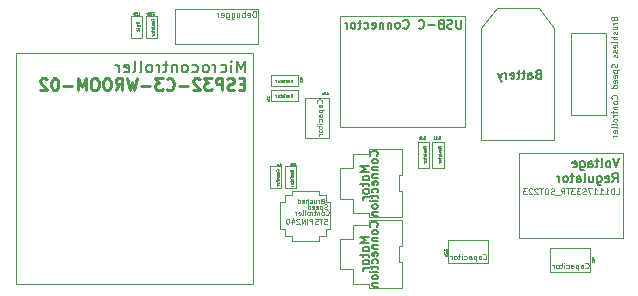
<source format=gbr>
%TF.GenerationSoftware,KiCad,Pcbnew,9.0.3*%
%TF.CreationDate,2025-07-29T11:21:32-06:00*%
%TF.ProjectId,Battle_Bot_Mind,42617474-6c65-45f4-926f-745f4d696e64,rev?*%
%TF.SameCoordinates,Original*%
%TF.FileFunction,Legend,Bot*%
%TF.FilePolarity,Positive*%
%FSLAX46Y46*%
G04 Gerber Fmt 4.6, Leading zero omitted, Abs format (unit mm)*
G04 Created by KiCad (PCBNEW 9.0.3) date 2025-07-29 11:21:32*
%MOMM*%
%LPD*%
G01*
G04 APERTURE LIST*
%ADD10C,0.100000*%
%ADD11C,0.050000*%
%ADD12C,0.187500*%
%ADD13C,0.175000*%
%ADD14C,0.125000*%
%ADD15C,0.150000*%
%ADD16C,0.112500*%
%ADD17C,0.200000*%
%ADD18C,0.250000*%
G04 APERTURE END LIST*
D10*
X128825000Y-90200000D02*
X127725000Y-90200000D01*
X130125000Y-94000000D02*
X128825000Y-94000000D01*
X132925000Y-94400000D02*
X130125000Y-94400000D01*
X145850000Y-72350000D02*
X144550000Y-70650000D01*
X151650000Y-82900000D02*
X142850000Y-82900000D01*
X132925000Y-88600000D02*
X130125000Y-88600000D01*
X132725000Y-92190000D02*
X132725000Y-90810000D01*
X144550000Y-70650000D02*
X140950000Y-70650000D01*
X123000000Y-90000000D02*
X123620000Y-90000000D01*
X121890000Y-77568000D02*
X124110000Y-77568000D01*
X124110000Y-78508000D01*
X121890000Y-78508000D01*
X121890000Y-77568000D01*
X110030000Y-71335000D02*
X110970000Y-71335000D01*
X110970000Y-73195000D01*
X110030000Y-73195000D01*
X110030000Y-71335000D01*
X125880000Y-86120000D02*
X123620000Y-86120000D01*
X111280000Y-71310000D02*
X112220000Y-71310000D01*
X112220000Y-73170000D01*
X111280000Y-73170000D01*
X111280000Y-71310000D01*
X127725000Y-90200000D02*
X127725000Y-92800000D01*
X126880000Y-87120000D02*
X126500000Y-87120000D01*
X139650000Y-72350000D02*
X139650000Y-81850000D01*
X128825000Y-84200000D02*
X128825000Y-83000000D01*
X140950000Y-70650000D02*
X139650000Y-72350000D01*
X127725000Y-84200000D02*
X128825000Y-84200000D01*
X128825000Y-86800000D02*
X127725000Y-86800000D01*
X139650000Y-81850000D02*
X145850000Y-81850000D01*
X139650000Y-72350000D02*
X139650000Y-81850000D01*
X126500000Y-89380000D02*
X126880000Y-89380000D01*
X127725000Y-92800000D02*
X128825000Y-92800000D01*
X123030000Y-84060000D02*
X123970000Y-84060000D01*
X123970000Y-85920000D01*
X123030000Y-85920000D01*
X123030000Y-84060000D01*
X132925000Y-82600000D02*
X132925000Y-84810000D01*
X139650000Y-81850000D02*
X145850000Y-81850000D01*
X132725000Y-86190000D02*
X132925000Y-86190000D01*
X128825000Y-88000000D02*
X128825000Y-86800000D01*
X140950000Y-70650000D02*
X139650000Y-72350000D01*
X121890000Y-76318000D02*
X124110000Y-76318000D01*
X124110000Y-77258000D01*
X121890000Y-77258000D01*
X121890000Y-76318000D01*
X123620000Y-86500000D02*
X123000000Y-86500000D01*
X125880000Y-90000000D02*
X126500000Y-90000000D01*
X100250000Y-74500000D02*
X120350000Y-74500000D01*
X120350000Y-94000000D01*
X100250000Y-94000000D01*
X100250000Y-74500000D01*
X123000000Y-87120000D02*
X122620000Y-87120000D01*
X126500000Y-86500000D02*
X125880000Y-86500000D01*
X130125000Y-88400000D02*
X130125000Y-88000000D01*
X127725000Y-86800000D02*
X127725000Y-84200000D01*
X145850000Y-81850000D02*
X145850000Y-72350000D01*
X147250000Y-72750000D02*
X150250000Y-72750000D01*
X150250000Y-79750000D01*
X147250000Y-79750000D01*
X147250000Y-72750000D01*
X130125000Y-82600000D02*
X132925000Y-82600000D01*
X126880000Y-89380000D02*
X126880000Y-87120000D01*
X130125000Y-94400000D02*
X130125000Y-94000000D01*
X132925000Y-92190000D02*
X132725000Y-92190000D01*
X132725000Y-84810000D02*
X132725000Y-86190000D01*
X134280000Y-81987500D02*
X135220000Y-81987500D01*
X135220000Y-84207500D01*
X134280000Y-84207500D01*
X134280000Y-81987500D01*
X125880000Y-86500000D02*
X125880000Y-86120000D01*
X135530000Y-81987500D02*
X136470000Y-81987500D01*
X136470000Y-84207500D01*
X135530000Y-84207500D01*
X135530000Y-81987500D01*
X145850000Y-81850000D02*
X145850000Y-72350000D01*
X122620000Y-87120000D02*
X122620000Y-89380000D01*
X130125000Y-89000000D02*
X128825000Y-89000000D01*
X136840000Y-90270000D02*
X140250000Y-90270000D01*
X140250000Y-92250000D01*
X136840000Y-92250000D01*
X136840000Y-90270000D01*
X145500000Y-91020000D02*
X148900000Y-91020000D01*
X148900000Y-92980000D01*
X145500000Y-92980000D01*
X145500000Y-91020000D01*
X151650000Y-90100000D02*
X142850000Y-90100000D01*
X126500000Y-87120000D02*
X126500000Y-86500000D01*
X125880000Y-90380000D02*
X125880000Y-90000000D01*
X126500000Y-90000000D02*
X126500000Y-89380000D01*
X145850000Y-72350000D02*
X144550000Y-70650000D01*
X144550000Y-70650000D02*
X140950000Y-70650000D01*
X123000000Y-86500000D02*
X123000000Y-87120000D01*
X132925000Y-86190000D02*
X132925000Y-88400000D01*
X127680000Y-71350000D02*
X138320000Y-71350000D01*
X138320000Y-80770000D01*
X127680000Y-80770000D01*
X127680000Y-71350000D01*
X130125000Y-88600000D02*
X130125000Y-89000000D01*
X128825000Y-94000000D02*
X128825000Y-92800000D01*
X123620000Y-90000000D02*
X123620000Y-90380000D01*
X132725000Y-84810000D02*
X132925000Y-84810000D01*
X123000000Y-89380000D02*
X123000000Y-90000000D01*
X132925000Y-88400000D02*
X130125000Y-88400000D01*
X128825000Y-89000000D02*
X128825000Y-90200000D01*
X128825000Y-83000000D02*
X130125000Y-83000000D01*
X151650000Y-82900000D02*
X151650000Y-90100000D01*
X142850000Y-90100000D02*
X142850000Y-82900000D01*
X123620000Y-86120000D02*
X123620000Y-86500000D01*
X123620000Y-90380000D02*
X125880000Y-90380000D01*
X124770000Y-78250000D02*
X126730000Y-78250000D01*
X126730000Y-81650000D01*
X124770000Y-81650000D01*
X124770000Y-78250000D01*
X132925000Y-92190000D02*
X132925000Y-94400000D01*
X121810000Y-84080000D02*
X122730000Y-84080000D01*
X122730000Y-85900000D01*
X121810000Y-85900000D01*
X121810000Y-84080000D01*
X132925000Y-90810000D02*
X132725000Y-90810000D01*
X113750000Y-70750000D02*
X120750000Y-70750000D01*
X120750000Y-73750000D01*
X113750000Y-73750000D01*
X113750000Y-70750000D01*
X130125000Y-88000000D02*
X128825000Y-88000000D01*
X132925000Y-90810000D02*
X132925000Y-88600000D01*
X130125000Y-83000000D02*
X130125000Y-82600000D01*
X122620000Y-89380000D02*
X123000000Y-89380000D01*
D11*
X136074248Y-81522923D02*
X136169486Y-81522923D01*
X136169486Y-81522923D02*
X136179010Y-81618161D01*
X136179010Y-81618161D02*
X136169486Y-81608638D01*
X136169486Y-81608638D02*
X136150439Y-81599114D01*
X136150439Y-81599114D02*
X136102820Y-81599114D01*
X136102820Y-81599114D02*
X136083772Y-81608638D01*
X136083772Y-81608638D02*
X136074248Y-81618161D01*
X136074248Y-81618161D02*
X136064725Y-81637209D01*
X136064725Y-81637209D02*
X136064725Y-81684828D01*
X136064725Y-81684828D02*
X136074248Y-81703876D01*
X136074248Y-81703876D02*
X136083772Y-81713400D01*
X136083772Y-81713400D02*
X136102820Y-81722923D01*
X136102820Y-81722923D02*
X136150439Y-81722923D01*
X136150439Y-81722923D02*
X136169486Y-81713400D01*
X136169486Y-81713400D02*
X136179010Y-81703876D01*
X135979010Y-81703876D02*
X135969487Y-81713400D01*
X135969487Y-81713400D02*
X135979010Y-81722923D01*
X135979010Y-81722923D02*
X135988534Y-81713400D01*
X135988534Y-81713400D02*
X135979010Y-81703876D01*
X135979010Y-81703876D02*
X135979010Y-81722923D01*
X135779011Y-81722923D02*
X135893296Y-81722923D01*
X135836153Y-81722923D02*
X135836153Y-81522923D01*
X135836153Y-81522923D02*
X135855201Y-81551495D01*
X135855201Y-81551495D02*
X135874249Y-81570542D01*
X135874249Y-81570542D02*
X135893296Y-81580066D01*
X135693296Y-81722923D02*
X135693296Y-81522923D01*
X135674249Y-81646733D02*
X135617106Y-81722923D01*
X135617106Y-81589590D02*
X135693296Y-81665780D01*
D10*
X139819925Y-91896871D02*
X139841353Y-91918300D01*
X139841353Y-91918300D02*
X139905639Y-91939728D01*
X139905639Y-91939728D02*
X139948496Y-91939728D01*
X139948496Y-91939728D02*
X140012782Y-91918300D01*
X140012782Y-91918300D02*
X140055639Y-91875442D01*
X140055639Y-91875442D02*
X140077068Y-91832585D01*
X140077068Y-91832585D02*
X140098496Y-91746871D01*
X140098496Y-91746871D02*
X140098496Y-91682585D01*
X140098496Y-91682585D02*
X140077068Y-91596871D01*
X140077068Y-91596871D02*
X140055639Y-91554014D01*
X140055639Y-91554014D02*
X140012782Y-91511157D01*
X140012782Y-91511157D02*
X139948496Y-91489728D01*
X139948496Y-91489728D02*
X139905639Y-91489728D01*
X139905639Y-91489728D02*
X139841353Y-91511157D01*
X139841353Y-91511157D02*
X139819925Y-91532585D01*
X139434211Y-91939728D02*
X139434211Y-91704014D01*
X139434211Y-91704014D02*
X139455639Y-91661157D01*
X139455639Y-91661157D02*
X139498496Y-91639728D01*
X139498496Y-91639728D02*
X139584211Y-91639728D01*
X139584211Y-91639728D02*
X139627068Y-91661157D01*
X139434211Y-91918300D02*
X139477068Y-91939728D01*
X139477068Y-91939728D02*
X139584211Y-91939728D01*
X139584211Y-91939728D02*
X139627068Y-91918300D01*
X139627068Y-91918300D02*
X139648496Y-91875442D01*
X139648496Y-91875442D02*
X139648496Y-91832585D01*
X139648496Y-91832585D02*
X139627068Y-91789728D01*
X139627068Y-91789728D02*
X139584211Y-91768300D01*
X139584211Y-91768300D02*
X139477068Y-91768300D01*
X139477068Y-91768300D02*
X139434211Y-91746871D01*
X139219925Y-91639728D02*
X139219925Y-92089728D01*
X139219925Y-91661157D02*
X139177068Y-91639728D01*
X139177068Y-91639728D02*
X139091353Y-91639728D01*
X139091353Y-91639728D02*
X139048496Y-91661157D01*
X139048496Y-91661157D02*
X139027068Y-91682585D01*
X139027068Y-91682585D02*
X139005639Y-91725442D01*
X139005639Y-91725442D02*
X139005639Y-91854014D01*
X139005639Y-91854014D02*
X139027068Y-91896871D01*
X139027068Y-91896871D02*
X139048496Y-91918300D01*
X139048496Y-91918300D02*
X139091353Y-91939728D01*
X139091353Y-91939728D02*
X139177068Y-91939728D01*
X139177068Y-91939728D02*
X139219925Y-91918300D01*
X138619925Y-91939728D02*
X138619925Y-91704014D01*
X138619925Y-91704014D02*
X138641353Y-91661157D01*
X138641353Y-91661157D02*
X138684210Y-91639728D01*
X138684210Y-91639728D02*
X138769925Y-91639728D01*
X138769925Y-91639728D02*
X138812782Y-91661157D01*
X138619925Y-91918300D02*
X138662782Y-91939728D01*
X138662782Y-91939728D02*
X138769925Y-91939728D01*
X138769925Y-91939728D02*
X138812782Y-91918300D01*
X138812782Y-91918300D02*
X138834210Y-91875442D01*
X138834210Y-91875442D02*
X138834210Y-91832585D01*
X138834210Y-91832585D02*
X138812782Y-91789728D01*
X138812782Y-91789728D02*
X138769925Y-91768300D01*
X138769925Y-91768300D02*
X138662782Y-91768300D01*
X138662782Y-91768300D02*
X138619925Y-91746871D01*
X138212782Y-91918300D02*
X138255639Y-91939728D01*
X138255639Y-91939728D02*
X138341353Y-91939728D01*
X138341353Y-91939728D02*
X138384210Y-91918300D01*
X138384210Y-91918300D02*
X138405639Y-91896871D01*
X138405639Y-91896871D02*
X138427067Y-91854014D01*
X138427067Y-91854014D02*
X138427067Y-91725442D01*
X138427067Y-91725442D02*
X138405639Y-91682585D01*
X138405639Y-91682585D02*
X138384210Y-91661157D01*
X138384210Y-91661157D02*
X138341353Y-91639728D01*
X138341353Y-91639728D02*
X138255639Y-91639728D01*
X138255639Y-91639728D02*
X138212782Y-91661157D01*
X138019925Y-91939728D02*
X138019925Y-91639728D01*
X138019925Y-91489728D02*
X138041353Y-91511157D01*
X138041353Y-91511157D02*
X138019925Y-91532585D01*
X138019925Y-91532585D02*
X137998496Y-91511157D01*
X137998496Y-91511157D02*
X138019925Y-91489728D01*
X138019925Y-91489728D02*
X138019925Y-91532585D01*
X137869924Y-91639728D02*
X137698496Y-91639728D01*
X137805639Y-91489728D02*
X137805639Y-91875442D01*
X137805639Y-91875442D02*
X137784210Y-91918300D01*
X137784210Y-91918300D02*
X137741353Y-91939728D01*
X137741353Y-91939728D02*
X137698496Y-91939728D01*
X137484210Y-91939728D02*
X137527067Y-91918300D01*
X137527067Y-91918300D02*
X137548496Y-91896871D01*
X137548496Y-91896871D02*
X137569924Y-91854014D01*
X137569924Y-91854014D02*
X137569924Y-91725442D01*
X137569924Y-91725442D02*
X137548496Y-91682585D01*
X137548496Y-91682585D02*
X137527067Y-91661157D01*
X137527067Y-91661157D02*
X137484210Y-91639728D01*
X137484210Y-91639728D02*
X137419924Y-91639728D01*
X137419924Y-91639728D02*
X137377067Y-91661157D01*
X137377067Y-91661157D02*
X137355639Y-91682585D01*
X137355639Y-91682585D02*
X137334210Y-91725442D01*
X137334210Y-91725442D02*
X137334210Y-91854014D01*
X137334210Y-91854014D02*
X137355639Y-91896871D01*
X137355639Y-91896871D02*
X137377067Y-91918300D01*
X137377067Y-91918300D02*
X137419924Y-91939728D01*
X137419924Y-91939728D02*
X137484210Y-91939728D01*
X137141353Y-91939728D02*
X137141353Y-91639728D01*
X137141353Y-91725442D02*
X137119924Y-91682585D01*
X137119924Y-91682585D02*
X137098496Y-91661157D01*
X137098496Y-91661157D02*
X137055638Y-91639728D01*
X137055638Y-91639728D02*
X137012781Y-91639728D01*
D12*
X150769502Y-85398464D02*
X151019502Y-85041321D01*
X151198073Y-85398464D02*
X151198073Y-84648464D01*
X151198073Y-84648464D02*
X150912359Y-84648464D01*
X150912359Y-84648464D02*
X150840930Y-84684178D01*
X150840930Y-84684178D02*
X150805216Y-84719892D01*
X150805216Y-84719892D02*
X150769502Y-84791321D01*
X150769502Y-84791321D02*
X150769502Y-84898464D01*
X150769502Y-84898464D02*
X150805216Y-84969892D01*
X150805216Y-84969892D02*
X150840930Y-85005607D01*
X150840930Y-85005607D02*
X150912359Y-85041321D01*
X150912359Y-85041321D02*
X151198073Y-85041321D01*
X150162359Y-85362750D02*
X150233787Y-85398464D01*
X150233787Y-85398464D02*
X150376645Y-85398464D01*
X150376645Y-85398464D02*
X150448073Y-85362750D01*
X150448073Y-85362750D02*
X150483787Y-85291321D01*
X150483787Y-85291321D02*
X150483787Y-85005607D01*
X150483787Y-85005607D02*
X150448073Y-84934178D01*
X150448073Y-84934178D02*
X150376645Y-84898464D01*
X150376645Y-84898464D02*
X150233787Y-84898464D01*
X150233787Y-84898464D02*
X150162359Y-84934178D01*
X150162359Y-84934178D02*
X150126645Y-85005607D01*
X150126645Y-85005607D02*
X150126645Y-85077035D01*
X150126645Y-85077035D02*
X150483787Y-85148464D01*
X149483788Y-84898464D02*
X149483788Y-85505607D01*
X149483788Y-85505607D02*
X149519502Y-85577035D01*
X149519502Y-85577035D02*
X149555216Y-85612750D01*
X149555216Y-85612750D02*
X149626645Y-85648464D01*
X149626645Y-85648464D02*
X149733788Y-85648464D01*
X149733788Y-85648464D02*
X149805216Y-85612750D01*
X149483788Y-85362750D02*
X149555216Y-85398464D01*
X149555216Y-85398464D02*
X149698073Y-85398464D01*
X149698073Y-85398464D02*
X149769502Y-85362750D01*
X149769502Y-85362750D02*
X149805216Y-85327035D01*
X149805216Y-85327035D02*
X149840930Y-85255607D01*
X149840930Y-85255607D02*
X149840930Y-85041321D01*
X149840930Y-85041321D02*
X149805216Y-84969892D01*
X149805216Y-84969892D02*
X149769502Y-84934178D01*
X149769502Y-84934178D02*
X149698073Y-84898464D01*
X149698073Y-84898464D02*
X149555216Y-84898464D01*
X149555216Y-84898464D02*
X149483788Y-84934178D01*
X148805217Y-84898464D02*
X148805217Y-85398464D01*
X149126645Y-84898464D02*
X149126645Y-85291321D01*
X149126645Y-85291321D02*
X149090931Y-85362750D01*
X149090931Y-85362750D02*
X149019502Y-85398464D01*
X149019502Y-85398464D02*
X148912359Y-85398464D01*
X148912359Y-85398464D02*
X148840931Y-85362750D01*
X148840931Y-85362750D02*
X148805217Y-85327035D01*
X148340931Y-85398464D02*
X148412360Y-85362750D01*
X148412360Y-85362750D02*
X148448074Y-85291321D01*
X148448074Y-85291321D02*
X148448074Y-84648464D01*
X147733789Y-85398464D02*
X147733789Y-85005607D01*
X147733789Y-85005607D02*
X147769503Y-84934178D01*
X147769503Y-84934178D02*
X147840931Y-84898464D01*
X147840931Y-84898464D02*
X147983789Y-84898464D01*
X147983789Y-84898464D02*
X148055217Y-84934178D01*
X147733789Y-85362750D02*
X147805217Y-85398464D01*
X147805217Y-85398464D02*
X147983789Y-85398464D01*
X147983789Y-85398464D02*
X148055217Y-85362750D01*
X148055217Y-85362750D02*
X148090931Y-85291321D01*
X148090931Y-85291321D02*
X148090931Y-85219892D01*
X148090931Y-85219892D02*
X148055217Y-85148464D01*
X148055217Y-85148464D02*
X147983789Y-85112750D01*
X147983789Y-85112750D02*
X147805217Y-85112750D01*
X147805217Y-85112750D02*
X147733789Y-85077035D01*
X147483789Y-84898464D02*
X147198075Y-84898464D01*
X147376646Y-84648464D02*
X147376646Y-85291321D01*
X147376646Y-85291321D02*
X147340932Y-85362750D01*
X147340932Y-85362750D02*
X147269503Y-85398464D01*
X147269503Y-85398464D02*
X147198075Y-85398464D01*
X146840932Y-85398464D02*
X146912361Y-85362750D01*
X146912361Y-85362750D02*
X146948075Y-85327035D01*
X146948075Y-85327035D02*
X146983789Y-85255607D01*
X146983789Y-85255607D02*
X146983789Y-85041321D01*
X146983789Y-85041321D02*
X146948075Y-84969892D01*
X146948075Y-84969892D02*
X146912361Y-84934178D01*
X146912361Y-84934178D02*
X146840932Y-84898464D01*
X146840932Y-84898464D02*
X146733789Y-84898464D01*
X146733789Y-84898464D02*
X146662361Y-84934178D01*
X146662361Y-84934178D02*
X146626647Y-84969892D01*
X146626647Y-84969892D02*
X146590932Y-85041321D01*
X146590932Y-85041321D02*
X146590932Y-85255607D01*
X146590932Y-85255607D02*
X146626647Y-85327035D01*
X146626647Y-85327035D02*
X146662361Y-85362750D01*
X146662361Y-85362750D02*
X146733789Y-85398464D01*
X146733789Y-85398464D02*
X146840932Y-85398464D01*
X146269504Y-85398464D02*
X146269504Y-84898464D01*
X146269504Y-85041321D02*
X146233790Y-84969892D01*
X146233790Y-84969892D02*
X146198076Y-84934178D01*
X146198076Y-84934178D02*
X146126647Y-84898464D01*
X146126647Y-84898464D02*
X146055218Y-84898464D01*
D10*
X150921704Y-71601503D02*
X150945514Y-71672931D01*
X150945514Y-71672931D02*
X150969323Y-71696741D01*
X150969323Y-71696741D02*
X151016942Y-71720550D01*
X151016942Y-71720550D02*
X151088371Y-71720550D01*
X151088371Y-71720550D02*
X151135990Y-71696741D01*
X151135990Y-71696741D02*
X151159800Y-71672931D01*
X151159800Y-71672931D02*
X151183609Y-71625312D01*
X151183609Y-71625312D02*
X151183609Y-71434836D01*
X151183609Y-71434836D02*
X150683609Y-71434836D01*
X150683609Y-71434836D02*
X150683609Y-71601503D01*
X150683609Y-71601503D02*
X150707419Y-71649122D01*
X150707419Y-71649122D02*
X150731228Y-71672931D01*
X150731228Y-71672931D02*
X150778847Y-71696741D01*
X150778847Y-71696741D02*
X150826466Y-71696741D01*
X150826466Y-71696741D02*
X150874085Y-71672931D01*
X150874085Y-71672931D02*
X150897895Y-71649122D01*
X150897895Y-71649122D02*
X150921704Y-71601503D01*
X150921704Y-71601503D02*
X150921704Y-71434836D01*
X151183609Y-71934836D02*
X150850276Y-71934836D01*
X150945514Y-71934836D02*
X150897895Y-71958646D01*
X150897895Y-71958646D02*
X150874085Y-71982455D01*
X150874085Y-71982455D02*
X150850276Y-72030074D01*
X150850276Y-72030074D02*
X150850276Y-72077693D01*
X150850276Y-72458646D02*
X151183609Y-72458646D01*
X150850276Y-72244360D02*
X151112180Y-72244360D01*
X151112180Y-72244360D02*
X151159800Y-72268170D01*
X151159800Y-72268170D02*
X151183609Y-72315789D01*
X151183609Y-72315789D02*
X151183609Y-72387217D01*
X151183609Y-72387217D02*
X151159800Y-72434836D01*
X151159800Y-72434836D02*
X151135990Y-72458646D01*
X151159800Y-72672932D02*
X151183609Y-72720551D01*
X151183609Y-72720551D02*
X151183609Y-72815789D01*
X151183609Y-72815789D02*
X151159800Y-72863408D01*
X151159800Y-72863408D02*
X151112180Y-72887217D01*
X151112180Y-72887217D02*
X151088371Y-72887217D01*
X151088371Y-72887217D02*
X151040752Y-72863408D01*
X151040752Y-72863408D02*
X151016942Y-72815789D01*
X151016942Y-72815789D02*
X151016942Y-72744360D01*
X151016942Y-72744360D02*
X150993133Y-72696741D01*
X150993133Y-72696741D02*
X150945514Y-72672932D01*
X150945514Y-72672932D02*
X150921704Y-72672932D01*
X150921704Y-72672932D02*
X150874085Y-72696741D01*
X150874085Y-72696741D02*
X150850276Y-72744360D01*
X150850276Y-72744360D02*
X150850276Y-72815789D01*
X150850276Y-72815789D02*
X150874085Y-72863408D01*
X151183609Y-73101503D02*
X150683609Y-73101503D01*
X151183609Y-73315789D02*
X150921704Y-73315789D01*
X150921704Y-73315789D02*
X150874085Y-73291979D01*
X150874085Y-73291979D02*
X150850276Y-73244360D01*
X150850276Y-73244360D02*
X150850276Y-73172932D01*
X150850276Y-73172932D02*
X150874085Y-73125313D01*
X150874085Y-73125313D02*
X150897895Y-73101503D01*
X151183609Y-73625313D02*
X151159800Y-73577694D01*
X151159800Y-73577694D02*
X151112180Y-73553884D01*
X151112180Y-73553884D02*
X150683609Y-73553884D01*
X151159800Y-74006265D02*
X151183609Y-73958646D01*
X151183609Y-73958646D02*
X151183609Y-73863408D01*
X151183609Y-73863408D02*
X151159800Y-73815789D01*
X151159800Y-73815789D02*
X151112180Y-73791980D01*
X151112180Y-73791980D02*
X150921704Y-73791980D01*
X150921704Y-73791980D02*
X150874085Y-73815789D01*
X150874085Y-73815789D02*
X150850276Y-73863408D01*
X150850276Y-73863408D02*
X150850276Y-73958646D01*
X150850276Y-73958646D02*
X150874085Y-74006265D01*
X150874085Y-74006265D02*
X150921704Y-74030075D01*
X150921704Y-74030075D02*
X150969323Y-74030075D01*
X150969323Y-74030075D02*
X151016942Y-73791980D01*
X151159800Y-74220551D02*
X151183609Y-74268170D01*
X151183609Y-74268170D02*
X151183609Y-74363408D01*
X151183609Y-74363408D02*
X151159800Y-74411027D01*
X151159800Y-74411027D02*
X151112180Y-74434836D01*
X151112180Y-74434836D02*
X151088371Y-74434836D01*
X151088371Y-74434836D02*
X151040752Y-74411027D01*
X151040752Y-74411027D02*
X151016942Y-74363408D01*
X151016942Y-74363408D02*
X151016942Y-74291979D01*
X151016942Y-74291979D02*
X150993133Y-74244360D01*
X150993133Y-74244360D02*
X150945514Y-74220551D01*
X150945514Y-74220551D02*
X150921704Y-74220551D01*
X150921704Y-74220551D02*
X150874085Y-74244360D01*
X150874085Y-74244360D02*
X150850276Y-74291979D01*
X150850276Y-74291979D02*
X150850276Y-74363408D01*
X150850276Y-74363408D02*
X150874085Y-74411027D01*
X151159800Y-74625313D02*
X151183609Y-74672932D01*
X151183609Y-74672932D02*
X151183609Y-74768170D01*
X151183609Y-74768170D02*
X151159800Y-74815789D01*
X151159800Y-74815789D02*
X151112180Y-74839598D01*
X151112180Y-74839598D02*
X151088371Y-74839598D01*
X151088371Y-74839598D02*
X151040752Y-74815789D01*
X151040752Y-74815789D02*
X151016942Y-74768170D01*
X151016942Y-74768170D02*
X151016942Y-74696741D01*
X151016942Y-74696741D02*
X150993133Y-74649122D01*
X150993133Y-74649122D02*
X150945514Y-74625313D01*
X150945514Y-74625313D02*
X150921704Y-74625313D01*
X150921704Y-74625313D02*
X150874085Y-74649122D01*
X150874085Y-74649122D02*
X150850276Y-74696741D01*
X150850276Y-74696741D02*
X150850276Y-74768170D01*
X150850276Y-74768170D02*
X150874085Y-74815789D01*
X151159800Y-75411027D02*
X151183609Y-75482455D01*
X151183609Y-75482455D02*
X151183609Y-75601503D01*
X151183609Y-75601503D02*
X151159800Y-75649122D01*
X151159800Y-75649122D02*
X151135990Y-75672931D01*
X151135990Y-75672931D02*
X151088371Y-75696741D01*
X151088371Y-75696741D02*
X151040752Y-75696741D01*
X151040752Y-75696741D02*
X150993133Y-75672931D01*
X150993133Y-75672931D02*
X150969323Y-75649122D01*
X150969323Y-75649122D02*
X150945514Y-75601503D01*
X150945514Y-75601503D02*
X150921704Y-75506265D01*
X150921704Y-75506265D02*
X150897895Y-75458646D01*
X150897895Y-75458646D02*
X150874085Y-75434836D01*
X150874085Y-75434836D02*
X150826466Y-75411027D01*
X150826466Y-75411027D02*
X150778847Y-75411027D01*
X150778847Y-75411027D02*
X150731228Y-75434836D01*
X150731228Y-75434836D02*
X150707419Y-75458646D01*
X150707419Y-75458646D02*
X150683609Y-75506265D01*
X150683609Y-75506265D02*
X150683609Y-75625312D01*
X150683609Y-75625312D02*
X150707419Y-75696741D01*
X150850276Y-75911026D02*
X151350276Y-75911026D01*
X150874085Y-75911026D02*
X150850276Y-75958645D01*
X150850276Y-75958645D02*
X150850276Y-76053883D01*
X150850276Y-76053883D02*
X150874085Y-76101502D01*
X150874085Y-76101502D02*
X150897895Y-76125312D01*
X150897895Y-76125312D02*
X150945514Y-76149121D01*
X150945514Y-76149121D02*
X151088371Y-76149121D01*
X151088371Y-76149121D02*
X151135990Y-76125312D01*
X151135990Y-76125312D02*
X151159800Y-76101502D01*
X151159800Y-76101502D02*
X151183609Y-76053883D01*
X151183609Y-76053883D02*
X151183609Y-75958645D01*
X151183609Y-75958645D02*
X151159800Y-75911026D01*
X151159800Y-76553883D02*
X151183609Y-76506264D01*
X151183609Y-76506264D02*
X151183609Y-76411026D01*
X151183609Y-76411026D02*
X151159800Y-76363407D01*
X151159800Y-76363407D02*
X151112180Y-76339598D01*
X151112180Y-76339598D02*
X150921704Y-76339598D01*
X150921704Y-76339598D02*
X150874085Y-76363407D01*
X150874085Y-76363407D02*
X150850276Y-76411026D01*
X150850276Y-76411026D02*
X150850276Y-76506264D01*
X150850276Y-76506264D02*
X150874085Y-76553883D01*
X150874085Y-76553883D02*
X150921704Y-76577693D01*
X150921704Y-76577693D02*
X150969323Y-76577693D01*
X150969323Y-76577693D02*
X151016942Y-76339598D01*
X151159800Y-76982454D02*
X151183609Y-76934835D01*
X151183609Y-76934835D02*
X151183609Y-76839597D01*
X151183609Y-76839597D02*
X151159800Y-76791978D01*
X151159800Y-76791978D02*
X151112180Y-76768169D01*
X151112180Y-76768169D02*
X150921704Y-76768169D01*
X150921704Y-76768169D02*
X150874085Y-76791978D01*
X150874085Y-76791978D02*
X150850276Y-76839597D01*
X150850276Y-76839597D02*
X150850276Y-76934835D01*
X150850276Y-76934835D02*
X150874085Y-76982454D01*
X150874085Y-76982454D02*
X150921704Y-77006264D01*
X150921704Y-77006264D02*
X150969323Y-77006264D01*
X150969323Y-77006264D02*
X151016942Y-76768169D01*
X151183609Y-77434835D02*
X150683609Y-77434835D01*
X151159800Y-77434835D02*
X151183609Y-77387216D01*
X151183609Y-77387216D02*
X151183609Y-77291978D01*
X151183609Y-77291978D02*
X151159800Y-77244359D01*
X151159800Y-77244359D02*
X151135990Y-77220549D01*
X151135990Y-77220549D02*
X151088371Y-77196740D01*
X151088371Y-77196740D02*
X150945514Y-77196740D01*
X150945514Y-77196740D02*
X150897895Y-77220549D01*
X150897895Y-77220549D02*
X150874085Y-77244359D01*
X150874085Y-77244359D02*
X150850276Y-77291978D01*
X150850276Y-77291978D02*
X150850276Y-77387216D01*
X150850276Y-77387216D02*
X150874085Y-77434835D01*
X151135990Y-78339596D02*
X151159800Y-78315787D01*
X151159800Y-78315787D02*
X151183609Y-78244358D01*
X151183609Y-78244358D02*
X151183609Y-78196739D01*
X151183609Y-78196739D02*
X151159800Y-78125311D01*
X151159800Y-78125311D02*
X151112180Y-78077692D01*
X151112180Y-78077692D02*
X151064561Y-78053882D01*
X151064561Y-78053882D02*
X150969323Y-78030073D01*
X150969323Y-78030073D02*
X150897895Y-78030073D01*
X150897895Y-78030073D02*
X150802657Y-78053882D01*
X150802657Y-78053882D02*
X150755038Y-78077692D01*
X150755038Y-78077692D02*
X150707419Y-78125311D01*
X150707419Y-78125311D02*
X150683609Y-78196739D01*
X150683609Y-78196739D02*
X150683609Y-78244358D01*
X150683609Y-78244358D02*
X150707419Y-78315787D01*
X150707419Y-78315787D02*
X150731228Y-78339596D01*
X151183609Y-78625311D02*
X151159800Y-78577692D01*
X151159800Y-78577692D02*
X151135990Y-78553882D01*
X151135990Y-78553882D02*
X151088371Y-78530073D01*
X151088371Y-78530073D02*
X150945514Y-78530073D01*
X150945514Y-78530073D02*
X150897895Y-78553882D01*
X150897895Y-78553882D02*
X150874085Y-78577692D01*
X150874085Y-78577692D02*
X150850276Y-78625311D01*
X150850276Y-78625311D02*
X150850276Y-78696739D01*
X150850276Y-78696739D02*
X150874085Y-78744358D01*
X150874085Y-78744358D02*
X150897895Y-78768168D01*
X150897895Y-78768168D02*
X150945514Y-78791977D01*
X150945514Y-78791977D02*
X151088371Y-78791977D01*
X151088371Y-78791977D02*
X151135990Y-78768168D01*
X151135990Y-78768168D02*
X151159800Y-78744358D01*
X151159800Y-78744358D02*
X151183609Y-78696739D01*
X151183609Y-78696739D02*
X151183609Y-78625311D01*
X150850276Y-79006263D02*
X151183609Y-79006263D01*
X150897895Y-79006263D02*
X150874085Y-79030073D01*
X150874085Y-79030073D02*
X150850276Y-79077692D01*
X150850276Y-79077692D02*
X150850276Y-79149120D01*
X150850276Y-79149120D02*
X150874085Y-79196739D01*
X150874085Y-79196739D02*
X150921704Y-79220549D01*
X150921704Y-79220549D02*
X151183609Y-79220549D01*
X150850276Y-79387216D02*
X150850276Y-79577692D01*
X150683609Y-79458644D02*
X151112180Y-79458644D01*
X151112180Y-79458644D02*
X151159800Y-79482454D01*
X151159800Y-79482454D02*
X151183609Y-79530073D01*
X151183609Y-79530073D02*
X151183609Y-79577692D01*
X151183609Y-79744358D02*
X150850276Y-79744358D01*
X150945514Y-79744358D02*
X150897895Y-79768168D01*
X150897895Y-79768168D02*
X150874085Y-79791977D01*
X150874085Y-79791977D02*
X150850276Y-79839596D01*
X150850276Y-79839596D02*
X150850276Y-79887215D01*
X151183609Y-80125311D02*
X151159800Y-80077692D01*
X151159800Y-80077692D02*
X151135990Y-80053882D01*
X151135990Y-80053882D02*
X151088371Y-80030073D01*
X151088371Y-80030073D02*
X150945514Y-80030073D01*
X150945514Y-80030073D02*
X150897895Y-80053882D01*
X150897895Y-80053882D02*
X150874085Y-80077692D01*
X150874085Y-80077692D02*
X150850276Y-80125311D01*
X150850276Y-80125311D02*
X150850276Y-80196739D01*
X150850276Y-80196739D02*
X150874085Y-80244358D01*
X150874085Y-80244358D02*
X150897895Y-80268168D01*
X150897895Y-80268168D02*
X150945514Y-80291977D01*
X150945514Y-80291977D02*
X151088371Y-80291977D01*
X151088371Y-80291977D02*
X151135990Y-80268168D01*
X151135990Y-80268168D02*
X151159800Y-80244358D01*
X151159800Y-80244358D02*
X151183609Y-80196739D01*
X151183609Y-80196739D02*
X151183609Y-80125311D01*
X151183609Y-80577692D02*
X151159800Y-80530073D01*
X151159800Y-80530073D02*
X151112180Y-80506263D01*
X151112180Y-80506263D02*
X150683609Y-80506263D01*
X151183609Y-80839597D02*
X151159800Y-80791978D01*
X151159800Y-80791978D02*
X151112180Y-80768168D01*
X151112180Y-80768168D02*
X150683609Y-80768168D01*
X151159800Y-81220549D02*
X151183609Y-81172930D01*
X151183609Y-81172930D02*
X151183609Y-81077692D01*
X151183609Y-81077692D02*
X151159800Y-81030073D01*
X151159800Y-81030073D02*
X151112180Y-81006264D01*
X151112180Y-81006264D02*
X150921704Y-81006264D01*
X150921704Y-81006264D02*
X150874085Y-81030073D01*
X150874085Y-81030073D02*
X150850276Y-81077692D01*
X150850276Y-81077692D02*
X150850276Y-81172930D01*
X150850276Y-81172930D02*
X150874085Y-81220549D01*
X150874085Y-81220549D02*
X150921704Y-81244359D01*
X150921704Y-81244359D02*
X150969323Y-81244359D01*
X150969323Y-81244359D02*
X151016942Y-81006264D01*
X151183609Y-81458644D02*
X150850276Y-81458644D01*
X150945514Y-81458644D02*
X150897895Y-81482454D01*
X150897895Y-81482454D02*
X150874085Y-81506263D01*
X150874085Y-81506263D02*
X150850276Y-81553882D01*
X150850276Y-81553882D02*
X150850276Y-81601501D01*
X120565163Y-71433609D02*
X120565163Y-70933609D01*
X120565163Y-70933609D02*
X120446115Y-70933609D01*
X120446115Y-70933609D02*
X120374687Y-70957419D01*
X120374687Y-70957419D02*
X120327068Y-71005038D01*
X120327068Y-71005038D02*
X120303258Y-71052657D01*
X120303258Y-71052657D02*
X120279449Y-71147895D01*
X120279449Y-71147895D02*
X120279449Y-71219323D01*
X120279449Y-71219323D02*
X120303258Y-71314561D01*
X120303258Y-71314561D02*
X120327068Y-71362180D01*
X120327068Y-71362180D02*
X120374687Y-71409800D01*
X120374687Y-71409800D02*
X120446115Y-71433609D01*
X120446115Y-71433609D02*
X120565163Y-71433609D01*
X119874687Y-71409800D02*
X119922306Y-71433609D01*
X119922306Y-71433609D02*
X120017544Y-71433609D01*
X120017544Y-71433609D02*
X120065163Y-71409800D01*
X120065163Y-71409800D02*
X120088972Y-71362180D01*
X120088972Y-71362180D02*
X120088972Y-71171704D01*
X120088972Y-71171704D02*
X120065163Y-71124085D01*
X120065163Y-71124085D02*
X120017544Y-71100276D01*
X120017544Y-71100276D02*
X119922306Y-71100276D01*
X119922306Y-71100276D02*
X119874687Y-71124085D01*
X119874687Y-71124085D02*
X119850877Y-71171704D01*
X119850877Y-71171704D02*
X119850877Y-71219323D01*
X119850877Y-71219323D02*
X120088972Y-71266942D01*
X119636592Y-71433609D02*
X119636592Y-70933609D01*
X119636592Y-71124085D02*
X119588973Y-71100276D01*
X119588973Y-71100276D02*
X119493735Y-71100276D01*
X119493735Y-71100276D02*
X119446116Y-71124085D01*
X119446116Y-71124085D02*
X119422306Y-71147895D01*
X119422306Y-71147895D02*
X119398497Y-71195514D01*
X119398497Y-71195514D02*
X119398497Y-71338371D01*
X119398497Y-71338371D02*
X119422306Y-71385990D01*
X119422306Y-71385990D02*
X119446116Y-71409800D01*
X119446116Y-71409800D02*
X119493735Y-71433609D01*
X119493735Y-71433609D02*
X119588973Y-71433609D01*
X119588973Y-71433609D02*
X119636592Y-71409800D01*
X118969925Y-71100276D02*
X118969925Y-71433609D01*
X119184211Y-71100276D02*
X119184211Y-71362180D01*
X119184211Y-71362180D02*
X119160401Y-71409800D01*
X119160401Y-71409800D02*
X119112782Y-71433609D01*
X119112782Y-71433609D02*
X119041354Y-71433609D01*
X119041354Y-71433609D02*
X118993735Y-71409800D01*
X118993735Y-71409800D02*
X118969925Y-71385990D01*
X118517544Y-71100276D02*
X118517544Y-71505038D01*
X118517544Y-71505038D02*
X118541354Y-71552657D01*
X118541354Y-71552657D02*
X118565163Y-71576466D01*
X118565163Y-71576466D02*
X118612782Y-71600276D01*
X118612782Y-71600276D02*
X118684211Y-71600276D01*
X118684211Y-71600276D02*
X118731830Y-71576466D01*
X118517544Y-71409800D02*
X118565163Y-71433609D01*
X118565163Y-71433609D02*
X118660401Y-71433609D01*
X118660401Y-71433609D02*
X118708020Y-71409800D01*
X118708020Y-71409800D02*
X118731830Y-71385990D01*
X118731830Y-71385990D02*
X118755639Y-71338371D01*
X118755639Y-71338371D02*
X118755639Y-71195514D01*
X118755639Y-71195514D02*
X118731830Y-71147895D01*
X118731830Y-71147895D02*
X118708020Y-71124085D01*
X118708020Y-71124085D02*
X118660401Y-71100276D01*
X118660401Y-71100276D02*
X118565163Y-71100276D01*
X118565163Y-71100276D02*
X118517544Y-71124085D01*
X118065163Y-71100276D02*
X118065163Y-71505038D01*
X118065163Y-71505038D02*
X118088973Y-71552657D01*
X118088973Y-71552657D02*
X118112782Y-71576466D01*
X118112782Y-71576466D02*
X118160401Y-71600276D01*
X118160401Y-71600276D02*
X118231830Y-71600276D01*
X118231830Y-71600276D02*
X118279449Y-71576466D01*
X118065163Y-71409800D02*
X118112782Y-71433609D01*
X118112782Y-71433609D02*
X118208020Y-71433609D01*
X118208020Y-71433609D02*
X118255639Y-71409800D01*
X118255639Y-71409800D02*
X118279449Y-71385990D01*
X118279449Y-71385990D02*
X118303258Y-71338371D01*
X118303258Y-71338371D02*
X118303258Y-71195514D01*
X118303258Y-71195514D02*
X118279449Y-71147895D01*
X118279449Y-71147895D02*
X118255639Y-71124085D01*
X118255639Y-71124085D02*
X118208020Y-71100276D01*
X118208020Y-71100276D02*
X118112782Y-71100276D01*
X118112782Y-71100276D02*
X118065163Y-71124085D01*
X117636592Y-71409800D02*
X117684211Y-71433609D01*
X117684211Y-71433609D02*
X117779449Y-71433609D01*
X117779449Y-71433609D02*
X117827068Y-71409800D01*
X117827068Y-71409800D02*
X117850877Y-71362180D01*
X117850877Y-71362180D02*
X117850877Y-71171704D01*
X117850877Y-71171704D02*
X117827068Y-71124085D01*
X117827068Y-71124085D02*
X117779449Y-71100276D01*
X117779449Y-71100276D02*
X117684211Y-71100276D01*
X117684211Y-71100276D02*
X117636592Y-71124085D01*
X117636592Y-71124085D02*
X117612782Y-71171704D01*
X117612782Y-71171704D02*
X117612782Y-71219323D01*
X117612782Y-71219323D02*
X117850877Y-71266942D01*
X117398497Y-71433609D02*
X117398497Y-71100276D01*
X117398497Y-71195514D02*
X117374687Y-71147895D01*
X117374687Y-71147895D02*
X117350878Y-71124085D01*
X117350878Y-71124085D02*
X117303259Y-71100276D01*
X117303259Y-71100276D02*
X117255640Y-71100276D01*
X126608020Y-87676800D02*
X126550877Y-87695847D01*
X126550877Y-87695847D02*
X126455639Y-87695847D01*
X126455639Y-87695847D02*
X126417544Y-87676800D01*
X126417544Y-87676800D02*
X126398496Y-87657752D01*
X126398496Y-87657752D02*
X126379449Y-87619657D01*
X126379449Y-87619657D02*
X126379449Y-87581561D01*
X126379449Y-87581561D02*
X126398496Y-87543466D01*
X126398496Y-87543466D02*
X126417544Y-87524419D01*
X126417544Y-87524419D02*
X126455639Y-87505371D01*
X126455639Y-87505371D02*
X126531830Y-87486323D01*
X126531830Y-87486323D02*
X126569925Y-87467276D01*
X126569925Y-87467276D02*
X126588972Y-87448228D01*
X126588972Y-87448228D02*
X126608020Y-87410133D01*
X126608020Y-87410133D02*
X126608020Y-87372038D01*
X126608020Y-87372038D02*
X126588972Y-87333942D01*
X126588972Y-87333942D02*
X126569925Y-87314895D01*
X126569925Y-87314895D02*
X126531830Y-87295847D01*
X126531830Y-87295847D02*
X126436591Y-87295847D01*
X126436591Y-87295847D02*
X126379449Y-87314895D01*
X126208020Y-87429180D02*
X126208020Y-87829180D01*
X126208020Y-87448228D02*
X126169925Y-87429180D01*
X126169925Y-87429180D02*
X126093735Y-87429180D01*
X126093735Y-87429180D02*
X126055639Y-87448228D01*
X126055639Y-87448228D02*
X126036592Y-87467276D01*
X126036592Y-87467276D02*
X126017544Y-87505371D01*
X126017544Y-87505371D02*
X126017544Y-87619657D01*
X126017544Y-87619657D02*
X126036592Y-87657752D01*
X126036592Y-87657752D02*
X126055639Y-87676800D01*
X126055639Y-87676800D02*
X126093735Y-87695847D01*
X126093735Y-87695847D02*
X126169925Y-87695847D01*
X126169925Y-87695847D02*
X126208020Y-87676800D01*
X125693734Y-87676800D02*
X125731830Y-87695847D01*
X125731830Y-87695847D02*
X125808020Y-87695847D01*
X125808020Y-87695847D02*
X125846115Y-87676800D01*
X125846115Y-87676800D02*
X125865163Y-87638704D01*
X125865163Y-87638704D02*
X125865163Y-87486323D01*
X125865163Y-87486323D02*
X125846115Y-87448228D01*
X125846115Y-87448228D02*
X125808020Y-87429180D01*
X125808020Y-87429180D02*
X125731830Y-87429180D01*
X125731830Y-87429180D02*
X125693734Y-87448228D01*
X125693734Y-87448228D02*
X125674687Y-87486323D01*
X125674687Y-87486323D02*
X125674687Y-87524419D01*
X125674687Y-87524419D02*
X125865163Y-87562514D01*
X125350877Y-87676800D02*
X125388973Y-87695847D01*
X125388973Y-87695847D02*
X125465163Y-87695847D01*
X125465163Y-87695847D02*
X125503258Y-87676800D01*
X125503258Y-87676800D02*
X125522306Y-87638704D01*
X125522306Y-87638704D02*
X125522306Y-87486323D01*
X125522306Y-87486323D02*
X125503258Y-87448228D01*
X125503258Y-87448228D02*
X125465163Y-87429180D01*
X125465163Y-87429180D02*
X125388973Y-87429180D01*
X125388973Y-87429180D02*
X125350877Y-87448228D01*
X125350877Y-87448228D02*
X125331830Y-87486323D01*
X125331830Y-87486323D02*
X125331830Y-87524419D01*
X125331830Y-87524419D02*
X125522306Y-87562514D01*
X124988973Y-87695847D02*
X124988973Y-87295847D01*
X124988973Y-87676800D02*
X125027068Y-87695847D01*
X125027068Y-87695847D02*
X125103259Y-87695847D01*
X125103259Y-87695847D02*
X125141354Y-87676800D01*
X125141354Y-87676800D02*
X125160401Y-87657752D01*
X125160401Y-87657752D02*
X125179449Y-87619657D01*
X125179449Y-87619657D02*
X125179449Y-87505371D01*
X125179449Y-87505371D02*
X125160401Y-87467276D01*
X125160401Y-87467276D02*
X125141354Y-87448228D01*
X125141354Y-87448228D02*
X125103259Y-87429180D01*
X125103259Y-87429180D02*
X125027068Y-87429180D01*
X125027068Y-87429180D02*
X124988973Y-87448228D01*
D11*
X134824248Y-81522923D02*
X134919486Y-81522923D01*
X134919486Y-81522923D02*
X134929010Y-81618161D01*
X134929010Y-81618161D02*
X134919486Y-81608638D01*
X134919486Y-81608638D02*
X134900439Y-81599114D01*
X134900439Y-81599114D02*
X134852820Y-81599114D01*
X134852820Y-81599114D02*
X134833772Y-81608638D01*
X134833772Y-81608638D02*
X134824248Y-81618161D01*
X134824248Y-81618161D02*
X134814725Y-81637209D01*
X134814725Y-81637209D02*
X134814725Y-81684828D01*
X134814725Y-81684828D02*
X134824248Y-81703876D01*
X134824248Y-81703876D02*
X134833772Y-81713400D01*
X134833772Y-81713400D02*
X134852820Y-81722923D01*
X134852820Y-81722923D02*
X134900439Y-81722923D01*
X134900439Y-81722923D02*
X134919486Y-81713400D01*
X134919486Y-81713400D02*
X134929010Y-81703876D01*
X134729010Y-81703876D02*
X134719487Y-81713400D01*
X134719487Y-81713400D02*
X134729010Y-81722923D01*
X134729010Y-81722923D02*
X134738534Y-81713400D01*
X134738534Y-81713400D02*
X134729010Y-81703876D01*
X134729010Y-81703876D02*
X134729010Y-81722923D01*
X134529011Y-81722923D02*
X134643296Y-81722923D01*
X134586153Y-81722923D02*
X134586153Y-81522923D01*
X134586153Y-81522923D02*
X134605201Y-81551495D01*
X134605201Y-81551495D02*
X134624249Y-81570542D01*
X134624249Y-81570542D02*
X134643296Y-81580066D01*
X134443296Y-81722923D02*
X134443296Y-81522923D01*
X134424249Y-81646733D02*
X134367106Y-81722923D01*
X134367106Y-81589590D02*
X134443296Y-81665780D01*
X122564725Y-83972923D02*
X122679010Y-83972923D01*
X122621867Y-83972923D02*
X122621867Y-83772923D01*
X122621867Y-83772923D02*
X122640915Y-83801495D01*
X122640915Y-83801495D02*
X122659963Y-83820542D01*
X122659963Y-83820542D02*
X122679010Y-83830066D01*
X122479010Y-83839590D02*
X122479010Y-83972923D01*
X122479010Y-83858638D02*
X122469487Y-83849114D01*
X122469487Y-83849114D02*
X122450439Y-83839590D01*
X122450439Y-83839590D02*
X122421868Y-83839590D01*
X122421868Y-83839590D02*
X122402820Y-83849114D01*
X122402820Y-83849114D02*
X122393296Y-83868161D01*
X122393296Y-83868161D02*
X122393296Y-83972923D01*
D10*
X148469925Y-92646871D02*
X148491353Y-92668300D01*
X148491353Y-92668300D02*
X148555639Y-92689728D01*
X148555639Y-92689728D02*
X148598496Y-92689728D01*
X148598496Y-92689728D02*
X148662782Y-92668300D01*
X148662782Y-92668300D02*
X148705639Y-92625442D01*
X148705639Y-92625442D02*
X148727068Y-92582585D01*
X148727068Y-92582585D02*
X148748496Y-92496871D01*
X148748496Y-92496871D02*
X148748496Y-92432585D01*
X148748496Y-92432585D02*
X148727068Y-92346871D01*
X148727068Y-92346871D02*
X148705639Y-92304014D01*
X148705639Y-92304014D02*
X148662782Y-92261157D01*
X148662782Y-92261157D02*
X148598496Y-92239728D01*
X148598496Y-92239728D02*
X148555639Y-92239728D01*
X148555639Y-92239728D02*
X148491353Y-92261157D01*
X148491353Y-92261157D02*
X148469925Y-92282585D01*
X148084211Y-92689728D02*
X148084211Y-92454014D01*
X148084211Y-92454014D02*
X148105639Y-92411157D01*
X148105639Y-92411157D02*
X148148496Y-92389728D01*
X148148496Y-92389728D02*
X148234211Y-92389728D01*
X148234211Y-92389728D02*
X148277068Y-92411157D01*
X148084211Y-92668300D02*
X148127068Y-92689728D01*
X148127068Y-92689728D02*
X148234211Y-92689728D01*
X148234211Y-92689728D02*
X148277068Y-92668300D01*
X148277068Y-92668300D02*
X148298496Y-92625442D01*
X148298496Y-92625442D02*
X148298496Y-92582585D01*
X148298496Y-92582585D02*
X148277068Y-92539728D01*
X148277068Y-92539728D02*
X148234211Y-92518300D01*
X148234211Y-92518300D02*
X148127068Y-92518300D01*
X148127068Y-92518300D02*
X148084211Y-92496871D01*
X147869925Y-92389728D02*
X147869925Y-92839728D01*
X147869925Y-92411157D02*
X147827068Y-92389728D01*
X147827068Y-92389728D02*
X147741353Y-92389728D01*
X147741353Y-92389728D02*
X147698496Y-92411157D01*
X147698496Y-92411157D02*
X147677068Y-92432585D01*
X147677068Y-92432585D02*
X147655639Y-92475442D01*
X147655639Y-92475442D02*
X147655639Y-92604014D01*
X147655639Y-92604014D02*
X147677068Y-92646871D01*
X147677068Y-92646871D02*
X147698496Y-92668300D01*
X147698496Y-92668300D02*
X147741353Y-92689728D01*
X147741353Y-92689728D02*
X147827068Y-92689728D01*
X147827068Y-92689728D02*
X147869925Y-92668300D01*
X147269925Y-92689728D02*
X147269925Y-92454014D01*
X147269925Y-92454014D02*
X147291353Y-92411157D01*
X147291353Y-92411157D02*
X147334210Y-92389728D01*
X147334210Y-92389728D02*
X147419925Y-92389728D01*
X147419925Y-92389728D02*
X147462782Y-92411157D01*
X147269925Y-92668300D02*
X147312782Y-92689728D01*
X147312782Y-92689728D02*
X147419925Y-92689728D01*
X147419925Y-92689728D02*
X147462782Y-92668300D01*
X147462782Y-92668300D02*
X147484210Y-92625442D01*
X147484210Y-92625442D02*
X147484210Y-92582585D01*
X147484210Y-92582585D02*
X147462782Y-92539728D01*
X147462782Y-92539728D02*
X147419925Y-92518300D01*
X147419925Y-92518300D02*
X147312782Y-92518300D01*
X147312782Y-92518300D02*
X147269925Y-92496871D01*
X146862782Y-92668300D02*
X146905639Y-92689728D01*
X146905639Y-92689728D02*
X146991353Y-92689728D01*
X146991353Y-92689728D02*
X147034210Y-92668300D01*
X147034210Y-92668300D02*
X147055639Y-92646871D01*
X147055639Y-92646871D02*
X147077067Y-92604014D01*
X147077067Y-92604014D02*
X147077067Y-92475442D01*
X147077067Y-92475442D02*
X147055639Y-92432585D01*
X147055639Y-92432585D02*
X147034210Y-92411157D01*
X147034210Y-92411157D02*
X146991353Y-92389728D01*
X146991353Y-92389728D02*
X146905639Y-92389728D01*
X146905639Y-92389728D02*
X146862782Y-92411157D01*
X146669925Y-92689728D02*
X146669925Y-92389728D01*
X146669925Y-92239728D02*
X146691353Y-92261157D01*
X146691353Y-92261157D02*
X146669925Y-92282585D01*
X146669925Y-92282585D02*
X146648496Y-92261157D01*
X146648496Y-92261157D02*
X146669925Y-92239728D01*
X146669925Y-92239728D02*
X146669925Y-92282585D01*
X146519924Y-92389728D02*
X146348496Y-92389728D01*
X146455639Y-92239728D02*
X146455639Y-92625442D01*
X146455639Y-92625442D02*
X146434210Y-92668300D01*
X146434210Y-92668300D02*
X146391353Y-92689728D01*
X146391353Y-92689728D02*
X146348496Y-92689728D01*
X146134210Y-92689728D02*
X146177067Y-92668300D01*
X146177067Y-92668300D02*
X146198496Y-92646871D01*
X146198496Y-92646871D02*
X146219924Y-92604014D01*
X146219924Y-92604014D02*
X146219924Y-92475442D01*
X146219924Y-92475442D02*
X146198496Y-92432585D01*
X146198496Y-92432585D02*
X146177067Y-92411157D01*
X146177067Y-92411157D02*
X146134210Y-92389728D01*
X146134210Y-92389728D02*
X146069924Y-92389728D01*
X146069924Y-92389728D02*
X146027067Y-92411157D01*
X146027067Y-92411157D02*
X146005639Y-92432585D01*
X146005639Y-92432585D02*
X145984210Y-92475442D01*
X145984210Y-92475442D02*
X145984210Y-92604014D01*
X145984210Y-92604014D02*
X146005639Y-92646871D01*
X146005639Y-92646871D02*
X146027067Y-92668300D01*
X146027067Y-92668300D02*
X146069924Y-92689728D01*
X146069924Y-92689728D02*
X146134210Y-92689728D01*
X145791353Y-92689728D02*
X145791353Y-92389728D01*
X145791353Y-92475442D02*
X145769924Y-92432585D01*
X145769924Y-92432585D02*
X145748496Y-92411157D01*
X145748496Y-92411157D02*
X145705638Y-92389728D01*
X145705638Y-92389728D02*
X145662781Y-92389728D01*
X126146871Y-78680074D02*
X126168300Y-78658646D01*
X126168300Y-78658646D02*
X126189728Y-78594360D01*
X126189728Y-78594360D02*
X126189728Y-78551503D01*
X126189728Y-78551503D02*
X126168300Y-78487217D01*
X126168300Y-78487217D02*
X126125442Y-78444360D01*
X126125442Y-78444360D02*
X126082585Y-78422931D01*
X126082585Y-78422931D02*
X125996871Y-78401503D01*
X125996871Y-78401503D02*
X125932585Y-78401503D01*
X125932585Y-78401503D02*
X125846871Y-78422931D01*
X125846871Y-78422931D02*
X125804014Y-78444360D01*
X125804014Y-78444360D02*
X125761157Y-78487217D01*
X125761157Y-78487217D02*
X125739728Y-78551503D01*
X125739728Y-78551503D02*
X125739728Y-78594360D01*
X125739728Y-78594360D02*
X125761157Y-78658646D01*
X125761157Y-78658646D02*
X125782585Y-78680074D01*
X126189728Y-79065789D02*
X125954014Y-79065789D01*
X125954014Y-79065789D02*
X125911157Y-79044360D01*
X125911157Y-79044360D02*
X125889728Y-79001503D01*
X125889728Y-79001503D02*
X125889728Y-78915789D01*
X125889728Y-78915789D02*
X125911157Y-78872931D01*
X126168300Y-79065789D02*
X126189728Y-79022931D01*
X126189728Y-79022931D02*
X126189728Y-78915789D01*
X126189728Y-78915789D02*
X126168300Y-78872931D01*
X126168300Y-78872931D02*
X126125442Y-78851503D01*
X126125442Y-78851503D02*
X126082585Y-78851503D01*
X126082585Y-78851503D02*
X126039728Y-78872931D01*
X126039728Y-78872931D02*
X126018300Y-78915789D01*
X126018300Y-78915789D02*
X126018300Y-79022931D01*
X126018300Y-79022931D02*
X125996871Y-79065789D01*
X125889728Y-79280074D02*
X126339728Y-79280074D01*
X125911157Y-79280074D02*
X125889728Y-79322932D01*
X125889728Y-79322932D02*
X125889728Y-79408646D01*
X125889728Y-79408646D02*
X125911157Y-79451503D01*
X125911157Y-79451503D02*
X125932585Y-79472932D01*
X125932585Y-79472932D02*
X125975442Y-79494360D01*
X125975442Y-79494360D02*
X126104014Y-79494360D01*
X126104014Y-79494360D02*
X126146871Y-79472932D01*
X126146871Y-79472932D02*
X126168300Y-79451503D01*
X126168300Y-79451503D02*
X126189728Y-79408646D01*
X126189728Y-79408646D02*
X126189728Y-79322932D01*
X126189728Y-79322932D02*
X126168300Y-79280074D01*
X126189728Y-79880075D02*
X125954014Y-79880075D01*
X125954014Y-79880075D02*
X125911157Y-79858646D01*
X125911157Y-79858646D02*
X125889728Y-79815789D01*
X125889728Y-79815789D02*
X125889728Y-79730075D01*
X125889728Y-79730075D02*
X125911157Y-79687217D01*
X126168300Y-79880075D02*
X126189728Y-79837217D01*
X126189728Y-79837217D02*
X126189728Y-79730075D01*
X126189728Y-79730075D02*
X126168300Y-79687217D01*
X126168300Y-79687217D02*
X126125442Y-79665789D01*
X126125442Y-79665789D02*
X126082585Y-79665789D01*
X126082585Y-79665789D02*
X126039728Y-79687217D01*
X126039728Y-79687217D02*
X126018300Y-79730075D01*
X126018300Y-79730075D02*
X126018300Y-79837217D01*
X126018300Y-79837217D02*
X125996871Y-79880075D01*
X126168300Y-80287218D02*
X126189728Y-80244360D01*
X126189728Y-80244360D02*
X126189728Y-80158646D01*
X126189728Y-80158646D02*
X126168300Y-80115789D01*
X126168300Y-80115789D02*
X126146871Y-80094360D01*
X126146871Y-80094360D02*
X126104014Y-80072932D01*
X126104014Y-80072932D02*
X125975442Y-80072932D01*
X125975442Y-80072932D02*
X125932585Y-80094360D01*
X125932585Y-80094360D02*
X125911157Y-80115789D01*
X125911157Y-80115789D02*
X125889728Y-80158646D01*
X125889728Y-80158646D02*
X125889728Y-80244360D01*
X125889728Y-80244360D02*
X125911157Y-80287218D01*
X126189728Y-80480074D02*
X125889728Y-80480074D01*
X125739728Y-80480074D02*
X125761157Y-80458646D01*
X125761157Y-80458646D02*
X125782585Y-80480074D01*
X125782585Y-80480074D02*
X125761157Y-80501503D01*
X125761157Y-80501503D02*
X125739728Y-80480074D01*
X125739728Y-80480074D02*
X125782585Y-80480074D01*
X125889728Y-80630075D02*
X125889728Y-80801503D01*
X125739728Y-80694360D02*
X126125442Y-80694360D01*
X126125442Y-80694360D02*
X126168300Y-80715789D01*
X126168300Y-80715789D02*
X126189728Y-80758646D01*
X126189728Y-80758646D02*
X126189728Y-80801503D01*
X126189728Y-81015789D02*
X126168300Y-80972932D01*
X126168300Y-80972932D02*
X126146871Y-80951503D01*
X126146871Y-80951503D02*
X126104014Y-80930075D01*
X126104014Y-80930075D02*
X125975442Y-80930075D01*
X125975442Y-80930075D02*
X125932585Y-80951503D01*
X125932585Y-80951503D02*
X125911157Y-80972932D01*
X125911157Y-80972932D02*
X125889728Y-81015789D01*
X125889728Y-81015789D02*
X125889728Y-81080075D01*
X125889728Y-81080075D02*
X125911157Y-81122932D01*
X125911157Y-81122932D02*
X125932585Y-81144361D01*
X125932585Y-81144361D02*
X125975442Y-81165789D01*
X125975442Y-81165789D02*
X126104014Y-81165789D01*
X126104014Y-81165789D02*
X126146871Y-81144361D01*
X126146871Y-81144361D02*
X126168300Y-81122932D01*
X126168300Y-81122932D02*
X126189728Y-81080075D01*
X126189728Y-81080075D02*
X126189728Y-81015789D01*
X126189728Y-81358646D02*
X125889728Y-81358646D01*
X125975442Y-81358646D02*
X125932585Y-81380075D01*
X125932585Y-81380075D02*
X125911157Y-81401504D01*
X125911157Y-81401504D02*
X125889728Y-81444361D01*
X125889728Y-81444361D02*
X125889728Y-81487218D01*
D12*
X151305216Y-83398464D02*
X151055216Y-84148464D01*
X151055216Y-84148464D02*
X150805216Y-83398464D01*
X150448073Y-84148464D02*
X150519502Y-84112750D01*
X150519502Y-84112750D02*
X150555216Y-84077035D01*
X150555216Y-84077035D02*
X150590930Y-84005607D01*
X150590930Y-84005607D02*
X150590930Y-83791321D01*
X150590930Y-83791321D02*
X150555216Y-83719892D01*
X150555216Y-83719892D02*
X150519502Y-83684178D01*
X150519502Y-83684178D02*
X150448073Y-83648464D01*
X150448073Y-83648464D02*
X150340930Y-83648464D01*
X150340930Y-83648464D02*
X150269502Y-83684178D01*
X150269502Y-83684178D02*
X150233788Y-83719892D01*
X150233788Y-83719892D02*
X150198073Y-83791321D01*
X150198073Y-83791321D02*
X150198073Y-84005607D01*
X150198073Y-84005607D02*
X150233788Y-84077035D01*
X150233788Y-84077035D02*
X150269502Y-84112750D01*
X150269502Y-84112750D02*
X150340930Y-84148464D01*
X150340930Y-84148464D02*
X150448073Y-84148464D01*
X149769502Y-84148464D02*
X149840931Y-84112750D01*
X149840931Y-84112750D02*
X149876645Y-84041321D01*
X149876645Y-84041321D02*
X149876645Y-83398464D01*
X149590931Y-83648464D02*
X149305217Y-83648464D01*
X149483788Y-83398464D02*
X149483788Y-84041321D01*
X149483788Y-84041321D02*
X149448074Y-84112750D01*
X149448074Y-84112750D02*
X149376645Y-84148464D01*
X149376645Y-84148464D02*
X149305217Y-84148464D01*
X148733789Y-84148464D02*
X148733789Y-83755607D01*
X148733789Y-83755607D02*
X148769503Y-83684178D01*
X148769503Y-83684178D02*
X148840931Y-83648464D01*
X148840931Y-83648464D02*
X148983789Y-83648464D01*
X148983789Y-83648464D02*
X149055217Y-83684178D01*
X148733789Y-84112750D02*
X148805217Y-84148464D01*
X148805217Y-84148464D02*
X148983789Y-84148464D01*
X148983789Y-84148464D02*
X149055217Y-84112750D01*
X149055217Y-84112750D02*
X149090931Y-84041321D01*
X149090931Y-84041321D02*
X149090931Y-83969892D01*
X149090931Y-83969892D02*
X149055217Y-83898464D01*
X149055217Y-83898464D02*
X148983789Y-83862750D01*
X148983789Y-83862750D02*
X148805217Y-83862750D01*
X148805217Y-83862750D02*
X148733789Y-83827035D01*
X148055218Y-83648464D02*
X148055218Y-84255607D01*
X148055218Y-84255607D02*
X148090932Y-84327035D01*
X148090932Y-84327035D02*
X148126646Y-84362750D01*
X148126646Y-84362750D02*
X148198075Y-84398464D01*
X148198075Y-84398464D02*
X148305218Y-84398464D01*
X148305218Y-84398464D02*
X148376646Y-84362750D01*
X148055218Y-84112750D02*
X148126646Y-84148464D01*
X148126646Y-84148464D02*
X148269503Y-84148464D01*
X148269503Y-84148464D02*
X148340932Y-84112750D01*
X148340932Y-84112750D02*
X148376646Y-84077035D01*
X148376646Y-84077035D02*
X148412360Y-84005607D01*
X148412360Y-84005607D02*
X148412360Y-83791321D01*
X148412360Y-83791321D02*
X148376646Y-83719892D01*
X148376646Y-83719892D02*
X148340932Y-83684178D01*
X148340932Y-83684178D02*
X148269503Y-83648464D01*
X148269503Y-83648464D02*
X148126646Y-83648464D01*
X148126646Y-83648464D02*
X148055218Y-83684178D01*
X147412361Y-84112750D02*
X147483789Y-84148464D01*
X147483789Y-84148464D02*
X147626647Y-84148464D01*
X147626647Y-84148464D02*
X147698075Y-84112750D01*
X147698075Y-84112750D02*
X147733789Y-84041321D01*
X147733789Y-84041321D02*
X147733789Y-83755607D01*
X147733789Y-83755607D02*
X147698075Y-83684178D01*
X147698075Y-83684178D02*
X147626647Y-83648464D01*
X147626647Y-83648464D02*
X147483789Y-83648464D01*
X147483789Y-83648464D02*
X147412361Y-83684178D01*
X147412361Y-83684178D02*
X147376647Y-83755607D01*
X147376647Y-83755607D02*
X147376647Y-83827035D01*
X147376647Y-83827035D02*
X147733789Y-83898464D01*
D13*
X130838566Y-89181797D02*
X130871900Y-89148464D01*
X130871900Y-89148464D02*
X130905233Y-89048464D01*
X130905233Y-89048464D02*
X130905233Y-88981797D01*
X130905233Y-88981797D02*
X130871900Y-88881797D01*
X130871900Y-88881797D02*
X130805233Y-88815131D01*
X130805233Y-88815131D02*
X130738566Y-88781797D01*
X130738566Y-88781797D02*
X130605233Y-88748464D01*
X130605233Y-88748464D02*
X130505233Y-88748464D01*
X130505233Y-88748464D02*
X130371900Y-88781797D01*
X130371900Y-88781797D02*
X130305233Y-88815131D01*
X130305233Y-88815131D02*
X130238566Y-88881797D01*
X130238566Y-88881797D02*
X130205233Y-88981797D01*
X130205233Y-88981797D02*
X130205233Y-89048464D01*
X130205233Y-89048464D02*
X130238566Y-89148464D01*
X130238566Y-89148464D02*
X130271900Y-89181797D01*
X130905233Y-89581797D02*
X130871900Y-89515131D01*
X130871900Y-89515131D02*
X130838566Y-89481797D01*
X130838566Y-89481797D02*
X130771900Y-89448464D01*
X130771900Y-89448464D02*
X130571900Y-89448464D01*
X130571900Y-89448464D02*
X130505233Y-89481797D01*
X130505233Y-89481797D02*
X130471900Y-89515131D01*
X130471900Y-89515131D02*
X130438566Y-89581797D01*
X130438566Y-89581797D02*
X130438566Y-89681797D01*
X130438566Y-89681797D02*
X130471900Y-89748464D01*
X130471900Y-89748464D02*
X130505233Y-89781797D01*
X130505233Y-89781797D02*
X130571900Y-89815131D01*
X130571900Y-89815131D02*
X130771900Y-89815131D01*
X130771900Y-89815131D02*
X130838566Y-89781797D01*
X130838566Y-89781797D02*
X130871900Y-89748464D01*
X130871900Y-89748464D02*
X130905233Y-89681797D01*
X130905233Y-89681797D02*
X130905233Y-89581797D01*
X130438566Y-90115130D02*
X130905233Y-90115130D01*
X130505233Y-90115130D02*
X130471900Y-90148464D01*
X130471900Y-90148464D02*
X130438566Y-90215130D01*
X130438566Y-90215130D02*
X130438566Y-90315130D01*
X130438566Y-90315130D02*
X130471900Y-90381797D01*
X130471900Y-90381797D02*
X130538566Y-90415130D01*
X130538566Y-90415130D02*
X130905233Y-90415130D01*
X130438566Y-90748463D02*
X130905233Y-90748463D01*
X130505233Y-90748463D02*
X130471900Y-90781797D01*
X130471900Y-90781797D02*
X130438566Y-90848463D01*
X130438566Y-90848463D02*
X130438566Y-90948463D01*
X130438566Y-90948463D02*
X130471900Y-91015130D01*
X130471900Y-91015130D02*
X130538566Y-91048463D01*
X130538566Y-91048463D02*
X130905233Y-91048463D01*
X130871900Y-91648463D02*
X130905233Y-91581796D01*
X130905233Y-91581796D02*
X130905233Y-91448463D01*
X130905233Y-91448463D02*
X130871900Y-91381796D01*
X130871900Y-91381796D02*
X130805233Y-91348463D01*
X130805233Y-91348463D02*
X130538566Y-91348463D01*
X130538566Y-91348463D02*
X130471900Y-91381796D01*
X130471900Y-91381796D02*
X130438566Y-91448463D01*
X130438566Y-91448463D02*
X130438566Y-91581796D01*
X130438566Y-91581796D02*
X130471900Y-91648463D01*
X130471900Y-91648463D02*
X130538566Y-91681796D01*
X130538566Y-91681796D02*
X130605233Y-91681796D01*
X130605233Y-91681796D02*
X130671900Y-91348463D01*
X130871900Y-92281796D02*
X130905233Y-92215130D01*
X130905233Y-92215130D02*
X130905233Y-92081796D01*
X130905233Y-92081796D02*
X130871900Y-92015130D01*
X130871900Y-92015130D02*
X130838566Y-91981796D01*
X130838566Y-91981796D02*
X130771900Y-91948463D01*
X130771900Y-91948463D02*
X130571900Y-91948463D01*
X130571900Y-91948463D02*
X130505233Y-91981796D01*
X130505233Y-91981796D02*
X130471900Y-92015130D01*
X130471900Y-92015130D02*
X130438566Y-92081796D01*
X130438566Y-92081796D02*
X130438566Y-92215130D01*
X130438566Y-92215130D02*
X130471900Y-92281796D01*
X130438566Y-92481796D02*
X130438566Y-92748463D01*
X130205233Y-92581796D02*
X130805233Y-92581796D01*
X130805233Y-92581796D02*
X130871900Y-92615130D01*
X130871900Y-92615130D02*
X130905233Y-92681796D01*
X130905233Y-92681796D02*
X130905233Y-92748463D01*
X130905233Y-92981796D02*
X130438566Y-92981796D01*
X130205233Y-92981796D02*
X130238566Y-92948463D01*
X130238566Y-92948463D02*
X130271900Y-92981796D01*
X130271900Y-92981796D02*
X130238566Y-93015130D01*
X130238566Y-93015130D02*
X130205233Y-92981796D01*
X130205233Y-92981796D02*
X130271900Y-92981796D01*
X130905233Y-93415129D02*
X130871900Y-93348463D01*
X130871900Y-93348463D02*
X130838566Y-93315129D01*
X130838566Y-93315129D02*
X130771900Y-93281796D01*
X130771900Y-93281796D02*
X130571900Y-93281796D01*
X130571900Y-93281796D02*
X130505233Y-93315129D01*
X130505233Y-93315129D02*
X130471900Y-93348463D01*
X130471900Y-93348463D02*
X130438566Y-93415129D01*
X130438566Y-93415129D02*
X130438566Y-93515129D01*
X130438566Y-93515129D02*
X130471900Y-93581796D01*
X130471900Y-93581796D02*
X130505233Y-93615129D01*
X130505233Y-93615129D02*
X130571900Y-93648463D01*
X130571900Y-93648463D02*
X130771900Y-93648463D01*
X130771900Y-93648463D02*
X130838566Y-93615129D01*
X130838566Y-93615129D02*
X130871900Y-93581796D01*
X130871900Y-93581796D02*
X130905233Y-93515129D01*
X130905233Y-93515129D02*
X130905233Y-93415129D01*
X130438566Y-93948462D02*
X130905233Y-93948462D01*
X130505233Y-93948462D02*
X130471900Y-93981796D01*
X130471900Y-93981796D02*
X130438566Y-94048462D01*
X130438566Y-94048462D02*
X130438566Y-94148462D01*
X130438566Y-94148462D02*
X130471900Y-94215129D01*
X130471900Y-94215129D02*
X130538566Y-94248462D01*
X130538566Y-94248462D02*
X130905233Y-94248462D01*
D11*
X123514725Y-78216804D02*
X123598058Y-78097757D01*
X123657582Y-78216804D02*
X123657582Y-77966804D01*
X123657582Y-77966804D02*
X123562344Y-77966804D01*
X123562344Y-77966804D02*
X123538534Y-77978709D01*
X123538534Y-77978709D02*
X123526629Y-77990614D01*
X123526629Y-77990614D02*
X123514725Y-78014423D01*
X123514725Y-78014423D02*
X123514725Y-78050138D01*
X123514725Y-78050138D02*
X123526629Y-78073947D01*
X123526629Y-78073947D02*
X123538534Y-78085852D01*
X123538534Y-78085852D02*
X123562344Y-78097757D01*
X123562344Y-78097757D02*
X123657582Y-78097757D01*
X123312344Y-78204900D02*
X123336153Y-78216804D01*
X123336153Y-78216804D02*
X123383772Y-78216804D01*
X123383772Y-78216804D02*
X123407582Y-78204900D01*
X123407582Y-78204900D02*
X123419486Y-78181090D01*
X123419486Y-78181090D02*
X123419486Y-78085852D01*
X123419486Y-78085852D02*
X123407582Y-78062042D01*
X123407582Y-78062042D02*
X123383772Y-78050138D01*
X123383772Y-78050138D02*
X123336153Y-78050138D01*
X123336153Y-78050138D02*
X123312344Y-78062042D01*
X123312344Y-78062042D02*
X123300439Y-78085852D01*
X123300439Y-78085852D02*
X123300439Y-78109661D01*
X123300439Y-78109661D02*
X123419486Y-78133471D01*
X123205200Y-78204900D02*
X123181391Y-78216804D01*
X123181391Y-78216804D02*
X123133772Y-78216804D01*
X123133772Y-78216804D02*
X123109962Y-78204900D01*
X123109962Y-78204900D02*
X123098058Y-78181090D01*
X123098058Y-78181090D02*
X123098058Y-78169185D01*
X123098058Y-78169185D02*
X123109962Y-78145376D01*
X123109962Y-78145376D02*
X123133772Y-78133471D01*
X123133772Y-78133471D02*
X123169486Y-78133471D01*
X123169486Y-78133471D02*
X123193296Y-78121566D01*
X123193296Y-78121566D02*
X123205200Y-78097757D01*
X123205200Y-78097757D02*
X123205200Y-78085852D01*
X123205200Y-78085852D02*
X123193296Y-78062042D01*
X123193296Y-78062042D02*
X123169486Y-78050138D01*
X123169486Y-78050138D02*
X123133772Y-78050138D01*
X123133772Y-78050138D02*
X123109962Y-78062042D01*
X122990915Y-78216804D02*
X122990915Y-78050138D01*
X122990915Y-77966804D02*
X123002819Y-77978709D01*
X123002819Y-77978709D02*
X122990915Y-77990614D01*
X122990915Y-77990614D02*
X122979010Y-77978709D01*
X122979010Y-77978709D02*
X122990915Y-77966804D01*
X122990915Y-77966804D02*
X122990915Y-77990614D01*
X122883771Y-78204900D02*
X122859962Y-78216804D01*
X122859962Y-78216804D02*
X122812343Y-78216804D01*
X122812343Y-78216804D02*
X122788533Y-78204900D01*
X122788533Y-78204900D02*
X122776629Y-78181090D01*
X122776629Y-78181090D02*
X122776629Y-78169185D01*
X122776629Y-78169185D02*
X122788533Y-78145376D01*
X122788533Y-78145376D02*
X122812343Y-78133471D01*
X122812343Y-78133471D02*
X122848057Y-78133471D01*
X122848057Y-78133471D02*
X122871867Y-78121566D01*
X122871867Y-78121566D02*
X122883771Y-78097757D01*
X122883771Y-78097757D02*
X122883771Y-78085852D01*
X122883771Y-78085852D02*
X122871867Y-78062042D01*
X122871867Y-78062042D02*
X122848057Y-78050138D01*
X122848057Y-78050138D02*
X122812343Y-78050138D01*
X122812343Y-78050138D02*
X122788533Y-78062042D01*
X122705200Y-78050138D02*
X122609962Y-78050138D01*
X122669486Y-77966804D02*
X122669486Y-78181090D01*
X122669486Y-78181090D02*
X122657581Y-78204900D01*
X122657581Y-78204900D02*
X122633771Y-78216804D01*
X122633771Y-78216804D02*
X122609962Y-78216804D01*
X122490914Y-78216804D02*
X122514724Y-78204900D01*
X122514724Y-78204900D02*
X122526629Y-78192995D01*
X122526629Y-78192995D02*
X122538533Y-78169185D01*
X122538533Y-78169185D02*
X122538533Y-78097757D01*
X122538533Y-78097757D02*
X122526629Y-78073947D01*
X122526629Y-78073947D02*
X122514724Y-78062042D01*
X122514724Y-78062042D02*
X122490914Y-78050138D01*
X122490914Y-78050138D02*
X122455200Y-78050138D01*
X122455200Y-78050138D02*
X122431391Y-78062042D01*
X122431391Y-78062042D02*
X122419486Y-78073947D01*
X122419486Y-78073947D02*
X122407581Y-78097757D01*
X122407581Y-78097757D02*
X122407581Y-78169185D01*
X122407581Y-78169185D02*
X122419486Y-78192995D01*
X122419486Y-78192995D02*
X122431391Y-78204900D01*
X122431391Y-78204900D02*
X122455200Y-78216804D01*
X122455200Y-78216804D02*
X122490914Y-78216804D01*
X122300439Y-78216804D02*
X122300439Y-78050138D01*
X122300439Y-78097757D02*
X122288534Y-78073947D01*
X122288534Y-78073947D02*
X122276629Y-78062042D01*
X122276629Y-78062042D02*
X122252820Y-78050138D01*
X122252820Y-78050138D02*
X122229010Y-78050138D01*
D10*
X126490401Y-88157752D02*
X126509449Y-88176800D01*
X126509449Y-88176800D02*
X126566591Y-88195847D01*
X126566591Y-88195847D02*
X126604687Y-88195847D01*
X126604687Y-88195847D02*
X126661830Y-88176800D01*
X126661830Y-88176800D02*
X126699925Y-88138704D01*
X126699925Y-88138704D02*
X126718972Y-88100609D01*
X126718972Y-88100609D02*
X126738020Y-88024419D01*
X126738020Y-88024419D02*
X126738020Y-87967276D01*
X126738020Y-87967276D02*
X126718972Y-87891085D01*
X126718972Y-87891085D02*
X126699925Y-87852990D01*
X126699925Y-87852990D02*
X126661830Y-87814895D01*
X126661830Y-87814895D02*
X126604687Y-87795847D01*
X126604687Y-87795847D02*
X126566591Y-87795847D01*
X126566591Y-87795847D02*
X126509449Y-87814895D01*
X126509449Y-87814895D02*
X126490401Y-87833942D01*
X126261830Y-88195847D02*
X126299925Y-88176800D01*
X126299925Y-88176800D02*
X126318972Y-88157752D01*
X126318972Y-88157752D02*
X126338020Y-88119657D01*
X126338020Y-88119657D02*
X126338020Y-88005371D01*
X126338020Y-88005371D02*
X126318972Y-87967276D01*
X126318972Y-87967276D02*
X126299925Y-87948228D01*
X126299925Y-87948228D02*
X126261830Y-87929180D01*
X126261830Y-87929180D02*
X126204687Y-87929180D01*
X126204687Y-87929180D02*
X126166591Y-87948228D01*
X126166591Y-87948228D02*
X126147544Y-87967276D01*
X126147544Y-87967276D02*
X126128496Y-88005371D01*
X126128496Y-88005371D02*
X126128496Y-88119657D01*
X126128496Y-88119657D02*
X126147544Y-88157752D01*
X126147544Y-88157752D02*
X126166591Y-88176800D01*
X126166591Y-88176800D02*
X126204687Y-88195847D01*
X126204687Y-88195847D02*
X126261830Y-88195847D01*
X125957067Y-87929180D02*
X125957067Y-88195847D01*
X125957067Y-87967276D02*
X125938020Y-87948228D01*
X125938020Y-87948228D02*
X125899925Y-87929180D01*
X125899925Y-87929180D02*
X125842782Y-87929180D01*
X125842782Y-87929180D02*
X125804686Y-87948228D01*
X125804686Y-87948228D02*
X125785639Y-87986323D01*
X125785639Y-87986323D02*
X125785639Y-88195847D01*
X125652305Y-87929180D02*
X125499924Y-87929180D01*
X125595162Y-87795847D02*
X125595162Y-88138704D01*
X125595162Y-88138704D02*
X125576115Y-88176800D01*
X125576115Y-88176800D02*
X125538020Y-88195847D01*
X125538020Y-88195847D02*
X125499924Y-88195847D01*
X125366591Y-88195847D02*
X125366591Y-87929180D01*
X125366591Y-88005371D02*
X125347544Y-87967276D01*
X125347544Y-87967276D02*
X125328496Y-87948228D01*
X125328496Y-87948228D02*
X125290401Y-87929180D01*
X125290401Y-87929180D02*
X125252306Y-87929180D01*
X125061830Y-88195847D02*
X125099925Y-88176800D01*
X125099925Y-88176800D02*
X125118972Y-88157752D01*
X125118972Y-88157752D02*
X125138020Y-88119657D01*
X125138020Y-88119657D02*
X125138020Y-88005371D01*
X125138020Y-88005371D02*
X125118972Y-87967276D01*
X125118972Y-87967276D02*
X125099925Y-87948228D01*
X125099925Y-87948228D02*
X125061830Y-87929180D01*
X125061830Y-87929180D02*
X125004687Y-87929180D01*
X125004687Y-87929180D02*
X124966591Y-87948228D01*
X124966591Y-87948228D02*
X124947544Y-87967276D01*
X124947544Y-87967276D02*
X124928496Y-88005371D01*
X124928496Y-88005371D02*
X124928496Y-88119657D01*
X124928496Y-88119657D02*
X124947544Y-88157752D01*
X124947544Y-88157752D02*
X124966591Y-88176800D01*
X124966591Y-88176800D02*
X125004687Y-88195847D01*
X125004687Y-88195847D02*
X125061830Y-88195847D01*
X124699925Y-88195847D02*
X124738020Y-88176800D01*
X124738020Y-88176800D02*
X124757067Y-88138704D01*
X124757067Y-88138704D02*
X124757067Y-87795847D01*
X124490401Y-88195847D02*
X124528496Y-88176800D01*
X124528496Y-88176800D02*
X124547543Y-88138704D01*
X124547543Y-88138704D02*
X124547543Y-87795847D01*
X124185638Y-88176800D02*
X124223734Y-88195847D01*
X124223734Y-88195847D02*
X124299924Y-88195847D01*
X124299924Y-88195847D02*
X124338019Y-88176800D01*
X124338019Y-88176800D02*
X124357067Y-88138704D01*
X124357067Y-88138704D02*
X124357067Y-87986323D01*
X124357067Y-87986323D02*
X124338019Y-87948228D01*
X124338019Y-87948228D02*
X124299924Y-87929180D01*
X124299924Y-87929180D02*
X124223734Y-87929180D01*
X124223734Y-87929180D02*
X124185638Y-87948228D01*
X124185638Y-87948228D02*
X124166591Y-87986323D01*
X124166591Y-87986323D02*
X124166591Y-88024419D01*
X124166591Y-88024419D02*
X124357067Y-88062514D01*
X123995162Y-88195847D02*
X123995162Y-87929180D01*
X123995162Y-88005371D02*
X123976115Y-87967276D01*
X123976115Y-87967276D02*
X123957067Y-87948228D01*
X123957067Y-87948228D02*
X123918972Y-87929180D01*
X123918972Y-87929180D02*
X123880877Y-87929180D01*
D11*
X121541971Y-78108989D02*
X121532447Y-78118513D01*
X121532447Y-78118513D02*
X121522923Y-78137560D01*
X121522923Y-78137560D02*
X121522923Y-78185179D01*
X121522923Y-78185179D02*
X121532447Y-78204227D01*
X121532447Y-78204227D02*
X121541971Y-78213751D01*
X121541971Y-78213751D02*
X121561019Y-78223274D01*
X121561019Y-78223274D02*
X121580066Y-78223274D01*
X121580066Y-78223274D02*
X121608638Y-78213751D01*
X121608638Y-78213751D02*
X121722923Y-78099465D01*
X121722923Y-78099465D02*
X121722923Y-78223274D01*
X121541971Y-78299465D02*
X121532447Y-78308989D01*
X121532447Y-78308989D02*
X121522923Y-78328036D01*
X121522923Y-78328036D02*
X121522923Y-78375655D01*
X121522923Y-78375655D02*
X121532447Y-78394703D01*
X121532447Y-78394703D02*
X121541971Y-78404227D01*
X121541971Y-78404227D02*
X121561019Y-78413750D01*
X121561019Y-78413750D02*
X121580066Y-78413750D01*
X121580066Y-78413750D02*
X121608638Y-78404227D01*
X121608638Y-78404227D02*
X121722923Y-78289941D01*
X121722923Y-78289941D02*
X121722923Y-78413750D01*
X121722923Y-78499465D02*
X121589590Y-78499465D01*
X121627685Y-78499465D02*
X121608638Y-78508988D01*
X121608638Y-78508988D02*
X121599114Y-78518512D01*
X121599114Y-78518512D02*
X121589590Y-78537560D01*
X121589590Y-78537560D02*
X121589590Y-78556607D01*
D13*
X130838566Y-83181797D02*
X130871900Y-83148464D01*
X130871900Y-83148464D02*
X130905233Y-83048464D01*
X130905233Y-83048464D02*
X130905233Y-82981797D01*
X130905233Y-82981797D02*
X130871900Y-82881797D01*
X130871900Y-82881797D02*
X130805233Y-82815131D01*
X130805233Y-82815131D02*
X130738566Y-82781797D01*
X130738566Y-82781797D02*
X130605233Y-82748464D01*
X130605233Y-82748464D02*
X130505233Y-82748464D01*
X130505233Y-82748464D02*
X130371900Y-82781797D01*
X130371900Y-82781797D02*
X130305233Y-82815131D01*
X130305233Y-82815131D02*
X130238566Y-82881797D01*
X130238566Y-82881797D02*
X130205233Y-82981797D01*
X130205233Y-82981797D02*
X130205233Y-83048464D01*
X130205233Y-83048464D02*
X130238566Y-83148464D01*
X130238566Y-83148464D02*
X130271900Y-83181797D01*
X130905233Y-83581797D02*
X130871900Y-83515131D01*
X130871900Y-83515131D02*
X130838566Y-83481797D01*
X130838566Y-83481797D02*
X130771900Y-83448464D01*
X130771900Y-83448464D02*
X130571900Y-83448464D01*
X130571900Y-83448464D02*
X130505233Y-83481797D01*
X130505233Y-83481797D02*
X130471900Y-83515131D01*
X130471900Y-83515131D02*
X130438566Y-83581797D01*
X130438566Y-83581797D02*
X130438566Y-83681797D01*
X130438566Y-83681797D02*
X130471900Y-83748464D01*
X130471900Y-83748464D02*
X130505233Y-83781797D01*
X130505233Y-83781797D02*
X130571900Y-83815131D01*
X130571900Y-83815131D02*
X130771900Y-83815131D01*
X130771900Y-83815131D02*
X130838566Y-83781797D01*
X130838566Y-83781797D02*
X130871900Y-83748464D01*
X130871900Y-83748464D02*
X130905233Y-83681797D01*
X130905233Y-83681797D02*
X130905233Y-83581797D01*
X130438566Y-84115130D02*
X130905233Y-84115130D01*
X130505233Y-84115130D02*
X130471900Y-84148464D01*
X130471900Y-84148464D02*
X130438566Y-84215130D01*
X130438566Y-84215130D02*
X130438566Y-84315130D01*
X130438566Y-84315130D02*
X130471900Y-84381797D01*
X130471900Y-84381797D02*
X130538566Y-84415130D01*
X130538566Y-84415130D02*
X130905233Y-84415130D01*
X130438566Y-84748463D02*
X130905233Y-84748463D01*
X130505233Y-84748463D02*
X130471900Y-84781797D01*
X130471900Y-84781797D02*
X130438566Y-84848463D01*
X130438566Y-84848463D02*
X130438566Y-84948463D01*
X130438566Y-84948463D02*
X130471900Y-85015130D01*
X130471900Y-85015130D02*
X130538566Y-85048463D01*
X130538566Y-85048463D02*
X130905233Y-85048463D01*
X130871900Y-85648463D02*
X130905233Y-85581796D01*
X130905233Y-85581796D02*
X130905233Y-85448463D01*
X130905233Y-85448463D02*
X130871900Y-85381796D01*
X130871900Y-85381796D02*
X130805233Y-85348463D01*
X130805233Y-85348463D02*
X130538566Y-85348463D01*
X130538566Y-85348463D02*
X130471900Y-85381796D01*
X130471900Y-85381796D02*
X130438566Y-85448463D01*
X130438566Y-85448463D02*
X130438566Y-85581796D01*
X130438566Y-85581796D02*
X130471900Y-85648463D01*
X130471900Y-85648463D02*
X130538566Y-85681796D01*
X130538566Y-85681796D02*
X130605233Y-85681796D01*
X130605233Y-85681796D02*
X130671900Y-85348463D01*
X130871900Y-86281796D02*
X130905233Y-86215130D01*
X130905233Y-86215130D02*
X130905233Y-86081796D01*
X130905233Y-86081796D02*
X130871900Y-86015130D01*
X130871900Y-86015130D02*
X130838566Y-85981796D01*
X130838566Y-85981796D02*
X130771900Y-85948463D01*
X130771900Y-85948463D02*
X130571900Y-85948463D01*
X130571900Y-85948463D02*
X130505233Y-85981796D01*
X130505233Y-85981796D02*
X130471900Y-86015130D01*
X130471900Y-86015130D02*
X130438566Y-86081796D01*
X130438566Y-86081796D02*
X130438566Y-86215130D01*
X130438566Y-86215130D02*
X130471900Y-86281796D01*
X130438566Y-86481796D02*
X130438566Y-86748463D01*
X130205233Y-86581796D02*
X130805233Y-86581796D01*
X130805233Y-86581796D02*
X130871900Y-86615130D01*
X130871900Y-86615130D02*
X130905233Y-86681796D01*
X130905233Y-86681796D02*
X130905233Y-86748463D01*
X130905233Y-86981796D02*
X130438566Y-86981796D01*
X130205233Y-86981796D02*
X130238566Y-86948463D01*
X130238566Y-86948463D02*
X130271900Y-86981796D01*
X130271900Y-86981796D02*
X130238566Y-87015130D01*
X130238566Y-87015130D02*
X130205233Y-86981796D01*
X130205233Y-86981796D02*
X130271900Y-86981796D01*
X130905233Y-87415129D02*
X130871900Y-87348463D01*
X130871900Y-87348463D02*
X130838566Y-87315129D01*
X130838566Y-87315129D02*
X130771900Y-87281796D01*
X130771900Y-87281796D02*
X130571900Y-87281796D01*
X130571900Y-87281796D02*
X130505233Y-87315129D01*
X130505233Y-87315129D02*
X130471900Y-87348463D01*
X130471900Y-87348463D02*
X130438566Y-87415129D01*
X130438566Y-87415129D02*
X130438566Y-87515129D01*
X130438566Y-87515129D02*
X130471900Y-87581796D01*
X130471900Y-87581796D02*
X130505233Y-87615129D01*
X130505233Y-87615129D02*
X130571900Y-87648463D01*
X130571900Y-87648463D02*
X130771900Y-87648463D01*
X130771900Y-87648463D02*
X130838566Y-87615129D01*
X130838566Y-87615129D02*
X130871900Y-87581796D01*
X130871900Y-87581796D02*
X130905233Y-87515129D01*
X130905233Y-87515129D02*
X130905233Y-87415129D01*
X130438566Y-87948462D02*
X130905233Y-87948462D01*
X130505233Y-87948462D02*
X130471900Y-87981796D01*
X130471900Y-87981796D02*
X130438566Y-88048462D01*
X130438566Y-88048462D02*
X130438566Y-88148462D01*
X130438566Y-88148462D02*
X130471900Y-88215129D01*
X130471900Y-88215129D02*
X130538566Y-88248462D01*
X130538566Y-88248462D02*
X130905233Y-88248462D01*
D11*
X123514725Y-76966804D02*
X123598058Y-76847757D01*
X123657582Y-76966804D02*
X123657582Y-76716804D01*
X123657582Y-76716804D02*
X123562344Y-76716804D01*
X123562344Y-76716804D02*
X123538534Y-76728709D01*
X123538534Y-76728709D02*
X123526629Y-76740614D01*
X123526629Y-76740614D02*
X123514725Y-76764423D01*
X123514725Y-76764423D02*
X123514725Y-76800138D01*
X123514725Y-76800138D02*
X123526629Y-76823947D01*
X123526629Y-76823947D02*
X123538534Y-76835852D01*
X123538534Y-76835852D02*
X123562344Y-76847757D01*
X123562344Y-76847757D02*
X123657582Y-76847757D01*
X123312344Y-76954900D02*
X123336153Y-76966804D01*
X123336153Y-76966804D02*
X123383772Y-76966804D01*
X123383772Y-76966804D02*
X123407582Y-76954900D01*
X123407582Y-76954900D02*
X123419486Y-76931090D01*
X123419486Y-76931090D02*
X123419486Y-76835852D01*
X123419486Y-76835852D02*
X123407582Y-76812042D01*
X123407582Y-76812042D02*
X123383772Y-76800138D01*
X123383772Y-76800138D02*
X123336153Y-76800138D01*
X123336153Y-76800138D02*
X123312344Y-76812042D01*
X123312344Y-76812042D02*
X123300439Y-76835852D01*
X123300439Y-76835852D02*
X123300439Y-76859661D01*
X123300439Y-76859661D02*
X123419486Y-76883471D01*
X123205200Y-76954900D02*
X123181391Y-76966804D01*
X123181391Y-76966804D02*
X123133772Y-76966804D01*
X123133772Y-76966804D02*
X123109962Y-76954900D01*
X123109962Y-76954900D02*
X123098058Y-76931090D01*
X123098058Y-76931090D02*
X123098058Y-76919185D01*
X123098058Y-76919185D02*
X123109962Y-76895376D01*
X123109962Y-76895376D02*
X123133772Y-76883471D01*
X123133772Y-76883471D02*
X123169486Y-76883471D01*
X123169486Y-76883471D02*
X123193296Y-76871566D01*
X123193296Y-76871566D02*
X123205200Y-76847757D01*
X123205200Y-76847757D02*
X123205200Y-76835852D01*
X123205200Y-76835852D02*
X123193296Y-76812042D01*
X123193296Y-76812042D02*
X123169486Y-76800138D01*
X123169486Y-76800138D02*
X123133772Y-76800138D01*
X123133772Y-76800138D02*
X123109962Y-76812042D01*
X122990915Y-76966804D02*
X122990915Y-76800138D01*
X122990915Y-76716804D02*
X123002819Y-76728709D01*
X123002819Y-76728709D02*
X122990915Y-76740614D01*
X122990915Y-76740614D02*
X122979010Y-76728709D01*
X122979010Y-76728709D02*
X122990915Y-76716804D01*
X122990915Y-76716804D02*
X122990915Y-76740614D01*
X122883771Y-76954900D02*
X122859962Y-76966804D01*
X122859962Y-76966804D02*
X122812343Y-76966804D01*
X122812343Y-76966804D02*
X122788533Y-76954900D01*
X122788533Y-76954900D02*
X122776629Y-76931090D01*
X122776629Y-76931090D02*
X122776629Y-76919185D01*
X122776629Y-76919185D02*
X122788533Y-76895376D01*
X122788533Y-76895376D02*
X122812343Y-76883471D01*
X122812343Y-76883471D02*
X122848057Y-76883471D01*
X122848057Y-76883471D02*
X122871867Y-76871566D01*
X122871867Y-76871566D02*
X122883771Y-76847757D01*
X122883771Y-76847757D02*
X122883771Y-76835852D01*
X122883771Y-76835852D02*
X122871867Y-76812042D01*
X122871867Y-76812042D02*
X122848057Y-76800138D01*
X122848057Y-76800138D02*
X122812343Y-76800138D01*
X122812343Y-76800138D02*
X122788533Y-76812042D01*
X122705200Y-76800138D02*
X122609962Y-76800138D01*
X122669486Y-76716804D02*
X122669486Y-76931090D01*
X122669486Y-76931090D02*
X122657581Y-76954900D01*
X122657581Y-76954900D02*
X122633771Y-76966804D01*
X122633771Y-76966804D02*
X122609962Y-76966804D01*
X122490914Y-76966804D02*
X122514724Y-76954900D01*
X122514724Y-76954900D02*
X122526629Y-76942995D01*
X122526629Y-76942995D02*
X122538533Y-76919185D01*
X122538533Y-76919185D02*
X122538533Y-76847757D01*
X122538533Y-76847757D02*
X122526629Y-76823947D01*
X122526629Y-76823947D02*
X122514724Y-76812042D01*
X122514724Y-76812042D02*
X122490914Y-76800138D01*
X122490914Y-76800138D02*
X122455200Y-76800138D01*
X122455200Y-76800138D02*
X122431391Y-76812042D01*
X122431391Y-76812042D02*
X122419486Y-76823947D01*
X122419486Y-76823947D02*
X122407581Y-76847757D01*
X122407581Y-76847757D02*
X122407581Y-76919185D01*
X122407581Y-76919185D02*
X122419486Y-76942995D01*
X122419486Y-76942995D02*
X122431391Y-76954900D01*
X122431391Y-76954900D02*
X122455200Y-76966804D01*
X122455200Y-76966804D02*
X122490914Y-76966804D01*
X122300439Y-76966804D02*
X122300439Y-76800138D01*
X122300439Y-76847757D02*
X122288534Y-76823947D01*
X122288534Y-76823947D02*
X122276629Y-76812042D01*
X122276629Y-76812042D02*
X122252820Y-76800138D01*
X122252820Y-76800138D02*
X122229010Y-76800138D01*
D10*
X126205639Y-86986323D02*
X126148496Y-87005371D01*
X126148496Y-87005371D02*
X126129449Y-87024419D01*
X126129449Y-87024419D02*
X126110401Y-87062514D01*
X126110401Y-87062514D02*
X126110401Y-87119657D01*
X126110401Y-87119657D02*
X126129449Y-87157752D01*
X126129449Y-87157752D02*
X126148496Y-87176800D01*
X126148496Y-87176800D02*
X126186591Y-87195847D01*
X126186591Y-87195847D02*
X126338972Y-87195847D01*
X126338972Y-87195847D02*
X126338972Y-86795847D01*
X126338972Y-86795847D02*
X126205639Y-86795847D01*
X126205639Y-86795847D02*
X126167544Y-86814895D01*
X126167544Y-86814895D02*
X126148496Y-86833942D01*
X126148496Y-86833942D02*
X126129449Y-86872038D01*
X126129449Y-86872038D02*
X126129449Y-86910133D01*
X126129449Y-86910133D02*
X126148496Y-86948228D01*
X126148496Y-86948228D02*
X126167544Y-86967276D01*
X126167544Y-86967276D02*
X126205639Y-86986323D01*
X126205639Y-86986323D02*
X126338972Y-86986323D01*
X125938972Y-87195847D02*
X125938972Y-86929180D01*
X125938972Y-87005371D02*
X125919925Y-86967276D01*
X125919925Y-86967276D02*
X125900877Y-86948228D01*
X125900877Y-86948228D02*
X125862782Y-86929180D01*
X125862782Y-86929180D02*
X125824687Y-86929180D01*
X125519925Y-86929180D02*
X125519925Y-87195847D01*
X125691353Y-86929180D02*
X125691353Y-87138704D01*
X125691353Y-87138704D02*
X125672306Y-87176800D01*
X125672306Y-87176800D02*
X125634211Y-87195847D01*
X125634211Y-87195847D02*
X125577068Y-87195847D01*
X125577068Y-87195847D02*
X125538972Y-87176800D01*
X125538972Y-87176800D02*
X125519925Y-87157752D01*
X125348496Y-87176800D02*
X125310401Y-87195847D01*
X125310401Y-87195847D02*
X125234210Y-87195847D01*
X125234210Y-87195847D02*
X125196115Y-87176800D01*
X125196115Y-87176800D02*
X125177067Y-87138704D01*
X125177067Y-87138704D02*
X125177067Y-87119657D01*
X125177067Y-87119657D02*
X125196115Y-87081561D01*
X125196115Y-87081561D02*
X125234210Y-87062514D01*
X125234210Y-87062514D02*
X125291353Y-87062514D01*
X125291353Y-87062514D02*
X125329448Y-87043466D01*
X125329448Y-87043466D02*
X125348496Y-87005371D01*
X125348496Y-87005371D02*
X125348496Y-86986323D01*
X125348496Y-86986323D02*
X125329448Y-86948228D01*
X125329448Y-86948228D02*
X125291353Y-86929180D01*
X125291353Y-86929180D02*
X125234210Y-86929180D01*
X125234210Y-86929180D02*
X125196115Y-86948228D01*
X125005638Y-87195847D02*
X125005638Y-86795847D01*
X124834210Y-87195847D02*
X124834210Y-86986323D01*
X124834210Y-86986323D02*
X124853257Y-86948228D01*
X124853257Y-86948228D02*
X124891353Y-86929180D01*
X124891353Y-86929180D02*
X124948496Y-86929180D01*
X124948496Y-86929180D02*
X124986591Y-86948228D01*
X124986591Y-86948228D02*
X125005638Y-86967276D01*
X124491352Y-87176800D02*
X124529448Y-87195847D01*
X124529448Y-87195847D02*
X124605638Y-87195847D01*
X124605638Y-87195847D02*
X124643733Y-87176800D01*
X124643733Y-87176800D02*
X124662781Y-87138704D01*
X124662781Y-87138704D02*
X124662781Y-86986323D01*
X124662781Y-86986323D02*
X124643733Y-86948228D01*
X124643733Y-86948228D02*
X124605638Y-86929180D01*
X124605638Y-86929180D02*
X124529448Y-86929180D01*
X124529448Y-86929180D02*
X124491352Y-86948228D01*
X124491352Y-86948228D02*
X124472305Y-86986323D01*
X124472305Y-86986323D02*
X124472305Y-87024419D01*
X124472305Y-87024419D02*
X124662781Y-87062514D01*
X124129448Y-87195847D02*
X124129448Y-86795847D01*
X124129448Y-87176800D02*
X124167543Y-87195847D01*
X124167543Y-87195847D02*
X124243734Y-87195847D01*
X124243734Y-87195847D02*
X124281829Y-87176800D01*
X124281829Y-87176800D02*
X124300876Y-87157752D01*
X124300876Y-87157752D02*
X124319924Y-87119657D01*
X124319924Y-87119657D02*
X124319924Y-87005371D01*
X124319924Y-87005371D02*
X124300876Y-86967276D01*
X124300876Y-86967276D02*
X124281829Y-86948228D01*
X124281829Y-86948228D02*
X124243734Y-86929180D01*
X124243734Y-86929180D02*
X124167543Y-86929180D01*
X124167543Y-86929180D02*
X124129448Y-86948228D01*
D14*
X151060621Y-86432309D02*
X151298716Y-86432309D01*
X151298716Y-86432309D02*
X151298716Y-85932309D01*
X150893954Y-86432309D02*
X150893954Y-85932309D01*
X150893954Y-85932309D02*
X150774906Y-85932309D01*
X150774906Y-85932309D02*
X150703478Y-85956119D01*
X150703478Y-85956119D02*
X150655859Y-86003738D01*
X150655859Y-86003738D02*
X150632049Y-86051357D01*
X150632049Y-86051357D02*
X150608240Y-86146595D01*
X150608240Y-86146595D02*
X150608240Y-86218023D01*
X150608240Y-86218023D02*
X150632049Y-86313261D01*
X150632049Y-86313261D02*
X150655859Y-86360880D01*
X150655859Y-86360880D02*
X150703478Y-86408500D01*
X150703478Y-86408500D02*
X150774906Y-86432309D01*
X150774906Y-86432309D02*
X150893954Y-86432309D01*
X150132049Y-86432309D02*
X150417763Y-86432309D01*
X150274906Y-86432309D02*
X150274906Y-85932309D01*
X150274906Y-85932309D02*
X150322525Y-86003738D01*
X150322525Y-86003738D02*
X150370144Y-86051357D01*
X150370144Y-86051357D02*
X150417763Y-86075166D01*
X149655859Y-86432309D02*
X149941573Y-86432309D01*
X149798716Y-86432309D02*
X149798716Y-85932309D01*
X149798716Y-85932309D02*
X149846335Y-86003738D01*
X149846335Y-86003738D02*
X149893954Y-86051357D01*
X149893954Y-86051357D02*
X149941573Y-86075166D01*
X149179669Y-86432309D02*
X149465383Y-86432309D01*
X149322526Y-86432309D02*
X149322526Y-85932309D01*
X149322526Y-85932309D02*
X149370145Y-86003738D01*
X149370145Y-86003738D02*
X149417764Y-86051357D01*
X149417764Y-86051357D02*
X149465383Y-86075166D01*
X149013003Y-85932309D02*
X148679670Y-85932309D01*
X148679670Y-85932309D02*
X148893955Y-86432309D01*
X148513003Y-86408500D02*
X148441575Y-86432309D01*
X148441575Y-86432309D02*
X148322527Y-86432309D01*
X148322527Y-86432309D02*
X148274908Y-86408500D01*
X148274908Y-86408500D02*
X148251099Y-86384690D01*
X148251099Y-86384690D02*
X148227289Y-86337071D01*
X148227289Y-86337071D02*
X148227289Y-86289452D01*
X148227289Y-86289452D02*
X148251099Y-86241833D01*
X148251099Y-86241833D02*
X148274908Y-86218023D01*
X148274908Y-86218023D02*
X148322527Y-86194214D01*
X148322527Y-86194214D02*
X148417765Y-86170404D01*
X148417765Y-86170404D02*
X148465384Y-86146595D01*
X148465384Y-86146595D02*
X148489194Y-86122785D01*
X148489194Y-86122785D02*
X148513003Y-86075166D01*
X148513003Y-86075166D02*
X148513003Y-86027547D01*
X148513003Y-86027547D02*
X148489194Y-85979928D01*
X148489194Y-85979928D02*
X148465384Y-85956119D01*
X148465384Y-85956119D02*
X148417765Y-85932309D01*
X148417765Y-85932309D02*
X148298718Y-85932309D01*
X148298718Y-85932309D02*
X148227289Y-85956119D01*
X148060623Y-85932309D02*
X147751099Y-85932309D01*
X147751099Y-85932309D02*
X147917766Y-86122785D01*
X147917766Y-86122785D02*
X147846337Y-86122785D01*
X147846337Y-86122785D02*
X147798718Y-86146595D01*
X147798718Y-86146595D02*
X147774909Y-86170404D01*
X147774909Y-86170404D02*
X147751099Y-86218023D01*
X147751099Y-86218023D02*
X147751099Y-86337071D01*
X147751099Y-86337071D02*
X147774909Y-86384690D01*
X147774909Y-86384690D02*
X147798718Y-86408500D01*
X147798718Y-86408500D02*
X147846337Y-86432309D01*
X147846337Y-86432309D02*
X147989194Y-86432309D01*
X147989194Y-86432309D02*
X148036813Y-86408500D01*
X148036813Y-86408500D02*
X148060623Y-86384690D01*
X147584433Y-85932309D02*
X147274909Y-85932309D01*
X147274909Y-85932309D02*
X147441576Y-86122785D01*
X147441576Y-86122785D02*
X147370147Y-86122785D01*
X147370147Y-86122785D02*
X147322528Y-86146595D01*
X147322528Y-86146595D02*
X147298719Y-86170404D01*
X147298719Y-86170404D02*
X147274909Y-86218023D01*
X147274909Y-86218023D02*
X147274909Y-86337071D01*
X147274909Y-86337071D02*
X147298719Y-86384690D01*
X147298719Y-86384690D02*
X147322528Y-86408500D01*
X147322528Y-86408500D02*
X147370147Y-86432309D01*
X147370147Y-86432309D02*
X147513004Y-86432309D01*
X147513004Y-86432309D02*
X147560623Y-86408500D01*
X147560623Y-86408500D02*
X147584433Y-86384690D01*
X147132052Y-85932309D02*
X146846338Y-85932309D01*
X146989195Y-86432309D02*
X146989195Y-85932309D01*
X146393958Y-86432309D02*
X146560624Y-86194214D01*
X146679672Y-86432309D02*
X146679672Y-85932309D01*
X146679672Y-85932309D02*
X146489196Y-85932309D01*
X146489196Y-85932309D02*
X146441577Y-85956119D01*
X146441577Y-85956119D02*
X146417767Y-85979928D01*
X146417767Y-85979928D02*
X146393958Y-86027547D01*
X146393958Y-86027547D02*
X146393958Y-86098976D01*
X146393958Y-86098976D02*
X146417767Y-86146595D01*
X146417767Y-86146595D02*
X146441577Y-86170404D01*
X146441577Y-86170404D02*
X146489196Y-86194214D01*
X146489196Y-86194214D02*
X146679672Y-86194214D01*
X146298720Y-86479928D02*
X145917767Y-86479928D01*
X145822529Y-86408500D02*
X145751101Y-86432309D01*
X145751101Y-86432309D02*
X145632053Y-86432309D01*
X145632053Y-86432309D02*
X145584434Y-86408500D01*
X145584434Y-86408500D02*
X145560625Y-86384690D01*
X145560625Y-86384690D02*
X145536815Y-86337071D01*
X145536815Y-86337071D02*
X145536815Y-86289452D01*
X145536815Y-86289452D02*
X145560625Y-86241833D01*
X145560625Y-86241833D02*
X145584434Y-86218023D01*
X145584434Y-86218023D02*
X145632053Y-86194214D01*
X145632053Y-86194214D02*
X145727291Y-86170404D01*
X145727291Y-86170404D02*
X145774910Y-86146595D01*
X145774910Y-86146595D02*
X145798720Y-86122785D01*
X145798720Y-86122785D02*
X145822529Y-86075166D01*
X145822529Y-86075166D02*
X145822529Y-86027547D01*
X145822529Y-86027547D02*
X145798720Y-85979928D01*
X145798720Y-85979928D02*
X145774910Y-85956119D01*
X145774910Y-85956119D02*
X145727291Y-85932309D01*
X145727291Y-85932309D02*
X145608244Y-85932309D01*
X145608244Y-85932309D02*
X145536815Y-85956119D01*
X145227292Y-85932309D02*
X145132054Y-85932309D01*
X145132054Y-85932309D02*
X145084435Y-85956119D01*
X145084435Y-85956119D02*
X145036816Y-86003738D01*
X145036816Y-86003738D02*
X145013006Y-86098976D01*
X145013006Y-86098976D02*
X145013006Y-86265642D01*
X145013006Y-86265642D02*
X145036816Y-86360880D01*
X145036816Y-86360880D02*
X145084435Y-86408500D01*
X145084435Y-86408500D02*
X145132054Y-86432309D01*
X145132054Y-86432309D02*
X145227292Y-86432309D01*
X145227292Y-86432309D02*
X145274911Y-86408500D01*
X145274911Y-86408500D02*
X145322530Y-86360880D01*
X145322530Y-86360880D02*
X145346339Y-86265642D01*
X145346339Y-86265642D02*
X145346339Y-86098976D01*
X145346339Y-86098976D02*
X145322530Y-86003738D01*
X145322530Y-86003738D02*
X145274911Y-85956119D01*
X145274911Y-85956119D02*
X145227292Y-85932309D01*
X144870148Y-85932309D02*
X144584434Y-85932309D01*
X144727291Y-86432309D02*
X144727291Y-85932309D01*
X144441577Y-85979928D02*
X144417768Y-85956119D01*
X144417768Y-85956119D02*
X144370149Y-85932309D01*
X144370149Y-85932309D02*
X144251101Y-85932309D01*
X144251101Y-85932309D02*
X144203482Y-85956119D01*
X144203482Y-85956119D02*
X144179673Y-85979928D01*
X144179673Y-85979928D02*
X144155863Y-86027547D01*
X144155863Y-86027547D02*
X144155863Y-86075166D01*
X144155863Y-86075166D02*
X144179673Y-86146595D01*
X144179673Y-86146595D02*
X144465387Y-86432309D01*
X144465387Y-86432309D02*
X144155863Y-86432309D01*
X143965387Y-85979928D02*
X143941578Y-85956119D01*
X143941578Y-85956119D02*
X143893959Y-85932309D01*
X143893959Y-85932309D02*
X143774911Y-85932309D01*
X143774911Y-85932309D02*
X143727292Y-85956119D01*
X143727292Y-85956119D02*
X143703483Y-85979928D01*
X143703483Y-85979928D02*
X143679673Y-86027547D01*
X143679673Y-86027547D02*
X143679673Y-86075166D01*
X143679673Y-86075166D02*
X143703483Y-86146595D01*
X143703483Y-86146595D02*
X143989197Y-86432309D01*
X143989197Y-86432309D02*
X143679673Y-86432309D01*
X143513007Y-85932309D02*
X143203483Y-85932309D01*
X143203483Y-85932309D02*
X143370150Y-86122785D01*
X143370150Y-86122785D02*
X143298721Y-86122785D01*
X143298721Y-86122785D02*
X143251102Y-86146595D01*
X143251102Y-86146595D02*
X143227293Y-86170404D01*
X143227293Y-86170404D02*
X143203483Y-86218023D01*
X143203483Y-86218023D02*
X143203483Y-86337071D01*
X143203483Y-86337071D02*
X143227293Y-86384690D01*
X143227293Y-86384690D02*
X143251102Y-86408500D01*
X143251102Y-86408500D02*
X143298721Y-86432309D01*
X143298721Y-86432309D02*
X143441578Y-86432309D01*
X143441578Y-86432309D02*
X143489197Y-86408500D01*
X143489197Y-86408500D02*
X143513007Y-86384690D01*
D11*
X136541971Y-91070989D02*
X136532447Y-91080513D01*
X136532447Y-91080513D02*
X136522923Y-91099560D01*
X136522923Y-91099560D02*
X136522923Y-91147179D01*
X136522923Y-91147179D02*
X136532447Y-91166227D01*
X136532447Y-91166227D02*
X136541971Y-91175751D01*
X136541971Y-91175751D02*
X136561019Y-91185274D01*
X136561019Y-91185274D02*
X136580066Y-91185274D01*
X136580066Y-91185274D02*
X136608638Y-91175751D01*
X136608638Y-91175751D02*
X136722923Y-91061465D01*
X136722923Y-91061465D02*
X136722923Y-91185274D01*
X136703876Y-91270989D02*
X136713400Y-91280512D01*
X136713400Y-91280512D02*
X136722923Y-91270989D01*
X136722923Y-91270989D02*
X136713400Y-91261465D01*
X136713400Y-91261465D02*
X136703876Y-91270989D01*
X136703876Y-91270989D02*
X136722923Y-91270989D01*
X136541971Y-91356703D02*
X136532447Y-91366227D01*
X136532447Y-91366227D02*
X136522923Y-91385274D01*
X136522923Y-91385274D02*
X136522923Y-91432893D01*
X136522923Y-91432893D02*
X136532447Y-91451941D01*
X136532447Y-91451941D02*
X136541971Y-91461465D01*
X136541971Y-91461465D02*
X136561019Y-91470988D01*
X136561019Y-91470988D02*
X136580066Y-91470988D01*
X136580066Y-91470988D02*
X136608638Y-91461465D01*
X136608638Y-91461465D02*
X136722923Y-91347179D01*
X136722923Y-91347179D02*
X136722923Y-91470988D01*
X136589590Y-91642417D02*
X136722923Y-91642417D01*
X136589590Y-91556703D02*
X136694352Y-91556703D01*
X136694352Y-91556703D02*
X136713400Y-91566226D01*
X136713400Y-91566226D02*
X136722923Y-91585274D01*
X136722923Y-91585274D02*
X136722923Y-91613845D01*
X136722923Y-91613845D02*
X136713400Y-91632893D01*
X136713400Y-91632893D02*
X136703876Y-91642417D01*
D15*
X144472744Y-76257557D02*
X144365601Y-76293271D01*
X144365601Y-76293271D02*
X144329887Y-76328985D01*
X144329887Y-76328985D02*
X144294173Y-76400414D01*
X144294173Y-76400414D02*
X144294173Y-76507557D01*
X144294173Y-76507557D02*
X144329887Y-76578985D01*
X144329887Y-76578985D02*
X144365601Y-76614700D01*
X144365601Y-76614700D02*
X144437030Y-76650414D01*
X144437030Y-76650414D02*
X144722744Y-76650414D01*
X144722744Y-76650414D02*
X144722744Y-75900414D01*
X144722744Y-75900414D02*
X144472744Y-75900414D01*
X144472744Y-75900414D02*
X144401316Y-75936128D01*
X144401316Y-75936128D02*
X144365601Y-75971842D01*
X144365601Y-75971842D02*
X144329887Y-76043271D01*
X144329887Y-76043271D02*
X144329887Y-76114700D01*
X144329887Y-76114700D02*
X144365601Y-76186128D01*
X144365601Y-76186128D02*
X144401316Y-76221842D01*
X144401316Y-76221842D02*
X144472744Y-76257557D01*
X144472744Y-76257557D02*
X144722744Y-76257557D01*
X143651316Y-76650414D02*
X143651316Y-76257557D01*
X143651316Y-76257557D02*
X143687030Y-76186128D01*
X143687030Y-76186128D02*
X143758458Y-76150414D01*
X143758458Y-76150414D02*
X143901316Y-76150414D01*
X143901316Y-76150414D02*
X143972744Y-76186128D01*
X143651316Y-76614700D02*
X143722744Y-76650414D01*
X143722744Y-76650414D02*
X143901316Y-76650414D01*
X143901316Y-76650414D02*
X143972744Y-76614700D01*
X143972744Y-76614700D02*
X144008458Y-76543271D01*
X144008458Y-76543271D02*
X144008458Y-76471842D01*
X144008458Y-76471842D02*
X143972744Y-76400414D01*
X143972744Y-76400414D02*
X143901316Y-76364700D01*
X143901316Y-76364700D02*
X143722744Y-76364700D01*
X143722744Y-76364700D02*
X143651316Y-76328985D01*
X143401316Y-76150414D02*
X143115602Y-76150414D01*
X143294173Y-75900414D02*
X143294173Y-76543271D01*
X143294173Y-76543271D02*
X143258459Y-76614700D01*
X143258459Y-76614700D02*
X143187030Y-76650414D01*
X143187030Y-76650414D02*
X143115602Y-76650414D01*
X142972745Y-76150414D02*
X142687031Y-76150414D01*
X142865602Y-75900414D02*
X142865602Y-76543271D01*
X142865602Y-76543271D02*
X142829888Y-76614700D01*
X142829888Y-76614700D02*
X142758459Y-76650414D01*
X142758459Y-76650414D02*
X142687031Y-76650414D01*
X142151317Y-76614700D02*
X142222745Y-76650414D01*
X142222745Y-76650414D02*
X142365603Y-76650414D01*
X142365603Y-76650414D02*
X142437031Y-76614700D01*
X142437031Y-76614700D02*
X142472745Y-76543271D01*
X142472745Y-76543271D02*
X142472745Y-76257557D01*
X142472745Y-76257557D02*
X142437031Y-76186128D01*
X142437031Y-76186128D02*
X142365603Y-76150414D01*
X142365603Y-76150414D02*
X142222745Y-76150414D01*
X142222745Y-76150414D02*
X142151317Y-76186128D01*
X142151317Y-76186128D02*
X142115603Y-76257557D01*
X142115603Y-76257557D02*
X142115603Y-76328985D01*
X142115603Y-76328985D02*
X142472745Y-76400414D01*
X141794174Y-76650414D02*
X141794174Y-76150414D01*
X141794174Y-76293271D02*
X141758460Y-76221842D01*
X141758460Y-76221842D02*
X141722746Y-76186128D01*
X141722746Y-76186128D02*
X141651317Y-76150414D01*
X141651317Y-76150414D02*
X141579888Y-76150414D01*
X141401317Y-76150414D02*
X141222745Y-76650414D01*
X141044174Y-76150414D02*
X141222745Y-76650414D01*
X141222745Y-76650414D02*
X141294174Y-76828985D01*
X141294174Y-76828985D02*
X141329888Y-76864700D01*
X141329888Y-76864700D02*
X141401317Y-76900414D01*
D12*
X130148464Y-84051926D02*
X129398464Y-84051926D01*
X129398464Y-84051926D02*
X129934178Y-84301926D01*
X129934178Y-84301926D02*
X129398464Y-84551926D01*
X129398464Y-84551926D02*
X130148464Y-84551926D01*
X130148464Y-85016212D02*
X130112750Y-84944783D01*
X130112750Y-84944783D02*
X130077035Y-84909069D01*
X130077035Y-84909069D02*
X130005607Y-84873355D01*
X130005607Y-84873355D02*
X129791321Y-84873355D01*
X129791321Y-84873355D02*
X129719892Y-84909069D01*
X129719892Y-84909069D02*
X129684178Y-84944783D01*
X129684178Y-84944783D02*
X129648464Y-85016212D01*
X129648464Y-85016212D02*
X129648464Y-85123355D01*
X129648464Y-85123355D02*
X129684178Y-85194783D01*
X129684178Y-85194783D02*
X129719892Y-85230498D01*
X129719892Y-85230498D02*
X129791321Y-85266212D01*
X129791321Y-85266212D02*
X130005607Y-85266212D01*
X130005607Y-85266212D02*
X130077035Y-85230498D01*
X130077035Y-85230498D02*
X130112750Y-85194783D01*
X130112750Y-85194783D02*
X130148464Y-85123355D01*
X130148464Y-85123355D02*
X130148464Y-85016212D01*
X129648464Y-85480497D02*
X129648464Y-85766211D01*
X129398464Y-85587640D02*
X130041321Y-85587640D01*
X130041321Y-85587640D02*
X130112750Y-85623354D01*
X130112750Y-85623354D02*
X130148464Y-85694783D01*
X130148464Y-85694783D02*
X130148464Y-85766211D01*
X130148464Y-86123354D02*
X130112750Y-86051925D01*
X130112750Y-86051925D02*
X130077035Y-86016211D01*
X130077035Y-86016211D02*
X130005607Y-85980497D01*
X130005607Y-85980497D02*
X129791321Y-85980497D01*
X129791321Y-85980497D02*
X129719892Y-86016211D01*
X129719892Y-86016211D02*
X129684178Y-86051925D01*
X129684178Y-86051925D02*
X129648464Y-86123354D01*
X129648464Y-86123354D02*
X129648464Y-86230497D01*
X129648464Y-86230497D02*
X129684178Y-86301925D01*
X129684178Y-86301925D02*
X129719892Y-86337640D01*
X129719892Y-86337640D02*
X129791321Y-86373354D01*
X129791321Y-86373354D02*
X130005607Y-86373354D01*
X130005607Y-86373354D02*
X130077035Y-86337640D01*
X130077035Y-86337640D02*
X130112750Y-86301925D01*
X130112750Y-86301925D02*
X130148464Y-86230497D01*
X130148464Y-86230497D02*
X130148464Y-86123354D01*
X130148464Y-86694782D02*
X129648464Y-86694782D01*
X129791321Y-86694782D02*
X129719892Y-86730496D01*
X129719892Y-86730496D02*
X129684178Y-86766211D01*
X129684178Y-86766211D02*
X129648464Y-86837639D01*
X129648464Y-86837639D02*
X129648464Y-86909068D01*
X130148464Y-90051926D02*
X129398464Y-90051926D01*
X129398464Y-90051926D02*
X129934178Y-90301926D01*
X129934178Y-90301926D02*
X129398464Y-90551926D01*
X129398464Y-90551926D02*
X130148464Y-90551926D01*
X130148464Y-91016212D02*
X130112750Y-90944783D01*
X130112750Y-90944783D02*
X130077035Y-90909069D01*
X130077035Y-90909069D02*
X130005607Y-90873355D01*
X130005607Y-90873355D02*
X129791321Y-90873355D01*
X129791321Y-90873355D02*
X129719892Y-90909069D01*
X129719892Y-90909069D02*
X129684178Y-90944783D01*
X129684178Y-90944783D02*
X129648464Y-91016212D01*
X129648464Y-91016212D02*
X129648464Y-91123355D01*
X129648464Y-91123355D02*
X129684178Y-91194783D01*
X129684178Y-91194783D02*
X129719892Y-91230498D01*
X129719892Y-91230498D02*
X129791321Y-91266212D01*
X129791321Y-91266212D02*
X130005607Y-91266212D01*
X130005607Y-91266212D02*
X130077035Y-91230498D01*
X130077035Y-91230498D02*
X130112750Y-91194783D01*
X130112750Y-91194783D02*
X130148464Y-91123355D01*
X130148464Y-91123355D02*
X130148464Y-91016212D01*
X129648464Y-91480497D02*
X129648464Y-91766211D01*
X129398464Y-91587640D02*
X130041321Y-91587640D01*
X130041321Y-91587640D02*
X130112750Y-91623354D01*
X130112750Y-91623354D02*
X130148464Y-91694783D01*
X130148464Y-91694783D02*
X130148464Y-91766211D01*
X130148464Y-92123354D02*
X130112750Y-92051925D01*
X130112750Y-92051925D02*
X130077035Y-92016211D01*
X130077035Y-92016211D02*
X130005607Y-91980497D01*
X130005607Y-91980497D02*
X129791321Y-91980497D01*
X129791321Y-91980497D02*
X129719892Y-92016211D01*
X129719892Y-92016211D02*
X129684178Y-92051925D01*
X129684178Y-92051925D02*
X129648464Y-92123354D01*
X129648464Y-92123354D02*
X129648464Y-92230497D01*
X129648464Y-92230497D02*
X129684178Y-92301925D01*
X129684178Y-92301925D02*
X129719892Y-92337640D01*
X129719892Y-92337640D02*
X129791321Y-92373354D01*
X129791321Y-92373354D02*
X130005607Y-92373354D01*
X130005607Y-92373354D02*
X130077035Y-92337640D01*
X130077035Y-92337640D02*
X130112750Y-92301925D01*
X130112750Y-92301925D02*
X130148464Y-92230497D01*
X130148464Y-92230497D02*
X130148464Y-92123354D01*
X130148464Y-92694782D02*
X129648464Y-92694782D01*
X129791321Y-92694782D02*
X129719892Y-92730496D01*
X129719892Y-92730496D02*
X129684178Y-92766211D01*
X129684178Y-92766211D02*
X129648464Y-92837639D01*
X129648464Y-92837639D02*
X129648464Y-92909068D01*
D11*
X111966804Y-71735274D02*
X111847757Y-71651941D01*
X111966804Y-71592417D02*
X111716804Y-71592417D01*
X111716804Y-71592417D02*
X111716804Y-71687655D01*
X111716804Y-71687655D02*
X111728709Y-71711465D01*
X111728709Y-71711465D02*
X111740614Y-71723370D01*
X111740614Y-71723370D02*
X111764423Y-71735274D01*
X111764423Y-71735274D02*
X111800138Y-71735274D01*
X111800138Y-71735274D02*
X111823947Y-71723370D01*
X111823947Y-71723370D02*
X111835852Y-71711465D01*
X111835852Y-71711465D02*
X111847757Y-71687655D01*
X111847757Y-71687655D02*
X111847757Y-71592417D01*
X111954900Y-71937655D02*
X111966804Y-71913846D01*
X111966804Y-71913846D02*
X111966804Y-71866227D01*
X111966804Y-71866227D02*
X111954900Y-71842417D01*
X111954900Y-71842417D02*
X111931090Y-71830513D01*
X111931090Y-71830513D02*
X111835852Y-71830513D01*
X111835852Y-71830513D02*
X111812042Y-71842417D01*
X111812042Y-71842417D02*
X111800138Y-71866227D01*
X111800138Y-71866227D02*
X111800138Y-71913846D01*
X111800138Y-71913846D02*
X111812042Y-71937655D01*
X111812042Y-71937655D02*
X111835852Y-71949560D01*
X111835852Y-71949560D02*
X111859661Y-71949560D01*
X111859661Y-71949560D02*
X111883471Y-71830513D01*
X111954900Y-72044799D02*
X111966804Y-72068608D01*
X111966804Y-72068608D02*
X111966804Y-72116227D01*
X111966804Y-72116227D02*
X111954900Y-72140037D01*
X111954900Y-72140037D02*
X111931090Y-72151941D01*
X111931090Y-72151941D02*
X111919185Y-72151941D01*
X111919185Y-72151941D02*
X111895376Y-72140037D01*
X111895376Y-72140037D02*
X111883471Y-72116227D01*
X111883471Y-72116227D02*
X111883471Y-72080513D01*
X111883471Y-72080513D02*
X111871566Y-72056703D01*
X111871566Y-72056703D02*
X111847757Y-72044799D01*
X111847757Y-72044799D02*
X111835852Y-72044799D01*
X111835852Y-72044799D02*
X111812042Y-72056703D01*
X111812042Y-72056703D02*
X111800138Y-72080513D01*
X111800138Y-72080513D02*
X111800138Y-72116227D01*
X111800138Y-72116227D02*
X111812042Y-72140037D01*
X111966804Y-72259084D02*
X111800138Y-72259084D01*
X111716804Y-72259084D02*
X111728709Y-72247180D01*
X111728709Y-72247180D02*
X111740614Y-72259084D01*
X111740614Y-72259084D02*
X111728709Y-72270989D01*
X111728709Y-72270989D02*
X111716804Y-72259084D01*
X111716804Y-72259084D02*
X111740614Y-72259084D01*
X111954900Y-72366228D02*
X111966804Y-72390037D01*
X111966804Y-72390037D02*
X111966804Y-72437656D01*
X111966804Y-72437656D02*
X111954900Y-72461466D01*
X111954900Y-72461466D02*
X111931090Y-72473370D01*
X111931090Y-72473370D02*
X111919185Y-72473370D01*
X111919185Y-72473370D02*
X111895376Y-72461466D01*
X111895376Y-72461466D02*
X111883471Y-72437656D01*
X111883471Y-72437656D02*
X111883471Y-72401942D01*
X111883471Y-72401942D02*
X111871566Y-72378132D01*
X111871566Y-72378132D02*
X111847757Y-72366228D01*
X111847757Y-72366228D02*
X111835852Y-72366228D01*
X111835852Y-72366228D02*
X111812042Y-72378132D01*
X111812042Y-72378132D02*
X111800138Y-72401942D01*
X111800138Y-72401942D02*
X111800138Y-72437656D01*
X111800138Y-72437656D02*
X111812042Y-72461466D01*
X111800138Y-72544799D02*
X111800138Y-72640037D01*
X111716804Y-72580513D02*
X111931090Y-72580513D01*
X111931090Y-72580513D02*
X111954900Y-72592418D01*
X111954900Y-72592418D02*
X111966804Y-72616228D01*
X111966804Y-72616228D02*
X111966804Y-72640037D01*
X111966804Y-72759085D02*
X111954900Y-72735275D01*
X111954900Y-72735275D02*
X111942995Y-72723370D01*
X111942995Y-72723370D02*
X111919185Y-72711466D01*
X111919185Y-72711466D02*
X111847757Y-72711466D01*
X111847757Y-72711466D02*
X111823947Y-72723370D01*
X111823947Y-72723370D02*
X111812042Y-72735275D01*
X111812042Y-72735275D02*
X111800138Y-72759085D01*
X111800138Y-72759085D02*
X111800138Y-72794799D01*
X111800138Y-72794799D02*
X111812042Y-72818608D01*
X111812042Y-72818608D02*
X111823947Y-72830513D01*
X111823947Y-72830513D02*
X111847757Y-72842418D01*
X111847757Y-72842418D02*
X111919185Y-72842418D01*
X111919185Y-72842418D02*
X111942995Y-72830513D01*
X111942995Y-72830513D02*
X111954900Y-72818608D01*
X111954900Y-72818608D02*
X111966804Y-72794799D01*
X111966804Y-72794799D02*
X111966804Y-72759085D01*
X111966804Y-72949560D02*
X111800138Y-72949560D01*
X111847757Y-72949560D02*
X111823947Y-72961465D01*
X111823947Y-72961465D02*
X111812042Y-72973370D01*
X111812042Y-72973370D02*
X111800138Y-72997179D01*
X111800138Y-72997179D02*
X111800138Y-73020989D01*
X122473876Y-84444798D02*
X122483400Y-84435274D01*
X122483400Y-84435274D02*
X122492923Y-84406703D01*
X122492923Y-84406703D02*
X122492923Y-84387655D01*
X122492923Y-84387655D02*
X122483400Y-84359084D01*
X122483400Y-84359084D02*
X122464352Y-84340036D01*
X122464352Y-84340036D02*
X122445304Y-84330513D01*
X122445304Y-84330513D02*
X122407209Y-84320989D01*
X122407209Y-84320989D02*
X122378638Y-84320989D01*
X122378638Y-84320989D02*
X122340542Y-84330513D01*
X122340542Y-84330513D02*
X122321495Y-84340036D01*
X122321495Y-84340036D02*
X122302447Y-84359084D01*
X122302447Y-84359084D02*
X122292923Y-84387655D01*
X122292923Y-84387655D02*
X122292923Y-84406703D01*
X122292923Y-84406703D02*
X122302447Y-84435274D01*
X122302447Y-84435274D02*
X122311971Y-84444798D01*
X122492923Y-84616227D02*
X122388161Y-84616227D01*
X122388161Y-84616227D02*
X122369114Y-84606703D01*
X122369114Y-84606703D02*
X122359590Y-84587655D01*
X122359590Y-84587655D02*
X122359590Y-84549560D01*
X122359590Y-84549560D02*
X122369114Y-84530513D01*
X122483400Y-84616227D02*
X122492923Y-84597179D01*
X122492923Y-84597179D02*
X122492923Y-84549560D01*
X122492923Y-84549560D02*
X122483400Y-84530513D01*
X122483400Y-84530513D02*
X122464352Y-84520989D01*
X122464352Y-84520989D02*
X122445304Y-84520989D01*
X122445304Y-84520989D02*
X122426257Y-84530513D01*
X122426257Y-84530513D02*
X122416733Y-84549560D01*
X122416733Y-84549560D02*
X122416733Y-84597179D01*
X122416733Y-84597179D02*
X122407209Y-84616227D01*
X122359590Y-84711465D02*
X122559590Y-84711465D01*
X122369114Y-84711465D02*
X122359590Y-84730512D01*
X122359590Y-84730512D02*
X122359590Y-84768607D01*
X122359590Y-84768607D02*
X122369114Y-84787655D01*
X122369114Y-84787655D02*
X122378638Y-84797179D01*
X122378638Y-84797179D02*
X122397685Y-84806703D01*
X122397685Y-84806703D02*
X122454828Y-84806703D01*
X122454828Y-84806703D02*
X122473876Y-84797179D01*
X122473876Y-84797179D02*
X122483400Y-84787655D01*
X122483400Y-84787655D02*
X122492923Y-84768607D01*
X122492923Y-84768607D02*
X122492923Y-84730512D01*
X122492923Y-84730512D02*
X122483400Y-84711465D01*
X122492923Y-84978131D02*
X122388161Y-84978131D01*
X122388161Y-84978131D02*
X122369114Y-84968607D01*
X122369114Y-84968607D02*
X122359590Y-84949559D01*
X122359590Y-84949559D02*
X122359590Y-84911464D01*
X122359590Y-84911464D02*
X122369114Y-84892417D01*
X122483400Y-84978131D02*
X122492923Y-84959083D01*
X122492923Y-84959083D02*
X122492923Y-84911464D01*
X122492923Y-84911464D02*
X122483400Y-84892417D01*
X122483400Y-84892417D02*
X122464352Y-84882893D01*
X122464352Y-84882893D02*
X122445304Y-84882893D01*
X122445304Y-84882893D02*
X122426257Y-84892417D01*
X122426257Y-84892417D02*
X122416733Y-84911464D01*
X122416733Y-84911464D02*
X122416733Y-84959083D01*
X122416733Y-84959083D02*
X122407209Y-84978131D01*
X122483400Y-85159083D02*
X122492923Y-85140035D01*
X122492923Y-85140035D02*
X122492923Y-85101940D01*
X122492923Y-85101940D02*
X122483400Y-85082892D01*
X122483400Y-85082892D02*
X122473876Y-85073369D01*
X122473876Y-85073369D02*
X122454828Y-85063845D01*
X122454828Y-85063845D02*
X122397685Y-85063845D01*
X122397685Y-85063845D02*
X122378638Y-85073369D01*
X122378638Y-85073369D02*
X122369114Y-85082892D01*
X122369114Y-85082892D02*
X122359590Y-85101940D01*
X122359590Y-85101940D02*
X122359590Y-85140035D01*
X122359590Y-85140035D02*
X122369114Y-85159083D01*
X122492923Y-85244798D02*
X122359590Y-85244798D01*
X122292923Y-85244798D02*
X122302447Y-85235274D01*
X122302447Y-85235274D02*
X122311971Y-85244798D01*
X122311971Y-85244798D02*
X122302447Y-85254321D01*
X122302447Y-85254321D02*
X122292923Y-85244798D01*
X122292923Y-85244798D02*
X122311971Y-85244798D01*
X122359590Y-85311464D02*
X122359590Y-85387655D01*
X122292923Y-85340036D02*
X122464352Y-85340036D01*
X122464352Y-85340036D02*
X122483400Y-85349559D01*
X122483400Y-85349559D02*
X122492923Y-85368607D01*
X122492923Y-85368607D02*
X122492923Y-85387655D01*
X122492923Y-85482893D02*
X122483400Y-85463845D01*
X122483400Y-85463845D02*
X122473876Y-85454322D01*
X122473876Y-85454322D02*
X122454828Y-85444798D01*
X122454828Y-85444798D02*
X122397685Y-85444798D01*
X122397685Y-85444798D02*
X122378638Y-85454322D01*
X122378638Y-85454322D02*
X122369114Y-85463845D01*
X122369114Y-85463845D02*
X122359590Y-85482893D01*
X122359590Y-85482893D02*
X122359590Y-85511464D01*
X122359590Y-85511464D02*
X122369114Y-85530512D01*
X122369114Y-85530512D02*
X122378638Y-85540036D01*
X122378638Y-85540036D02*
X122397685Y-85549560D01*
X122397685Y-85549560D02*
X122454828Y-85549560D01*
X122454828Y-85549560D02*
X122473876Y-85540036D01*
X122473876Y-85540036D02*
X122483400Y-85530512D01*
X122483400Y-85530512D02*
X122492923Y-85511464D01*
X122492923Y-85511464D02*
X122492923Y-85482893D01*
X122492923Y-85635274D02*
X122359590Y-85635274D01*
X122397685Y-85635274D02*
X122378638Y-85644797D01*
X122378638Y-85644797D02*
X122369114Y-85654321D01*
X122369114Y-85654321D02*
X122359590Y-85673369D01*
X122359590Y-85673369D02*
X122359590Y-85692416D01*
D16*
X126590272Y-88917650D02*
X126525987Y-88939078D01*
X126525987Y-88939078D02*
X126418844Y-88939078D01*
X126418844Y-88939078D02*
X126375987Y-88917650D01*
X126375987Y-88917650D02*
X126354558Y-88896221D01*
X126354558Y-88896221D02*
X126333129Y-88853364D01*
X126333129Y-88853364D02*
X126333129Y-88810507D01*
X126333129Y-88810507D02*
X126354558Y-88767650D01*
X126354558Y-88767650D02*
X126375987Y-88746221D01*
X126375987Y-88746221D02*
X126418844Y-88724792D01*
X126418844Y-88724792D02*
X126504558Y-88703364D01*
X126504558Y-88703364D02*
X126547415Y-88681935D01*
X126547415Y-88681935D02*
X126568844Y-88660507D01*
X126568844Y-88660507D02*
X126590272Y-88617650D01*
X126590272Y-88617650D02*
X126590272Y-88574792D01*
X126590272Y-88574792D02*
X126568844Y-88531935D01*
X126568844Y-88531935D02*
X126547415Y-88510507D01*
X126547415Y-88510507D02*
X126504558Y-88489078D01*
X126504558Y-88489078D02*
X126397415Y-88489078D01*
X126397415Y-88489078D02*
X126333129Y-88510507D01*
X126204558Y-88489078D02*
X125947416Y-88489078D01*
X126075987Y-88939078D02*
X126075987Y-88489078D01*
X125818844Y-88917650D02*
X125754559Y-88939078D01*
X125754559Y-88939078D02*
X125647416Y-88939078D01*
X125647416Y-88939078D02*
X125604559Y-88917650D01*
X125604559Y-88917650D02*
X125583130Y-88896221D01*
X125583130Y-88896221D02*
X125561701Y-88853364D01*
X125561701Y-88853364D02*
X125561701Y-88810507D01*
X125561701Y-88810507D02*
X125583130Y-88767650D01*
X125583130Y-88767650D02*
X125604559Y-88746221D01*
X125604559Y-88746221D02*
X125647416Y-88724792D01*
X125647416Y-88724792D02*
X125733130Y-88703364D01*
X125733130Y-88703364D02*
X125775987Y-88681935D01*
X125775987Y-88681935D02*
X125797416Y-88660507D01*
X125797416Y-88660507D02*
X125818844Y-88617650D01*
X125818844Y-88617650D02*
X125818844Y-88574792D01*
X125818844Y-88574792D02*
X125797416Y-88531935D01*
X125797416Y-88531935D02*
X125775987Y-88510507D01*
X125775987Y-88510507D02*
X125733130Y-88489078D01*
X125733130Y-88489078D02*
X125625987Y-88489078D01*
X125625987Y-88489078D02*
X125561701Y-88510507D01*
X125368845Y-88939078D02*
X125368845Y-88489078D01*
X125368845Y-88489078D02*
X125197416Y-88489078D01*
X125197416Y-88489078D02*
X125154559Y-88510507D01*
X125154559Y-88510507D02*
X125133130Y-88531935D01*
X125133130Y-88531935D02*
X125111702Y-88574792D01*
X125111702Y-88574792D02*
X125111702Y-88639078D01*
X125111702Y-88639078D02*
X125133130Y-88681935D01*
X125133130Y-88681935D02*
X125154559Y-88703364D01*
X125154559Y-88703364D02*
X125197416Y-88724792D01*
X125197416Y-88724792D02*
X125368845Y-88724792D01*
X124918845Y-88939078D02*
X124918845Y-88489078D01*
X124704559Y-88939078D02*
X124704559Y-88489078D01*
X124704559Y-88489078D02*
X124447416Y-88939078D01*
X124447416Y-88939078D02*
X124447416Y-88489078D01*
X124254558Y-88531935D02*
X124233130Y-88510507D01*
X124233130Y-88510507D02*
X124190273Y-88489078D01*
X124190273Y-88489078D02*
X124083130Y-88489078D01*
X124083130Y-88489078D02*
X124040273Y-88510507D01*
X124040273Y-88510507D02*
X124018844Y-88531935D01*
X124018844Y-88531935D02*
X123997415Y-88574792D01*
X123997415Y-88574792D02*
X123997415Y-88617650D01*
X123997415Y-88617650D02*
X124018844Y-88681935D01*
X124018844Y-88681935D02*
X124275987Y-88939078D01*
X124275987Y-88939078D02*
X123997415Y-88939078D01*
X123611702Y-88639078D02*
X123611702Y-88939078D01*
X123718844Y-88467650D02*
X123825987Y-88789078D01*
X123825987Y-88789078D02*
X123547416Y-88789078D01*
X123290273Y-88489078D02*
X123247416Y-88489078D01*
X123247416Y-88489078D02*
X123204559Y-88510507D01*
X123204559Y-88510507D02*
X123183131Y-88531935D01*
X123183131Y-88531935D02*
X123161702Y-88574792D01*
X123161702Y-88574792D02*
X123140273Y-88660507D01*
X123140273Y-88660507D02*
X123140273Y-88767650D01*
X123140273Y-88767650D02*
X123161702Y-88853364D01*
X123161702Y-88853364D02*
X123183131Y-88896221D01*
X123183131Y-88896221D02*
X123204559Y-88917650D01*
X123204559Y-88917650D02*
X123247416Y-88939078D01*
X123247416Y-88939078D02*
X123290273Y-88939078D01*
X123290273Y-88939078D02*
X123333131Y-88917650D01*
X123333131Y-88917650D02*
X123354559Y-88896221D01*
X123354559Y-88896221D02*
X123375988Y-88853364D01*
X123375988Y-88853364D02*
X123397416Y-88767650D01*
X123397416Y-88767650D02*
X123397416Y-88660507D01*
X123397416Y-88660507D02*
X123375988Y-88574792D01*
X123375988Y-88574792D02*
X123354559Y-88531935D01*
X123354559Y-88531935D02*
X123333131Y-88510507D01*
X123333131Y-88510507D02*
X123290273Y-88489078D01*
D11*
X124458028Y-76929010D02*
X124467552Y-76919486D01*
X124467552Y-76919486D02*
X124477076Y-76900439D01*
X124477076Y-76900439D02*
X124477076Y-76852820D01*
X124477076Y-76852820D02*
X124467552Y-76833772D01*
X124467552Y-76833772D02*
X124458028Y-76824248D01*
X124458028Y-76824248D02*
X124438980Y-76814725D01*
X124438980Y-76814725D02*
X124419933Y-76814725D01*
X124419933Y-76814725D02*
X124391361Y-76824248D01*
X124391361Y-76824248D02*
X124277076Y-76938534D01*
X124277076Y-76938534D02*
X124277076Y-76814725D01*
X124458028Y-76738534D02*
X124467552Y-76729010D01*
X124467552Y-76729010D02*
X124477076Y-76709963D01*
X124477076Y-76709963D02*
X124477076Y-76662344D01*
X124477076Y-76662344D02*
X124467552Y-76643296D01*
X124467552Y-76643296D02*
X124458028Y-76633772D01*
X124458028Y-76633772D02*
X124438980Y-76624249D01*
X124438980Y-76624249D02*
X124419933Y-76624249D01*
X124419933Y-76624249D02*
X124391361Y-76633772D01*
X124391361Y-76633772D02*
X124277076Y-76748058D01*
X124277076Y-76748058D02*
X124277076Y-76624249D01*
X124277076Y-76538534D02*
X124410409Y-76538534D01*
X124372314Y-76538534D02*
X124391361Y-76529011D01*
X124391361Y-76529011D02*
X124400885Y-76519487D01*
X124400885Y-76519487D02*
X124410409Y-76500439D01*
X124410409Y-76500439D02*
X124410409Y-76481392D01*
D17*
X119630326Y-76117219D02*
X119630326Y-75117219D01*
X119630326Y-75117219D02*
X119296993Y-75831504D01*
X119296993Y-75831504D02*
X118963660Y-75117219D01*
X118963660Y-75117219D02*
X118963660Y-76117219D01*
X118487469Y-76117219D02*
X118487469Y-75450552D01*
X118487469Y-75117219D02*
X118535088Y-75164838D01*
X118535088Y-75164838D02*
X118487469Y-75212457D01*
X118487469Y-75212457D02*
X118439850Y-75164838D01*
X118439850Y-75164838D02*
X118487469Y-75117219D01*
X118487469Y-75117219D02*
X118487469Y-75212457D01*
X117582708Y-76069600D02*
X117677946Y-76117219D01*
X117677946Y-76117219D02*
X117868422Y-76117219D01*
X117868422Y-76117219D02*
X117963660Y-76069600D01*
X117963660Y-76069600D02*
X118011279Y-76021980D01*
X118011279Y-76021980D02*
X118058898Y-75926742D01*
X118058898Y-75926742D02*
X118058898Y-75641028D01*
X118058898Y-75641028D02*
X118011279Y-75545790D01*
X118011279Y-75545790D02*
X117963660Y-75498171D01*
X117963660Y-75498171D02*
X117868422Y-75450552D01*
X117868422Y-75450552D02*
X117677946Y-75450552D01*
X117677946Y-75450552D02*
X117582708Y-75498171D01*
X117154136Y-76117219D02*
X117154136Y-75450552D01*
X117154136Y-75641028D02*
X117106517Y-75545790D01*
X117106517Y-75545790D02*
X117058898Y-75498171D01*
X117058898Y-75498171D02*
X116963660Y-75450552D01*
X116963660Y-75450552D02*
X116868422Y-75450552D01*
X116392231Y-76117219D02*
X116487469Y-76069600D01*
X116487469Y-76069600D02*
X116535088Y-76021980D01*
X116535088Y-76021980D02*
X116582707Y-75926742D01*
X116582707Y-75926742D02*
X116582707Y-75641028D01*
X116582707Y-75641028D02*
X116535088Y-75545790D01*
X116535088Y-75545790D02*
X116487469Y-75498171D01*
X116487469Y-75498171D02*
X116392231Y-75450552D01*
X116392231Y-75450552D02*
X116249374Y-75450552D01*
X116249374Y-75450552D02*
X116154136Y-75498171D01*
X116154136Y-75498171D02*
X116106517Y-75545790D01*
X116106517Y-75545790D02*
X116058898Y-75641028D01*
X116058898Y-75641028D02*
X116058898Y-75926742D01*
X116058898Y-75926742D02*
X116106517Y-76021980D01*
X116106517Y-76021980D02*
X116154136Y-76069600D01*
X116154136Y-76069600D02*
X116249374Y-76117219D01*
X116249374Y-76117219D02*
X116392231Y-76117219D01*
X115201755Y-76069600D02*
X115296993Y-76117219D01*
X115296993Y-76117219D02*
X115487469Y-76117219D01*
X115487469Y-76117219D02*
X115582707Y-76069600D01*
X115582707Y-76069600D02*
X115630326Y-76021980D01*
X115630326Y-76021980D02*
X115677945Y-75926742D01*
X115677945Y-75926742D02*
X115677945Y-75641028D01*
X115677945Y-75641028D02*
X115630326Y-75545790D01*
X115630326Y-75545790D02*
X115582707Y-75498171D01*
X115582707Y-75498171D02*
X115487469Y-75450552D01*
X115487469Y-75450552D02*
X115296993Y-75450552D01*
X115296993Y-75450552D02*
X115201755Y-75498171D01*
X114630326Y-76117219D02*
X114725564Y-76069600D01*
X114725564Y-76069600D02*
X114773183Y-76021980D01*
X114773183Y-76021980D02*
X114820802Y-75926742D01*
X114820802Y-75926742D02*
X114820802Y-75641028D01*
X114820802Y-75641028D02*
X114773183Y-75545790D01*
X114773183Y-75545790D02*
X114725564Y-75498171D01*
X114725564Y-75498171D02*
X114630326Y-75450552D01*
X114630326Y-75450552D02*
X114487469Y-75450552D01*
X114487469Y-75450552D02*
X114392231Y-75498171D01*
X114392231Y-75498171D02*
X114344612Y-75545790D01*
X114344612Y-75545790D02*
X114296993Y-75641028D01*
X114296993Y-75641028D02*
X114296993Y-75926742D01*
X114296993Y-75926742D02*
X114344612Y-76021980D01*
X114344612Y-76021980D02*
X114392231Y-76069600D01*
X114392231Y-76069600D02*
X114487469Y-76117219D01*
X114487469Y-76117219D02*
X114630326Y-76117219D01*
X113868421Y-75450552D02*
X113868421Y-76117219D01*
X113868421Y-75545790D02*
X113820802Y-75498171D01*
X113820802Y-75498171D02*
X113725564Y-75450552D01*
X113725564Y-75450552D02*
X113582707Y-75450552D01*
X113582707Y-75450552D02*
X113487469Y-75498171D01*
X113487469Y-75498171D02*
X113439850Y-75593409D01*
X113439850Y-75593409D02*
X113439850Y-76117219D01*
X113106516Y-75450552D02*
X112725564Y-75450552D01*
X112963659Y-75117219D02*
X112963659Y-75974361D01*
X112963659Y-75974361D02*
X112916040Y-76069600D01*
X112916040Y-76069600D02*
X112820802Y-76117219D01*
X112820802Y-76117219D02*
X112725564Y-76117219D01*
X112392230Y-76117219D02*
X112392230Y-75450552D01*
X112392230Y-75641028D02*
X112344611Y-75545790D01*
X112344611Y-75545790D02*
X112296992Y-75498171D01*
X112296992Y-75498171D02*
X112201754Y-75450552D01*
X112201754Y-75450552D02*
X112106516Y-75450552D01*
X111630325Y-76117219D02*
X111725563Y-76069600D01*
X111725563Y-76069600D02*
X111773182Y-76021980D01*
X111773182Y-76021980D02*
X111820801Y-75926742D01*
X111820801Y-75926742D02*
X111820801Y-75641028D01*
X111820801Y-75641028D02*
X111773182Y-75545790D01*
X111773182Y-75545790D02*
X111725563Y-75498171D01*
X111725563Y-75498171D02*
X111630325Y-75450552D01*
X111630325Y-75450552D02*
X111487468Y-75450552D01*
X111487468Y-75450552D02*
X111392230Y-75498171D01*
X111392230Y-75498171D02*
X111344611Y-75545790D01*
X111344611Y-75545790D02*
X111296992Y-75641028D01*
X111296992Y-75641028D02*
X111296992Y-75926742D01*
X111296992Y-75926742D02*
X111344611Y-76021980D01*
X111344611Y-76021980D02*
X111392230Y-76069600D01*
X111392230Y-76069600D02*
X111487468Y-76117219D01*
X111487468Y-76117219D02*
X111630325Y-76117219D01*
X110725563Y-76117219D02*
X110820801Y-76069600D01*
X110820801Y-76069600D02*
X110868420Y-75974361D01*
X110868420Y-75974361D02*
X110868420Y-75117219D01*
X110201753Y-76117219D02*
X110296991Y-76069600D01*
X110296991Y-76069600D02*
X110344610Y-75974361D01*
X110344610Y-75974361D02*
X110344610Y-75117219D01*
X109439848Y-76069600D02*
X109535086Y-76117219D01*
X109535086Y-76117219D02*
X109725562Y-76117219D01*
X109725562Y-76117219D02*
X109820800Y-76069600D01*
X109820800Y-76069600D02*
X109868419Y-75974361D01*
X109868419Y-75974361D02*
X109868419Y-75593409D01*
X109868419Y-75593409D02*
X109820800Y-75498171D01*
X109820800Y-75498171D02*
X109725562Y-75450552D01*
X109725562Y-75450552D02*
X109535086Y-75450552D01*
X109535086Y-75450552D02*
X109439848Y-75498171D01*
X109439848Y-75498171D02*
X109392229Y-75593409D01*
X109392229Y-75593409D02*
X109392229Y-75688647D01*
X109392229Y-75688647D02*
X109868419Y-75783885D01*
X108963657Y-76117219D02*
X108963657Y-75450552D01*
X108963657Y-75641028D02*
X108916038Y-75545790D01*
X108916038Y-75545790D02*
X108868419Y-75498171D01*
X108868419Y-75498171D02*
X108773181Y-75450552D01*
X108773181Y-75450552D02*
X108677943Y-75450552D01*
D11*
X126544725Y-77972923D02*
X126659010Y-77972923D01*
X126601867Y-77972923D02*
X126601867Y-77772923D01*
X126601867Y-77772923D02*
X126620915Y-77801495D01*
X126620915Y-77801495D02*
X126639963Y-77820542D01*
X126639963Y-77820542D02*
X126659010Y-77830066D01*
X126420915Y-77772923D02*
X126401868Y-77772923D01*
X126401868Y-77772923D02*
X126382820Y-77782447D01*
X126382820Y-77782447D02*
X126373296Y-77791971D01*
X126373296Y-77791971D02*
X126363772Y-77811019D01*
X126363772Y-77811019D02*
X126354249Y-77849114D01*
X126354249Y-77849114D02*
X126354249Y-77896733D01*
X126354249Y-77896733D02*
X126363772Y-77934828D01*
X126363772Y-77934828D02*
X126373296Y-77953876D01*
X126373296Y-77953876D02*
X126382820Y-77963400D01*
X126382820Y-77963400D02*
X126401868Y-77972923D01*
X126401868Y-77972923D02*
X126420915Y-77972923D01*
X126420915Y-77972923D02*
X126439963Y-77963400D01*
X126439963Y-77963400D02*
X126449487Y-77953876D01*
X126449487Y-77953876D02*
X126459010Y-77934828D01*
X126459010Y-77934828D02*
X126468534Y-77896733D01*
X126468534Y-77896733D02*
X126468534Y-77849114D01*
X126468534Y-77849114D02*
X126459010Y-77811019D01*
X126459010Y-77811019D02*
X126449487Y-77791971D01*
X126449487Y-77791971D02*
X126439963Y-77782447D01*
X126439963Y-77782447D02*
X126420915Y-77772923D01*
X126182820Y-77839590D02*
X126182820Y-77972923D01*
X126268534Y-77839590D02*
X126268534Y-77944352D01*
X126268534Y-77944352D02*
X126259011Y-77963400D01*
X126259011Y-77963400D02*
X126239963Y-77972923D01*
X126239963Y-77972923D02*
X126211392Y-77972923D01*
X126211392Y-77972923D02*
X126192344Y-77963400D01*
X126192344Y-77963400D02*
X126182820Y-77953876D01*
X111938534Y-71022923D02*
X111814725Y-71022923D01*
X111814725Y-71022923D02*
X111881391Y-71099114D01*
X111881391Y-71099114D02*
X111852820Y-71099114D01*
X111852820Y-71099114D02*
X111833772Y-71108638D01*
X111833772Y-71108638D02*
X111824248Y-71118161D01*
X111824248Y-71118161D02*
X111814725Y-71137209D01*
X111814725Y-71137209D02*
X111814725Y-71184828D01*
X111814725Y-71184828D02*
X111824248Y-71203876D01*
X111824248Y-71203876D02*
X111833772Y-71213400D01*
X111833772Y-71213400D02*
X111852820Y-71222923D01*
X111852820Y-71222923D02*
X111909963Y-71222923D01*
X111909963Y-71222923D02*
X111929010Y-71213400D01*
X111929010Y-71213400D02*
X111938534Y-71203876D01*
X111690915Y-71022923D02*
X111671868Y-71022923D01*
X111671868Y-71022923D02*
X111652820Y-71032447D01*
X111652820Y-71032447D02*
X111643296Y-71041971D01*
X111643296Y-71041971D02*
X111633772Y-71061019D01*
X111633772Y-71061019D02*
X111624249Y-71099114D01*
X111624249Y-71099114D02*
X111624249Y-71146733D01*
X111624249Y-71146733D02*
X111633772Y-71184828D01*
X111633772Y-71184828D02*
X111643296Y-71203876D01*
X111643296Y-71203876D02*
X111652820Y-71213400D01*
X111652820Y-71213400D02*
X111671868Y-71222923D01*
X111671868Y-71222923D02*
X111690915Y-71222923D01*
X111690915Y-71222923D02*
X111709963Y-71213400D01*
X111709963Y-71213400D02*
X111719487Y-71203876D01*
X111719487Y-71203876D02*
X111729010Y-71184828D01*
X111729010Y-71184828D02*
X111738534Y-71146733D01*
X111738534Y-71146733D02*
X111738534Y-71099114D01*
X111738534Y-71099114D02*
X111729010Y-71061019D01*
X111729010Y-71061019D02*
X111719487Y-71041971D01*
X111719487Y-71041971D02*
X111709963Y-71032447D01*
X111709963Y-71032447D02*
X111690915Y-71022923D01*
X111500439Y-71022923D02*
X111481392Y-71022923D01*
X111481392Y-71022923D02*
X111462344Y-71032447D01*
X111462344Y-71032447D02*
X111452820Y-71041971D01*
X111452820Y-71041971D02*
X111443296Y-71061019D01*
X111443296Y-71061019D02*
X111433773Y-71099114D01*
X111433773Y-71099114D02*
X111433773Y-71146733D01*
X111433773Y-71146733D02*
X111443296Y-71184828D01*
X111443296Y-71184828D02*
X111452820Y-71203876D01*
X111452820Y-71203876D02*
X111462344Y-71213400D01*
X111462344Y-71213400D02*
X111481392Y-71222923D01*
X111481392Y-71222923D02*
X111500439Y-71222923D01*
X111500439Y-71222923D02*
X111519487Y-71213400D01*
X111519487Y-71213400D02*
X111529011Y-71203876D01*
X111529011Y-71203876D02*
X111538534Y-71184828D01*
X111538534Y-71184828D02*
X111548058Y-71146733D01*
X111548058Y-71146733D02*
X111548058Y-71099114D01*
X111548058Y-71099114D02*
X111538534Y-71061019D01*
X111538534Y-71061019D02*
X111529011Y-71041971D01*
X111529011Y-71041971D02*
X111519487Y-71032447D01*
X111519487Y-71032447D02*
X111500439Y-71022923D01*
X111348058Y-71222923D02*
X111348058Y-71089590D01*
X111348058Y-71127685D02*
X111338535Y-71108638D01*
X111338535Y-71108638D02*
X111329011Y-71099114D01*
X111329011Y-71099114D02*
X111309963Y-71089590D01*
X111309963Y-71089590D02*
X111290916Y-71089590D01*
D15*
X137972744Y-71650414D02*
X137972744Y-72257557D01*
X137972744Y-72257557D02*
X137937030Y-72328985D01*
X137937030Y-72328985D02*
X137901316Y-72364700D01*
X137901316Y-72364700D02*
X137829887Y-72400414D01*
X137829887Y-72400414D02*
X137687030Y-72400414D01*
X137687030Y-72400414D02*
X137615601Y-72364700D01*
X137615601Y-72364700D02*
X137579887Y-72328985D01*
X137579887Y-72328985D02*
X137544173Y-72257557D01*
X137544173Y-72257557D02*
X137544173Y-71650414D01*
X137222744Y-72364700D02*
X137115602Y-72400414D01*
X137115602Y-72400414D02*
X136937030Y-72400414D01*
X136937030Y-72400414D02*
X136865602Y-72364700D01*
X136865602Y-72364700D02*
X136829887Y-72328985D01*
X136829887Y-72328985D02*
X136794173Y-72257557D01*
X136794173Y-72257557D02*
X136794173Y-72186128D01*
X136794173Y-72186128D02*
X136829887Y-72114700D01*
X136829887Y-72114700D02*
X136865602Y-72078985D01*
X136865602Y-72078985D02*
X136937030Y-72043271D01*
X136937030Y-72043271D02*
X137079887Y-72007557D01*
X137079887Y-72007557D02*
X137151316Y-71971842D01*
X137151316Y-71971842D02*
X137187030Y-71936128D01*
X137187030Y-71936128D02*
X137222744Y-71864700D01*
X137222744Y-71864700D02*
X137222744Y-71793271D01*
X137222744Y-71793271D02*
X137187030Y-71721842D01*
X137187030Y-71721842D02*
X137151316Y-71686128D01*
X137151316Y-71686128D02*
X137079887Y-71650414D01*
X137079887Y-71650414D02*
X136901316Y-71650414D01*
X136901316Y-71650414D02*
X136794173Y-71686128D01*
X136222744Y-72007557D02*
X136115601Y-72043271D01*
X136115601Y-72043271D02*
X136079887Y-72078985D01*
X136079887Y-72078985D02*
X136044173Y-72150414D01*
X136044173Y-72150414D02*
X136044173Y-72257557D01*
X136044173Y-72257557D02*
X136079887Y-72328985D01*
X136079887Y-72328985D02*
X136115601Y-72364700D01*
X136115601Y-72364700D02*
X136187030Y-72400414D01*
X136187030Y-72400414D02*
X136472744Y-72400414D01*
X136472744Y-72400414D02*
X136472744Y-71650414D01*
X136472744Y-71650414D02*
X136222744Y-71650414D01*
X136222744Y-71650414D02*
X136151316Y-71686128D01*
X136151316Y-71686128D02*
X136115601Y-71721842D01*
X136115601Y-71721842D02*
X136079887Y-71793271D01*
X136079887Y-71793271D02*
X136079887Y-71864700D01*
X136079887Y-71864700D02*
X136115601Y-71936128D01*
X136115601Y-71936128D02*
X136151316Y-71971842D01*
X136151316Y-71971842D02*
X136222744Y-72007557D01*
X136222744Y-72007557D02*
X136472744Y-72007557D01*
X135722744Y-72114700D02*
X135151316Y-72114700D01*
X134365602Y-72328985D02*
X134401316Y-72364700D01*
X134401316Y-72364700D02*
X134508459Y-72400414D01*
X134508459Y-72400414D02*
X134579887Y-72400414D01*
X134579887Y-72400414D02*
X134687030Y-72364700D01*
X134687030Y-72364700D02*
X134758459Y-72293271D01*
X134758459Y-72293271D02*
X134794173Y-72221842D01*
X134794173Y-72221842D02*
X134829887Y-72078985D01*
X134829887Y-72078985D02*
X134829887Y-71971842D01*
X134829887Y-71971842D02*
X134794173Y-71828985D01*
X134794173Y-71828985D02*
X134758459Y-71757557D01*
X134758459Y-71757557D02*
X134687030Y-71686128D01*
X134687030Y-71686128D02*
X134579887Y-71650414D01*
X134579887Y-71650414D02*
X134508459Y-71650414D01*
X134508459Y-71650414D02*
X134401316Y-71686128D01*
X134401316Y-71686128D02*
X134365602Y-71721842D01*
X133044173Y-72328985D02*
X133079887Y-72364700D01*
X133079887Y-72364700D02*
X133187030Y-72400414D01*
X133187030Y-72400414D02*
X133258458Y-72400414D01*
X133258458Y-72400414D02*
X133365601Y-72364700D01*
X133365601Y-72364700D02*
X133437030Y-72293271D01*
X133437030Y-72293271D02*
X133472744Y-72221842D01*
X133472744Y-72221842D02*
X133508458Y-72078985D01*
X133508458Y-72078985D02*
X133508458Y-71971842D01*
X133508458Y-71971842D02*
X133472744Y-71828985D01*
X133472744Y-71828985D02*
X133437030Y-71757557D01*
X133437030Y-71757557D02*
X133365601Y-71686128D01*
X133365601Y-71686128D02*
X133258458Y-71650414D01*
X133258458Y-71650414D02*
X133187030Y-71650414D01*
X133187030Y-71650414D02*
X133079887Y-71686128D01*
X133079887Y-71686128D02*
X133044173Y-71721842D01*
X132615601Y-72400414D02*
X132687030Y-72364700D01*
X132687030Y-72364700D02*
X132722744Y-72328985D01*
X132722744Y-72328985D02*
X132758458Y-72257557D01*
X132758458Y-72257557D02*
X132758458Y-72043271D01*
X132758458Y-72043271D02*
X132722744Y-71971842D01*
X132722744Y-71971842D02*
X132687030Y-71936128D01*
X132687030Y-71936128D02*
X132615601Y-71900414D01*
X132615601Y-71900414D02*
X132508458Y-71900414D01*
X132508458Y-71900414D02*
X132437030Y-71936128D01*
X132437030Y-71936128D02*
X132401316Y-71971842D01*
X132401316Y-71971842D02*
X132365601Y-72043271D01*
X132365601Y-72043271D02*
X132365601Y-72257557D01*
X132365601Y-72257557D02*
X132401316Y-72328985D01*
X132401316Y-72328985D02*
X132437030Y-72364700D01*
X132437030Y-72364700D02*
X132508458Y-72400414D01*
X132508458Y-72400414D02*
X132615601Y-72400414D01*
X132044173Y-71900414D02*
X132044173Y-72400414D01*
X132044173Y-71971842D02*
X132008459Y-71936128D01*
X132008459Y-71936128D02*
X131937030Y-71900414D01*
X131937030Y-71900414D02*
X131829887Y-71900414D01*
X131829887Y-71900414D02*
X131758459Y-71936128D01*
X131758459Y-71936128D02*
X131722745Y-72007557D01*
X131722745Y-72007557D02*
X131722745Y-72400414D01*
X131365602Y-71900414D02*
X131365602Y-72400414D01*
X131365602Y-71971842D02*
X131329888Y-71936128D01*
X131329888Y-71936128D02*
X131258459Y-71900414D01*
X131258459Y-71900414D02*
X131151316Y-71900414D01*
X131151316Y-71900414D02*
X131079888Y-71936128D01*
X131079888Y-71936128D02*
X131044174Y-72007557D01*
X131044174Y-72007557D02*
X131044174Y-72400414D01*
X130401317Y-72364700D02*
X130472745Y-72400414D01*
X130472745Y-72400414D02*
X130615603Y-72400414D01*
X130615603Y-72400414D02*
X130687031Y-72364700D01*
X130687031Y-72364700D02*
X130722745Y-72293271D01*
X130722745Y-72293271D02*
X130722745Y-72007557D01*
X130722745Y-72007557D02*
X130687031Y-71936128D01*
X130687031Y-71936128D02*
X130615603Y-71900414D01*
X130615603Y-71900414D02*
X130472745Y-71900414D01*
X130472745Y-71900414D02*
X130401317Y-71936128D01*
X130401317Y-71936128D02*
X130365603Y-72007557D01*
X130365603Y-72007557D02*
X130365603Y-72078985D01*
X130365603Y-72078985D02*
X130722745Y-72150414D01*
X129722746Y-72364700D02*
X129794174Y-72400414D01*
X129794174Y-72400414D02*
X129937031Y-72400414D01*
X129937031Y-72400414D02*
X130008460Y-72364700D01*
X130008460Y-72364700D02*
X130044174Y-72328985D01*
X130044174Y-72328985D02*
X130079888Y-72257557D01*
X130079888Y-72257557D02*
X130079888Y-72043271D01*
X130079888Y-72043271D02*
X130044174Y-71971842D01*
X130044174Y-71971842D02*
X130008460Y-71936128D01*
X130008460Y-71936128D02*
X129937031Y-71900414D01*
X129937031Y-71900414D02*
X129794174Y-71900414D01*
X129794174Y-71900414D02*
X129722746Y-71936128D01*
X129508460Y-71900414D02*
X129222746Y-71900414D01*
X129401317Y-71650414D02*
X129401317Y-72293271D01*
X129401317Y-72293271D02*
X129365603Y-72364700D01*
X129365603Y-72364700D02*
X129294174Y-72400414D01*
X129294174Y-72400414D02*
X129222746Y-72400414D01*
X128865603Y-72400414D02*
X128937032Y-72364700D01*
X128937032Y-72364700D02*
X128972746Y-72328985D01*
X128972746Y-72328985D02*
X129008460Y-72257557D01*
X129008460Y-72257557D02*
X129008460Y-72043271D01*
X129008460Y-72043271D02*
X128972746Y-71971842D01*
X128972746Y-71971842D02*
X128937032Y-71936128D01*
X128937032Y-71936128D02*
X128865603Y-71900414D01*
X128865603Y-71900414D02*
X128758460Y-71900414D01*
X128758460Y-71900414D02*
X128687032Y-71936128D01*
X128687032Y-71936128D02*
X128651318Y-71971842D01*
X128651318Y-71971842D02*
X128615603Y-72043271D01*
X128615603Y-72043271D02*
X128615603Y-72257557D01*
X128615603Y-72257557D02*
X128651318Y-72328985D01*
X128651318Y-72328985D02*
X128687032Y-72364700D01*
X128687032Y-72364700D02*
X128758460Y-72400414D01*
X128758460Y-72400414D02*
X128865603Y-72400414D01*
X128294175Y-72400414D02*
X128294175Y-71900414D01*
X128294175Y-72043271D02*
X128258461Y-71971842D01*
X128258461Y-71971842D02*
X128222747Y-71936128D01*
X128222747Y-71936128D02*
X128151318Y-71900414D01*
X128151318Y-71900414D02*
X128079889Y-71900414D01*
D11*
X110574248Y-71222923D02*
X110669486Y-71222923D01*
X110669486Y-71222923D02*
X110669486Y-71022923D01*
X110507581Y-71118161D02*
X110440915Y-71118161D01*
X110412343Y-71222923D02*
X110507581Y-71222923D01*
X110507581Y-71222923D02*
X110507581Y-71022923D01*
X110507581Y-71022923D02*
X110412343Y-71022923D01*
X110326629Y-71222923D02*
X110326629Y-71022923D01*
X110326629Y-71022923D02*
X110279010Y-71022923D01*
X110279010Y-71022923D02*
X110250439Y-71032447D01*
X110250439Y-71032447D02*
X110231391Y-71051495D01*
X110231391Y-71051495D02*
X110221868Y-71070542D01*
X110221868Y-71070542D02*
X110212344Y-71108638D01*
X110212344Y-71108638D02*
X110212344Y-71137209D01*
X110212344Y-71137209D02*
X110221868Y-71175304D01*
X110221868Y-71175304D02*
X110231391Y-71194352D01*
X110231391Y-71194352D02*
X110250439Y-71213400D01*
X110250439Y-71213400D02*
X110279010Y-71222923D01*
X110279010Y-71222923D02*
X110326629Y-71222923D01*
X123929010Y-83791971D02*
X123919486Y-83782447D01*
X123919486Y-83782447D02*
X123900439Y-83772923D01*
X123900439Y-83772923D02*
X123852820Y-83772923D01*
X123852820Y-83772923D02*
X123833772Y-83782447D01*
X123833772Y-83782447D02*
X123824248Y-83791971D01*
X123824248Y-83791971D02*
X123814725Y-83811019D01*
X123814725Y-83811019D02*
X123814725Y-83830066D01*
X123814725Y-83830066D02*
X123824248Y-83858638D01*
X123824248Y-83858638D02*
X123938534Y-83972923D01*
X123938534Y-83972923D02*
X123814725Y-83972923D01*
X123690915Y-83772923D02*
X123671868Y-83772923D01*
X123671868Y-83772923D02*
X123652820Y-83782447D01*
X123652820Y-83782447D02*
X123643296Y-83791971D01*
X123643296Y-83791971D02*
X123633772Y-83811019D01*
X123633772Y-83811019D02*
X123624249Y-83849114D01*
X123624249Y-83849114D02*
X123624249Y-83896733D01*
X123624249Y-83896733D02*
X123633772Y-83934828D01*
X123633772Y-83934828D02*
X123643296Y-83953876D01*
X123643296Y-83953876D02*
X123652820Y-83963400D01*
X123652820Y-83963400D02*
X123671868Y-83972923D01*
X123671868Y-83972923D02*
X123690915Y-83972923D01*
X123690915Y-83972923D02*
X123709963Y-83963400D01*
X123709963Y-83963400D02*
X123719487Y-83953876D01*
X123719487Y-83953876D02*
X123729010Y-83934828D01*
X123729010Y-83934828D02*
X123738534Y-83896733D01*
X123738534Y-83896733D02*
X123738534Y-83849114D01*
X123738534Y-83849114D02*
X123729010Y-83811019D01*
X123729010Y-83811019D02*
X123719487Y-83791971D01*
X123719487Y-83791971D02*
X123709963Y-83782447D01*
X123709963Y-83782447D02*
X123690915Y-83772923D01*
X123538534Y-83972923D02*
X123538534Y-83772923D01*
X123519487Y-83896733D02*
X123462344Y-83972923D01*
X123462344Y-83839590D02*
X123538534Y-83915780D01*
D18*
X119597431Y-77090809D02*
X119264098Y-77090809D01*
X119121241Y-77614619D02*
X119597431Y-77614619D01*
X119597431Y-77614619D02*
X119597431Y-76614619D01*
X119597431Y-76614619D02*
X119121241Y-76614619D01*
X118740288Y-77567000D02*
X118597431Y-77614619D01*
X118597431Y-77614619D02*
X118359336Y-77614619D01*
X118359336Y-77614619D02*
X118264098Y-77567000D01*
X118264098Y-77567000D02*
X118216479Y-77519380D01*
X118216479Y-77519380D02*
X118168860Y-77424142D01*
X118168860Y-77424142D02*
X118168860Y-77328904D01*
X118168860Y-77328904D02*
X118216479Y-77233666D01*
X118216479Y-77233666D02*
X118264098Y-77186047D01*
X118264098Y-77186047D02*
X118359336Y-77138428D01*
X118359336Y-77138428D02*
X118549812Y-77090809D01*
X118549812Y-77090809D02*
X118645050Y-77043190D01*
X118645050Y-77043190D02*
X118692669Y-76995571D01*
X118692669Y-76995571D02*
X118740288Y-76900333D01*
X118740288Y-76900333D02*
X118740288Y-76805095D01*
X118740288Y-76805095D02*
X118692669Y-76709857D01*
X118692669Y-76709857D02*
X118645050Y-76662238D01*
X118645050Y-76662238D02*
X118549812Y-76614619D01*
X118549812Y-76614619D02*
X118311717Y-76614619D01*
X118311717Y-76614619D02*
X118168860Y-76662238D01*
X117740288Y-77614619D02*
X117740288Y-76614619D01*
X117740288Y-76614619D02*
X117359336Y-76614619D01*
X117359336Y-76614619D02*
X117264098Y-76662238D01*
X117264098Y-76662238D02*
X117216479Y-76709857D01*
X117216479Y-76709857D02*
X117168860Y-76805095D01*
X117168860Y-76805095D02*
X117168860Y-76947952D01*
X117168860Y-76947952D02*
X117216479Y-77043190D01*
X117216479Y-77043190D02*
X117264098Y-77090809D01*
X117264098Y-77090809D02*
X117359336Y-77138428D01*
X117359336Y-77138428D02*
X117740288Y-77138428D01*
X116835526Y-76614619D02*
X116216479Y-76614619D01*
X116216479Y-76614619D02*
X116549812Y-76995571D01*
X116549812Y-76995571D02*
X116406955Y-76995571D01*
X116406955Y-76995571D02*
X116311717Y-77043190D01*
X116311717Y-77043190D02*
X116264098Y-77090809D01*
X116264098Y-77090809D02*
X116216479Y-77186047D01*
X116216479Y-77186047D02*
X116216479Y-77424142D01*
X116216479Y-77424142D02*
X116264098Y-77519380D01*
X116264098Y-77519380D02*
X116311717Y-77567000D01*
X116311717Y-77567000D02*
X116406955Y-77614619D01*
X116406955Y-77614619D02*
X116692669Y-77614619D01*
X116692669Y-77614619D02*
X116787907Y-77567000D01*
X116787907Y-77567000D02*
X116835526Y-77519380D01*
X115835526Y-76709857D02*
X115787907Y-76662238D01*
X115787907Y-76662238D02*
X115692669Y-76614619D01*
X115692669Y-76614619D02*
X115454574Y-76614619D01*
X115454574Y-76614619D02*
X115359336Y-76662238D01*
X115359336Y-76662238D02*
X115311717Y-76709857D01*
X115311717Y-76709857D02*
X115264098Y-76805095D01*
X115264098Y-76805095D02*
X115264098Y-76900333D01*
X115264098Y-76900333D02*
X115311717Y-77043190D01*
X115311717Y-77043190D02*
X115883145Y-77614619D01*
X115883145Y-77614619D02*
X115264098Y-77614619D01*
X114835526Y-77233666D02*
X114073622Y-77233666D01*
X113026003Y-77519380D02*
X113073622Y-77567000D01*
X113073622Y-77567000D02*
X113216479Y-77614619D01*
X113216479Y-77614619D02*
X113311717Y-77614619D01*
X113311717Y-77614619D02*
X113454574Y-77567000D01*
X113454574Y-77567000D02*
X113549812Y-77471761D01*
X113549812Y-77471761D02*
X113597431Y-77376523D01*
X113597431Y-77376523D02*
X113645050Y-77186047D01*
X113645050Y-77186047D02*
X113645050Y-77043190D01*
X113645050Y-77043190D02*
X113597431Y-76852714D01*
X113597431Y-76852714D02*
X113549812Y-76757476D01*
X113549812Y-76757476D02*
X113454574Y-76662238D01*
X113454574Y-76662238D02*
X113311717Y-76614619D01*
X113311717Y-76614619D02*
X113216479Y-76614619D01*
X113216479Y-76614619D02*
X113073622Y-76662238D01*
X113073622Y-76662238D02*
X113026003Y-76709857D01*
X112692669Y-76614619D02*
X112073622Y-76614619D01*
X112073622Y-76614619D02*
X112406955Y-76995571D01*
X112406955Y-76995571D02*
X112264098Y-76995571D01*
X112264098Y-76995571D02*
X112168860Y-77043190D01*
X112168860Y-77043190D02*
X112121241Y-77090809D01*
X112121241Y-77090809D02*
X112073622Y-77186047D01*
X112073622Y-77186047D02*
X112073622Y-77424142D01*
X112073622Y-77424142D02*
X112121241Y-77519380D01*
X112121241Y-77519380D02*
X112168860Y-77567000D01*
X112168860Y-77567000D02*
X112264098Y-77614619D01*
X112264098Y-77614619D02*
X112549812Y-77614619D01*
X112549812Y-77614619D02*
X112645050Y-77567000D01*
X112645050Y-77567000D02*
X112692669Y-77519380D01*
X111645050Y-77233666D02*
X110883146Y-77233666D01*
X110502193Y-76614619D02*
X110264098Y-77614619D01*
X110264098Y-77614619D02*
X110073622Y-76900333D01*
X110073622Y-76900333D02*
X109883146Y-77614619D01*
X109883146Y-77614619D02*
X109645051Y-76614619D01*
X108692670Y-77614619D02*
X109026003Y-77138428D01*
X109264098Y-77614619D02*
X109264098Y-76614619D01*
X109264098Y-76614619D02*
X108883146Y-76614619D01*
X108883146Y-76614619D02*
X108787908Y-76662238D01*
X108787908Y-76662238D02*
X108740289Y-76709857D01*
X108740289Y-76709857D02*
X108692670Y-76805095D01*
X108692670Y-76805095D02*
X108692670Y-76947952D01*
X108692670Y-76947952D02*
X108740289Y-77043190D01*
X108740289Y-77043190D02*
X108787908Y-77090809D01*
X108787908Y-77090809D02*
X108883146Y-77138428D01*
X108883146Y-77138428D02*
X109264098Y-77138428D01*
X108073622Y-76614619D02*
X107883146Y-76614619D01*
X107883146Y-76614619D02*
X107787908Y-76662238D01*
X107787908Y-76662238D02*
X107692670Y-76757476D01*
X107692670Y-76757476D02*
X107645051Y-76947952D01*
X107645051Y-76947952D02*
X107645051Y-77281285D01*
X107645051Y-77281285D02*
X107692670Y-77471761D01*
X107692670Y-77471761D02*
X107787908Y-77567000D01*
X107787908Y-77567000D02*
X107883146Y-77614619D01*
X107883146Y-77614619D02*
X108073622Y-77614619D01*
X108073622Y-77614619D02*
X108168860Y-77567000D01*
X108168860Y-77567000D02*
X108264098Y-77471761D01*
X108264098Y-77471761D02*
X108311717Y-77281285D01*
X108311717Y-77281285D02*
X108311717Y-76947952D01*
X108311717Y-76947952D02*
X108264098Y-76757476D01*
X108264098Y-76757476D02*
X108168860Y-76662238D01*
X108168860Y-76662238D02*
X108073622Y-76614619D01*
X107026003Y-76614619D02*
X106835527Y-76614619D01*
X106835527Y-76614619D02*
X106740289Y-76662238D01*
X106740289Y-76662238D02*
X106645051Y-76757476D01*
X106645051Y-76757476D02*
X106597432Y-76947952D01*
X106597432Y-76947952D02*
X106597432Y-77281285D01*
X106597432Y-77281285D02*
X106645051Y-77471761D01*
X106645051Y-77471761D02*
X106740289Y-77567000D01*
X106740289Y-77567000D02*
X106835527Y-77614619D01*
X106835527Y-77614619D02*
X107026003Y-77614619D01*
X107026003Y-77614619D02*
X107121241Y-77567000D01*
X107121241Y-77567000D02*
X107216479Y-77471761D01*
X107216479Y-77471761D02*
X107264098Y-77281285D01*
X107264098Y-77281285D02*
X107264098Y-76947952D01*
X107264098Y-76947952D02*
X107216479Y-76757476D01*
X107216479Y-76757476D02*
X107121241Y-76662238D01*
X107121241Y-76662238D02*
X107026003Y-76614619D01*
X106168860Y-77614619D02*
X106168860Y-76614619D01*
X106168860Y-76614619D02*
X105835527Y-77328904D01*
X105835527Y-77328904D02*
X105502194Y-76614619D01*
X105502194Y-76614619D02*
X105502194Y-77614619D01*
X105026003Y-77233666D02*
X104264099Y-77233666D01*
X103597432Y-76614619D02*
X103502194Y-76614619D01*
X103502194Y-76614619D02*
X103406956Y-76662238D01*
X103406956Y-76662238D02*
X103359337Y-76709857D01*
X103359337Y-76709857D02*
X103311718Y-76805095D01*
X103311718Y-76805095D02*
X103264099Y-76995571D01*
X103264099Y-76995571D02*
X103264099Y-77233666D01*
X103264099Y-77233666D02*
X103311718Y-77424142D01*
X103311718Y-77424142D02*
X103359337Y-77519380D01*
X103359337Y-77519380D02*
X103406956Y-77567000D01*
X103406956Y-77567000D02*
X103502194Y-77614619D01*
X103502194Y-77614619D02*
X103597432Y-77614619D01*
X103597432Y-77614619D02*
X103692670Y-77567000D01*
X103692670Y-77567000D02*
X103740289Y-77519380D01*
X103740289Y-77519380D02*
X103787908Y-77424142D01*
X103787908Y-77424142D02*
X103835527Y-77233666D01*
X103835527Y-77233666D02*
X103835527Y-76995571D01*
X103835527Y-76995571D02*
X103787908Y-76805095D01*
X103787908Y-76805095D02*
X103740289Y-76709857D01*
X103740289Y-76709857D02*
X103692670Y-76662238D01*
X103692670Y-76662238D02*
X103597432Y-76614619D01*
X102883146Y-76709857D02*
X102835527Y-76662238D01*
X102835527Y-76662238D02*
X102740289Y-76614619D01*
X102740289Y-76614619D02*
X102502194Y-76614619D01*
X102502194Y-76614619D02*
X102406956Y-76662238D01*
X102406956Y-76662238D02*
X102359337Y-76709857D01*
X102359337Y-76709857D02*
X102311718Y-76805095D01*
X102311718Y-76805095D02*
X102311718Y-76900333D01*
X102311718Y-76900333D02*
X102359337Y-77043190D01*
X102359337Y-77043190D02*
X102930765Y-77614619D01*
X102930765Y-77614619D02*
X102311718Y-77614619D01*
D11*
X110716804Y-71878132D02*
X110704900Y-71854322D01*
X110704900Y-71854322D02*
X110681090Y-71842417D01*
X110681090Y-71842417D02*
X110466804Y-71842417D01*
X110716804Y-71973369D02*
X110550138Y-71973369D01*
X110466804Y-71973369D02*
X110478709Y-71961465D01*
X110478709Y-71961465D02*
X110490614Y-71973369D01*
X110490614Y-71973369D02*
X110478709Y-71985274D01*
X110478709Y-71985274D02*
X110466804Y-71973369D01*
X110466804Y-71973369D02*
X110490614Y-71973369D01*
X110550138Y-72199560D02*
X110752519Y-72199560D01*
X110752519Y-72199560D02*
X110776328Y-72187655D01*
X110776328Y-72187655D02*
X110788233Y-72175751D01*
X110788233Y-72175751D02*
X110800138Y-72151941D01*
X110800138Y-72151941D02*
X110800138Y-72116227D01*
X110800138Y-72116227D02*
X110788233Y-72092417D01*
X110704900Y-72199560D02*
X110716804Y-72175751D01*
X110716804Y-72175751D02*
X110716804Y-72128132D01*
X110716804Y-72128132D02*
X110704900Y-72104322D01*
X110704900Y-72104322D02*
X110692995Y-72092417D01*
X110692995Y-72092417D02*
X110669185Y-72080513D01*
X110669185Y-72080513D02*
X110597757Y-72080513D01*
X110597757Y-72080513D02*
X110573947Y-72092417D01*
X110573947Y-72092417D02*
X110562042Y-72104322D01*
X110562042Y-72104322D02*
X110550138Y-72128132D01*
X110550138Y-72128132D02*
X110550138Y-72175751D01*
X110550138Y-72175751D02*
X110562042Y-72199560D01*
X110716804Y-72318607D02*
X110466804Y-72318607D01*
X110716804Y-72425750D02*
X110585852Y-72425750D01*
X110585852Y-72425750D02*
X110562042Y-72413845D01*
X110562042Y-72413845D02*
X110550138Y-72390036D01*
X110550138Y-72390036D02*
X110550138Y-72354322D01*
X110550138Y-72354322D02*
X110562042Y-72330512D01*
X110562042Y-72330512D02*
X110573947Y-72318607D01*
X110550138Y-72509083D02*
X110550138Y-72604321D01*
X110466804Y-72544797D02*
X110681090Y-72544797D01*
X110681090Y-72544797D02*
X110704900Y-72556702D01*
X110704900Y-72556702D02*
X110716804Y-72580512D01*
X110716804Y-72580512D02*
X110716804Y-72604321D01*
X134966804Y-82485274D02*
X134847757Y-82401941D01*
X134966804Y-82342417D02*
X134716804Y-82342417D01*
X134716804Y-82342417D02*
X134716804Y-82437655D01*
X134716804Y-82437655D02*
X134728709Y-82461465D01*
X134728709Y-82461465D02*
X134740614Y-82473370D01*
X134740614Y-82473370D02*
X134764423Y-82485274D01*
X134764423Y-82485274D02*
X134800138Y-82485274D01*
X134800138Y-82485274D02*
X134823947Y-82473370D01*
X134823947Y-82473370D02*
X134835852Y-82461465D01*
X134835852Y-82461465D02*
X134847757Y-82437655D01*
X134847757Y-82437655D02*
X134847757Y-82342417D01*
X134954900Y-82687655D02*
X134966804Y-82663846D01*
X134966804Y-82663846D02*
X134966804Y-82616227D01*
X134966804Y-82616227D02*
X134954900Y-82592417D01*
X134954900Y-82592417D02*
X134931090Y-82580513D01*
X134931090Y-82580513D02*
X134835852Y-82580513D01*
X134835852Y-82580513D02*
X134812042Y-82592417D01*
X134812042Y-82592417D02*
X134800138Y-82616227D01*
X134800138Y-82616227D02*
X134800138Y-82663846D01*
X134800138Y-82663846D02*
X134812042Y-82687655D01*
X134812042Y-82687655D02*
X134835852Y-82699560D01*
X134835852Y-82699560D02*
X134859661Y-82699560D01*
X134859661Y-82699560D02*
X134883471Y-82580513D01*
X134954900Y-82794799D02*
X134966804Y-82818608D01*
X134966804Y-82818608D02*
X134966804Y-82866227D01*
X134966804Y-82866227D02*
X134954900Y-82890037D01*
X134954900Y-82890037D02*
X134931090Y-82901941D01*
X134931090Y-82901941D02*
X134919185Y-82901941D01*
X134919185Y-82901941D02*
X134895376Y-82890037D01*
X134895376Y-82890037D02*
X134883471Y-82866227D01*
X134883471Y-82866227D02*
X134883471Y-82830513D01*
X134883471Y-82830513D02*
X134871566Y-82806703D01*
X134871566Y-82806703D02*
X134847757Y-82794799D01*
X134847757Y-82794799D02*
X134835852Y-82794799D01*
X134835852Y-82794799D02*
X134812042Y-82806703D01*
X134812042Y-82806703D02*
X134800138Y-82830513D01*
X134800138Y-82830513D02*
X134800138Y-82866227D01*
X134800138Y-82866227D02*
X134812042Y-82890037D01*
X134966804Y-83009084D02*
X134800138Y-83009084D01*
X134716804Y-83009084D02*
X134728709Y-82997180D01*
X134728709Y-82997180D02*
X134740614Y-83009084D01*
X134740614Y-83009084D02*
X134728709Y-83020989D01*
X134728709Y-83020989D02*
X134716804Y-83009084D01*
X134716804Y-83009084D02*
X134740614Y-83009084D01*
X134954900Y-83116228D02*
X134966804Y-83140037D01*
X134966804Y-83140037D02*
X134966804Y-83187656D01*
X134966804Y-83187656D02*
X134954900Y-83211466D01*
X134954900Y-83211466D02*
X134931090Y-83223370D01*
X134931090Y-83223370D02*
X134919185Y-83223370D01*
X134919185Y-83223370D02*
X134895376Y-83211466D01*
X134895376Y-83211466D02*
X134883471Y-83187656D01*
X134883471Y-83187656D02*
X134883471Y-83151942D01*
X134883471Y-83151942D02*
X134871566Y-83128132D01*
X134871566Y-83128132D02*
X134847757Y-83116228D01*
X134847757Y-83116228D02*
X134835852Y-83116228D01*
X134835852Y-83116228D02*
X134812042Y-83128132D01*
X134812042Y-83128132D02*
X134800138Y-83151942D01*
X134800138Y-83151942D02*
X134800138Y-83187656D01*
X134800138Y-83187656D02*
X134812042Y-83211466D01*
X134800138Y-83294799D02*
X134800138Y-83390037D01*
X134716804Y-83330513D02*
X134931090Y-83330513D01*
X134931090Y-83330513D02*
X134954900Y-83342418D01*
X134954900Y-83342418D02*
X134966804Y-83366228D01*
X134966804Y-83366228D02*
X134966804Y-83390037D01*
X134966804Y-83509085D02*
X134954900Y-83485275D01*
X134954900Y-83485275D02*
X134942995Y-83473370D01*
X134942995Y-83473370D02*
X134919185Y-83461466D01*
X134919185Y-83461466D02*
X134847757Y-83461466D01*
X134847757Y-83461466D02*
X134823947Y-83473370D01*
X134823947Y-83473370D02*
X134812042Y-83485275D01*
X134812042Y-83485275D02*
X134800138Y-83509085D01*
X134800138Y-83509085D02*
X134800138Y-83544799D01*
X134800138Y-83544799D02*
X134812042Y-83568608D01*
X134812042Y-83568608D02*
X134823947Y-83580513D01*
X134823947Y-83580513D02*
X134847757Y-83592418D01*
X134847757Y-83592418D02*
X134919185Y-83592418D01*
X134919185Y-83592418D02*
X134942995Y-83580513D01*
X134942995Y-83580513D02*
X134954900Y-83568608D01*
X134954900Y-83568608D02*
X134966804Y-83544799D01*
X134966804Y-83544799D02*
X134966804Y-83509085D01*
X134966804Y-83699560D02*
X134800138Y-83699560D01*
X134847757Y-83699560D02*
X134823947Y-83711465D01*
X134823947Y-83711465D02*
X134812042Y-83723370D01*
X134812042Y-83723370D02*
X134800138Y-83747179D01*
X134800138Y-83747179D02*
X134800138Y-83770989D01*
X123716804Y-84485274D02*
X123597757Y-84401941D01*
X123716804Y-84342417D02*
X123466804Y-84342417D01*
X123466804Y-84342417D02*
X123466804Y-84437655D01*
X123466804Y-84437655D02*
X123478709Y-84461465D01*
X123478709Y-84461465D02*
X123490614Y-84473370D01*
X123490614Y-84473370D02*
X123514423Y-84485274D01*
X123514423Y-84485274D02*
X123550138Y-84485274D01*
X123550138Y-84485274D02*
X123573947Y-84473370D01*
X123573947Y-84473370D02*
X123585852Y-84461465D01*
X123585852Y-84461465D02*
X123597757Y-84437655D01*
X123597757Y-84437655D02*
X123597757Y-84342417D01*
X123704900Y-84687655D02*
X123716804Y-84663846D01*
X123716804Y-84663846D02*
X123716804Y-84616227D01*
X123716804Y-84616227D02*
X123704900Y-84592417D01*
X123704900Y-84592417D02*
X123681090Y-84580513D01*
X123681090Y-84580513D02*
X123585852Y-84580513D01*
X123585852Y-84580513D02*
X123562042Y-84592417D01*
X123562042Y-84592417D02*
X123550138Y-84616227D01*
X123550138Y-84616227D02*
X123550138Y-84663846D01*
X123550138Y-84663846D02*
X123562042Y-84687655D01*
X123562042Y-84687655D02*
X123585852Y-84699560D01*
X123585852Y-84699560D02*
X123609661Y-84699560D01*
X123609661Y-84699560D02*
X123633471Y-84580513D01*
X123704900Y-84794799D02*
X123716804Y-84818608D01*
X123716804Y-84818608D02*
X123716804Y-84866227D01*
X123716804Y-84866227D02*
X123704900Y-84890037D01*
X123704900Y-84890037D02*
X123681090Y-84901941D01*
X123681090Y-84901941D02*
X123669185Y-84901941D01*
X123669185Y-84901941D02*
X123645376Y-84890037D01*
X123645376Y-84890037D02*
X123633471Y-84866227D01*
X123633471Y-84866227D02*
X123633471Y-84830513D01*
X123633471Y-84830513D02*
X123621566Y-84806703D01*
X123621566Y-84806703D02*
X123597757Y-84794799D01*
X123597757Y-84794799D02*
X123585852Y-84794799D01*
X123585852Y-84794799D02*
X123562042Y-84806703D01*
X123562042Y-84806703D02*
X123550138Y-84830513D01*
X123550138Y-84830513D02*
X123550138Y-84866227D01*
X123550138Y-84866227D02*
X123562042Y-84890037D01*
X123716804Y-85009084D02*
X123550138Y-85009084D01*
X123466804Y-85009084D02*
X123478709Y-84997180D01*
X123478709Y-84997180D02*
X123490614Y-85009084D01*
X123490614Y-85009084D02*
X123478709Y-85020989D01*
X123478709Y-85020989D02*
X123466804Y-85009084D01*
X123466804Y-85009084D02*
X123490614Y-85009084D01*
X123704900Y-85116228D02*
X123716804Y-85140037D01*
X123716804Y-85140037D02*
X123716804Y-85187656D01*
X123716804Y-85187656D02*
X123704900Y-85211466D01*
X123704900Y-85211466D02*
X123681090Y-85223370D01*
X123681090Y-85223370D02*
X123669185Y-85223370D01*
X123669185Y-85223370D02*
X123645376Y-85211466D01*
X123645376Y-85211466D02*
X123633471Y-85187656D01*
X123633471Y-85187656D02*
X123633471Y-85151942D01*
X123633471Y-85151942D02*
X123621566Y-85128132D01*
X123621566Y-85128132D02*
X123597757Y-85116228D01*
X123597757Y-85116228D02*
X123585852Y-85116228D01*
X123585852Y-85116228D02*
X123562042Y-85128132D01*
X123562042Y-85128132D02*
X123550138Y-85151942D01*
X123550138Y-85151942D02*
X123550138Y-85187656D01*
X123550138Y-85187656D02*
X123562042Y-85211466D01*
X123550138Y-85294799D02*
X123550138Y-85390037D01*
X123466804Y-85330513D02*
X123681090Y-85330513D01*
X123681090Y-85330513D02*
X123704900Y-85342418D01*
X123704900Y-85342418D02*
X123716804Y-85366228D01*
X123716804Y-85366228D02*
X123716804Y-85390037D01*
X123716804Y-85509085D02*
X123704900Y-85485275D01*
X123704900Y-85485275D02*
X123692995Y-85473370D01*
X123692995Y-85473370D02*
X123669185Y-85461466D01*
X123669185Y-85461466D02*
X123597757Y-85461466D01*
X123597757Y-85461466D02*
X123573947Y-85473370D01*
X123573947Y-85473370D02*
X123562042Y-85485275D01*
X123562042Y-85485275D02*
X123550138Y-85509085D01*
X123550138Y-85509085D02*
X123550138Y-85544799D01*
X123550138Y-85544799D02*
X123562042Y-85568608D01*
X123562042Y-85568608D02*
X123573947Y-85580513D01*
X123573947Y-85580513D02*
X123597757Y-85592418D01*
X123597757Y-85592418D02*
X123669185Y-85592418D01*
X123669185Y-85592418D02*
X123692995Y-85580513D01*
X123692995Y-85580513D02*
X123704900Y-85568608D01*
X123704900Y-85568608D02*
X123716804Y-85544799D01*
X123716804Y-85544799D02*
X123716804Y-85509085D01*
X123716804Y-85699560D02*
X123550138Y-85699560D01*
X123597757Y-85699560D02*
X123573947Y-85711465D01*
X123573947Y-85711465D02*
X123562042Y-85723370D01*
X123562042Y-85723370D02*
X123550138Y-85747179D01*
X123550138Y-85747179D02*
X123550138Y-85770989D01*
X136216804Y-82485274D02*
X136097757Y-82401941D01*
X136216804Y-82342417D02*
X135966804Y-82342417D01*
X135966804Y-82342417D02*
X135966804Y-82437655D01*
X135966804Y-82437655D02*
X135978709Y-82461465D01*
X135978709Y-82461465D02*
X135990614Y-82473370D01*
X135990614Y-82473370D02*
X136014423Y-82485274D01*
X136014423Y-82485274D02*
X136050138Y-82485274D01*
X136050138Y-82485274D02*
X136073947Y-82473370D01*
X136073947Y-82473370D02*
X136085852Y-82461465D01*
X136085852Y-82461465D02*
X136097757Y-82437655D01*
X136097757Y-82437655D02*
X136097757Y-82342417D01*
X136204900Y-82687655D02*
X136216804Y-82663846D01*
X136216804Y-82663846D02*
X136216804Y-82616227D01*
X136216804Y-82616227D02*
X136204900Y-82592417D01*
X136204900Y-82592417D02*
X136181090Y-82580513D01*
X136181090Y-82580513D02*
X136085852Y-82580513D01*
X136085852Y-82580513D02*
X136062042Y-82592417D01*
X136062042Y-82592417D02*
X136050138Y-82616227D01*
X136050138Y-82616227D02*
X136050138Y-82663846D01*
X136050138Y-82663846D02*
X136062042Y-82687655D01*
X136062042Y-82687655D02*
X136085852Y-82699560D01*
X136085852Y-82699560D02*
X136109661Y-82699560D01*
X136109661Y-82699560D02*
X136133471Y-82580513D01*
X136204900Y-82794799D02*
X136216804Y-82818608D01*
X136216804Y-82818608D02*
X136216804Y-82866227D01*
X136216804Y-82866227D02*
X136204900Y-82890037D01*
X136204900Y-82890037D02*
X136181090Y-82901941D01*
X136181090Y-82901941D02*
X136169185Y-82901941D01*
X136169185Y-82901941D02*
X136145376Y-82890037D01*
X136145376Y-82890037D02*
X136133471Y-82866227D01*
X136133471Y-82866227D02*
X136133471Y-82830513D01*
X136133471Y-82830513D02*
X136121566Y-82806703D01*
X136121566Y-82806703D02*
X136097757Y-82794799D01*
X136097757Y-82794799D02*
X136085852Y-82794799D01*
X136085852Y-82794799D02*
X136062042Y-82806703D01*
X136062042Y-82806703D02*
X136050138Y-82830513D01*
X136050138Y-82830513D02*
X136050138Y-82866227D01*
X136050138Y-82866227D02*
X136062042Y-82890037D01*
X136216804Y-83009084D02*
X136050138Y-83009084D01*
X135966804Y-83009084D02*
X135978709Y-82997180D01*
X135978709Y-82997180D02*
X135990614Y-83009084D01*
X135990614Y-83009084D02*
X135978709Y-83020989D01*
X135978709Y-83020989D02*
X135966804Y-83009084D01*
X135966804Y-83009084D02*
X135990614Y-83009084D01*
X136204900Y-83116228D02*
X136216804Y-83140037D01*
X136216804Y-83140037D02*
X136216804Y-83187656D01*
X136216804Y-83187656D02*
X136204900Y-83211466D01*
X136204900Y-83211466D02*
X136181090Y-83223370D01*
X136181090Y-83223370D02*
X136169185Y-83223370D01*
X136169185Y-83223370D02*
X136145376Y-83211466D01*
X136145376Y-83211466D02*
X136133471Y-83187656D01*
X136133471Y-83187656D02*
X136133471Y-83151942D01*
X136133471Y-83151942D02*
X136121566Y-83128132D01*
X136121566Y-83128132D02*
X136097757Y-83116228D01*
X136097757Y-83116228D02*
X136085852Y-83116228D01*
X136085852Y-83116228D02*
X136062042Y-83128132D01*
X136062042Y-83128132D02*
X136050138Y-83151942D01*
X136050138Y-83151942D02*
X136050138Y-83187656D01*
X136050138Y-83187656D02*
X136062042Y-83211466D01*
X136050138Y-83294799D02*
X136050138Y-83390037D01*
X135966804Y-83330513D02*
X136181090Y-83330513D01*
X136181090Y-83330513D02*
X136204900Y-83342418D01*
X136204900Y-83342418D02*
X136216804Y-83366228D01*
X136216804Y-83366228D02*
X136216804Y-83390037D01*
X136216804Y-83509085D02*
X136204900Y-83485275D01*
X136204900Y-83485275D02*
X136192995Y-83473370D01*
X136192995Y-83473370D02*
X136169185Y-83461466D01*
X136169185Y-83461466D02*
X136097757Y-83461466D01*
X136097757Y-83461466D02*
X136073947Y-83473370D01*
X136073947Y-83473370D02*
X136062042Y-83485275D01*
X136062042Y-83485275D02*
X136050138Y-83509085D01*
X136050138Y-83509085D02*
X136050138Y-83544799D01*
X136050138Y-83544799D02*
X136062042Y-83568608D01*
X136062042Y-83568608D02*
X136073947Y-83580513D01*
X136073947Y-83580513D02*
X136097757Y-83592418D01*
X136097757Y-83592418D02*
X136169185Y-83592418D01*
X136169185Y-83592418D02*
X136192995Y-83580513D01*
X136192995Y-83580513D02*
X136204900Y-83568608D01*
X136204900Y-83568608D02*
X136216804Y-83544799D01*
X136216804Y-83544799D02*
X136216804Y-83509085D01*
X136216804Y-83699560D02*
X136050138Y-83699560D01*
X136097757Y-83699560D02*
X136073947Y-83711465D01*
X136073947Y-83711465D02*
X136062042Y-83723370D01*
X136062042Y-83723370D02*
X136050138Y-83747179D01*
X136050138Y-83747179D02*
X136050138Y-83770989D01*
X149027076Y-92064725D02*
X149027076Y-92179010D01*
X149027076Y-92121867D02*
X149227076Y-92121867D01*
X149227076Y-92121867D02*
X149198504Y-92140915D01*
X149198504Y-92140915D02*
X149179457Y-92159963D01*
X149179457Y-92159963D02*
X149169933Y-92179010D01*
X149227076Y-91940915D02*
X149227076Y-91921868D01*
X149227076Y-91921868D02*
X149217552Y-91902820D01*
X149217552Y-91902820D02*
X149208028Y-91893296D01*
X149208028Y-91893296D02*
X149188980Y-91883772D01*
X149188980Y-91883772D02*
X149150885Y-91874249D01*
X149150885Y-91874249D02*
X149103266Y-91874249D01*
X149103266Y-91874249D02*
X149065171Y-91883772D01*
X149065171Y-91883772D02*
X149046123Y-91893296D01*
X149046123Y-91893296D02*
X149036600Y-91902820D01*
X149036600Y-91902820D02*
X149027076Y-91921868D01*
X149027076Y-91921868D02*
X149027076Y-91940915D01*
X149027076Y-91940915D02*
X149036600Y-91959963D01*
X149036600Y-91959963D02*
X149046123Y-91969487D01*
X149046123Y-91969487D02*
X149065171Y-91979010D01*
X149065171Y-91979010D02*
X149103266Y-91988534D01*
X149103266Y-91988534D02*
X149150885Y-91988534D01*
X149150885Y-91988534D02*
X149188980Y-91979010D01*
X149188980Y-91979010D02*
X149208028Y-91969487D01*
X149208028Y-91969487D02*
X149217552Y-91959963D01*
X149217552Y-91959963D02*
X149227076Y-91940915D01*
X149160409Y-91702820D02*
X149027076Y-91702820D01*
X149160409Y-91788534D02*
X149055647Y-91788534D01*
X149055647Y-91788534D02*
X149036600Y-91779011D01*
X149036600Y-91779011D02*
X149027076Y-91759963D01*
X149027076Y-91759963D02*
X149027076Y-91731392D01*
X149027076Y-91731392D02*
X149036600Y-91712344D01*
X149036600Y-91712344D02*
X149046123Y-91702820D01*
M02*

</source>
